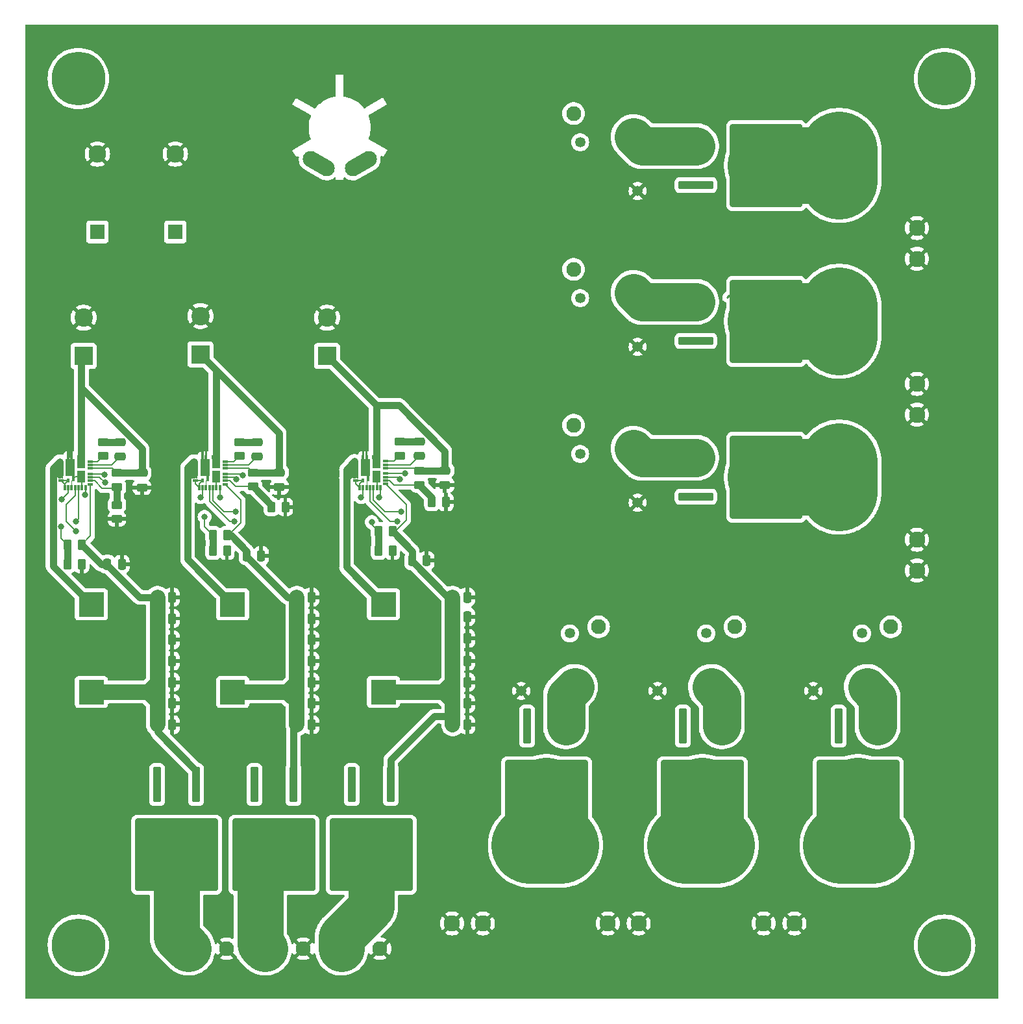
<source format=gtl>
G04 #@! TF.GenerationSoftware,KiCad,Pcbnew,(7.0.0-0)*
G04 #@! TF.CreationDate,2023-12-24T21:08:25+08:00*
G04 #@! TF.ProjectId,Power Distribution Board Ver.2,506f7765-7220-4446-9973-747269627574,rev?*
G04 #@! TF.SameCoordinates,Original*
G04 #@! TF.FileFunction,Copper,L1,Top*
G04 #@! TF.FilePolarity,Positive*
%FSLAX46Y46*%
G04 Gerber Fmt 4.6, Leading zero omitted, Abs format (unit mm)*
G04 Created by KiCad (PCBNEW (7.0.0-0)) date 2023-12-24 21:08:25*
%MOMM*%
%LPD*%
G01*
G04 APERTURE LIST*
G04 Aperture macros list*
%AMRoundRect*
0 Rectangle with rounded corners*
0 $1 Rounding radius*
0 $2 $3 $4 $5 $6 $7 $8 $9 X,Y pos of 4 corners*
0 Add a 4 corners polygon primitive as box body*
4,1,4,$2,$3,$4,$5,$6,$7,$8,$9,$2,$3,0*
0 Add four circle primitives for the rounded corners*
1,1,$1+$1,$2,$3*
1,1,$1+$1,$4,$5*
1,1,$1+$1,$6,$7*
1,1,$1+$1,$8,$9*
0 Add four rect primitives between the rounded corners*
20,1,$1+$1,$2,$3,$4,$5,0*
20,1,$1+$1,$4,$5,$6,$7,0*
20,1,$1+$1,$6,$7,$8,$9,0*
20,1,$1+$1,$8,$9,$2,$3,0*%
%AMHorizOval*
0 Thick line with rounded ends*
0 $1 width*
0 $2 $3 position (X,Y) of the first rounded end (center of the circle)*
0 $4 $5 position (X,Y) of the second rounded end (center of the circle)*
0 Add line between two ends*
20,1,$1,$2,$3,$4,$5,0*
0 Add two circle primitives to create the rounded ends*
1,1,$1,$2,$3*
1,1,$1,$4,$5*%
G04 Aperture macros list end*
G04 #@! TA.AperFunction,ComponentPad*
%ADD10C,0.800000*%
G04 #@! TD*
G04 #@! TA.AperFunction,ComponentPad*
%ADD11C,7.000000*%
G04 #@! TD*
G04 #@! TA.AperFunction,SMDPad,CuDef*
%ADD12RoundRect,0.250000X-0.250000X-0.475000X0.250000X-0.475000X0.250000X0.475000X-0.250000X0.475000X0*%
G04 #@! TD*
G04 #@! TA.AperFunction,SMDPad,CuDef*
%ADD13R,3.300000X3.175000*%
G04 #@! TD*
G04 #@! TA.AperFunction,SMDPad,CuDef*
%ADD14RoundRect,0.250000X-2.050000X-0.300000X2.050000X-0.300000X2.050000X0.300000X-2.050000X0.300000X0*%
G04 #@! TD*
G04 #@! TA.AperFunction,SMDPad,CuDef*
%ADD15RoundRect,0.250000X-2.025000X-2.375000X2.025000X-2.375000X2.025000X2.375000X-2.025000X2.375000X0*%
G04 #@! TD*
G04 #@! TA.AperFunction,SMDPad,CuDef*
%ADD16RoundRect,0.250002X-4.449998X-5.149998X4.449998X-5.149998X4.449998X5.149998X-4.449998X5.149998X0*%
G04 #@! TD*
G04 #@! TA.AperFunction,ComponentPad*
%ADD17C,1.950000*%
G04 #@! TD*
G04 #@! TA.AperFunction,ComponentPad*
%ADD18C,1.350000*%
G04 #@! TD*
G04 #@! TA.AperFunction,SMDPad,CuDef*
%ADD19R,0.300000X0.550000*%
G04 #@! TD*
G04 #@! TA.AperFunction,SMDPad,CuDef*
%ADD20R,0.450000X0.300000*%
G04 #@! TD*
G04 #@! TA.AperFunction,SMDPad,CuDef*
%ADD21R,0.280000X2.350000*%
G04 #@! TD*
G04 #@! TA.AperFunction,SMDPad,CuDef*
%ADD22R,0.730000X0.300000*%
G04 #@! TD*
G04 #@! TA.AperFunction,SMDPad,CuDef*
%ADD23R,0.300000X0.725000*%
G04 #@! TD*
G04 #@! TA.AperFunction,SMDPad,CuDef*
%ADD24R,0.725000X0.300000*%
G04 #@! TD*
G04 #@! TA.AperFunction,SMDPad,CuDef*
%ADD25R,1.050000X1.575000*%
G04 #@! TD*
G04 #@! TA.AperFunction,SMDPad,CuDef*
%ADD26R,1.050000X1.150000*%
G04 #@! TD*
G04 #@! TA.AperFunction,SMDPad,CuDef*
%ADD27R,1.200000X2.175000*%
G04 #@! TD*
G04 #@! TA.AperFunction,SMDPad,CuDef*
%ADD28R,0.455000X0.650000*%
G04 #@! TD*
G04 #@! TA.AperFunction,SMDPad,CuDef*
%ADD29R,0.380000X0.580000*%
G04 #@! TD*
G04 #@! TA.AperFunction,SMDPad,CuDef*
%ADD30RoundRect,0.250000X-0.450000X0.262500X-0.450000X-0.262500X0.450000X-0.262500X0.450000X0.262500X0*%
G04 #@! TD*
G04 #@! TA.AperFunction,SMDPad,CuDef*
%ADD31RoundRect,0.250000X-0.475000X0.250000X-0.475000X-0.250000X0.475000X-0.250000X0.475000X0.250000X0*%
G04 #@! TD*
G04 #@! TA.AperFunction,ComponentPad*
%ADD32HorizOval,2.100000X1.039230X-0.600000X-1.039230X0.600000X0*%
G04 #@! TD*
G04 #@! TA.AperFunction,ComponentPad*
%ADD33HorizOval,2.100000X1.039230X0.600000X-1.039230X-0.600000X0*%
G04 #@! TD*
G04 #@! TA.AperFunction,SMDPad,CuDef*
%ADD34RoundRect,0.250000X-0.262500X-0.450000X0.262500X-0.450000X0.262500X0.450000X-0.262500X0.450000X0*%
G04 #@! TD*
G04 #@! TA.AperFunction,SMDPad,CuDef*
%ADD35RoundRect,0.250000X0.450000X-0.262500X0.450000X0.262500X-0.450000X0.262500X-0.450000X-0.262500X0*%
G04 #@! TD*
G04 #@! TA.AperFunction,SMDPad,CuDef*
%ADD36RoundRect,0.250000X-0.300000X2.050000X-0.300000X-2.050000X0.300000X-2.050000X0.300000X2.050000X0*%
G04 #@! TD*
G04 #@! TA.AperFunction,SMDPad,CuDef*
%ADD37RoundRect,0.250000X-2.375000X2.025000X-2.375000X-2.025000X2.375000X-2.025000X2.375000X2.025000X0*%
G04 #@! TD*
G04 #@! TA.AperFunction,SMDPad,CuDef*
%ADD38RoundRect,0.250002X-5.149998X4.449998X-5.149998X-4.449998X5.149998X-4.449998X5.149998X4.449998X0*%
G04 #@! TD*
G04 #@! TA.AperFunction,SMDPad,CuDef*
%ADD39RoundRect,0.250000X0.475000X-0.250000X0.475000X0.250000X-0.475000X0.250000X-0.475000X-0.250000X0*%
G04 #@! TD*
G04 #@! TA.AperFunction,ComponentPad*
%ADD40R,2.400000X2.400000*%
G04 #@! TD*
G04 #@! TA.AperFunction,ComponentPad*
%ADD41C,2.400000*%
G04 #@! TD*
G04 #@! TA.AperFunction,ComponentPad*
%ADD42R,2.124000X2.124000*%
G04 #@! TD*
G04 #@! TA.AperFunction,ComponentPad*
%ADD43C,2.124000*%
G04 #@! TD*
G04 #@! TA.AperFunction,ComponentPad*
%ADD44R,1.950000X1.950000*%
G04 #@! TD*
G04 #@! TA.AperFunction,ComponentPad*
%ADD45C,2.300000*%
G04 #@! TD*
G04 #@! TA.AperFunction,ViaPad*
%ADD46C,0.800000*%
G04 #@! TD*
G04 #@! TA.AperFunction,Conductor*
%ADD47C,0.200000*%
G04 #@! TD*
G04 #@! TA.AperFunction,Conductor*
%ADD48C,0.900000*%
G04 #@! TD*
G04 #@! TA.AperFunction,Conductor*
%ADD49C,0.100000*%
G04 #@! TD*
G04 #@! TA.AperFunction,Conductor*
%ADD50C,2.000000*%
G04 #@! TD*
G04 #@! TA.AperFunction,Conductor*
%ADD51C,5.000000*%
G04 #@! TD*
G04 #@! TA.AperFunction,Conductor*
%ADD52C,10.000000*%
G04 #@! TD*
G04 #@! TA.AperFunction,Conductor*
%ADD53C,0.250000*%
G04 #@! TD*
G04 #@! TA.AperFunction,Conductor*
%ADD54C,6.000000*%
G04 #@! TD*
G04 APERTURE END LIST*
D10*
X137375000Y-27000000D03*
X138143845Y-25143845D03*
X138143845Y-28856155D03*
X140000000Y-24375000D03*
D11*
X140000000Y-27000000D03*
D10*
X140000000Y-29625000D03*
X141856155Y-25143845D03*
X141856155Y-28856155D03*
X142625000Y-27000000D03*
D12*
X48958845Y-89215000D03*
X50858845Y-89215000D03*
D13*
X47119999Y-95564999D03*
X47119999Y-106994999D03*
D14*
X107563845Y-56130000D03*
D15*
X114288845Y-55895000D03*
X114288845Y-61445000D03*
D16*
X116713845Y-58670000D03*
D15*
X119138845Y-55895000D03*
X119138845Y-61445000D03*
D14*
X107563845Y-61210000D03*
D17*
X94863845Y-98500000D03*
D18*
X91113845Y-99350000D03*
X84763845Y-106850000D03*
D17*
X91763845Y-106350000D03*
D12*
X55513845Y-105716920D03*
X57413845Y-105716920D03*
D19*
X45013844Y-76394999D03*
X44563844Y-76394999D03*
X43663844Y-76394999D03*
X43213844Y-76394999D03*
D20*
X42113844Y-76944999D03*
X42113844Y-77394999D03*
X42113844Y-77844999D03*
X42113844Y-78544999D03*
X42113844Y-78994999D03*
D21*
X42478844Y-77969999D03*
D22*
X42253844Y-79444999D03*
D23*
X42763844Y-80357499D03*
X43213844Y-80357499D03*
X43663844Y-80357499D03*
X44113844Y-80357499D03*
X44563844Y-80357499D03*
X45013844Y-80357499D03*
X45463844Y-80357499D03*
D24*
X46126344Y-79894999D03*
X46126344Y-79444999D03*
X46126344Y-78994999D03*
X46126344Y-78544999D03*
X46126344Y-77844999D03*
X46126344Y-77394999D03*
X46126344Y-76944999D03*
D25*
X44938844Y-78907499D03*
D26*
X44938844Y-77244999D03*
D27*
X43513844Y-77757499D03*
D28*
X43886344Y-79169999D03*
D29*
X43198844Y-79404999D03*
D30*
X49773845Y-78377500D03*
X49773845Y-80202500D03*
D31*
X74800845Y-78105000D03*
X74800845Y-80005000D03*
D30*
X32033845Y-82597500D03*
X32033845Y-84422500D03*
D12*
X75833845Y-105716920D03*
X77733845Y-105716920D03*
D32*
X58349999Y-38122999D03*
D33*
X63849999Y-38122999D03*
D34*
X25601345Y-87790000D03*
X27426345Y-87790000D03*
D35*
X48003845Y-76232500D03*
X48003845Y-74407500D03*
D13*
X28703844Y-95564999D03*
X28703844Y-106994999D03*
D12*
X55513845Y-94640000D03*
X57413845Y-94640000D03*
X37333845Y-97409230D03*
X39233845Y-97409230D03*
D30*
X71498845Y-78142500D03*
X71498845Y-79967500D03*
D35*
X30233845Y-76232500D03*
X30233845Y-74407500D03*
D12*
X75833845Y-94640000D03*
X77733845Y-94640000D03*
D36*
X110933845Y-111450000D03*
D37*
X111168845Y-118175000D03*
X105618845Y-118175000D03*
D38*
X108393845Y-120600000D03*
D37*
X111168845Y-123025000D03*
X105618845Y-123025000D03*
D36*
X105853845Y-111450000D03*
D17*
X91603845Y-31560000D03*
D18*
X92453845Y-35310000D03*
X99953845Y-41660000D03*
D17*
X99453845Y-34660000D03*
D12*
X70548845Y-89850000D03*
X72448845Y-89850000D03*
D14*
X107563845Y-35810000D03*
D15*
X114288845Y-35575000D03*
X114288845Y-41125000D03*
D16*
X116713845Y-38350000D03*
D15*
X119138845Y-35575000D03*
X119138845Y-41125000D03*
D14*
X107563845Y-40890000D03*
D36*
X55053845Y-119070000D03*
D37*
X55288845Y-125795000D03*
X49738845Y-125795000D03*
D38*
X52513845Y-128220000D03*
D37*
X55288845Y-130645000D03*
X49738845Y-130645000D03*
D36*
X49973845Y-119070000D03*
D10*
X24375000Y-27000000D03*
X25143845Y-25143845D03*
X25143845Y-28856155D03*
X27000000Y-24375000D03*
D11*
X27000000Y-27000000D03*
D10*
X27000000Y-29625000D03*
X28856155Y-25143845D03*
X28856155Y-28856155D03*
X29625000Y-27000000D03*
D31*
X53210845Y-78359000D03*
X53210845Y-80259000D03*
D17*
X91603845Y-72200000D03*
D18*
X92453845Y-75950000D03*
X99953845Y-82300000D03*
D17*
X99453845Y-75300000D03*
D12*
X55513845Y-108486150D03*
X57413845Y-108486150D03*
X30783845Y-90330000D03*
X32683845Y-90330000D03*
D34*
X73126345Y-82230000D03*
X74951345Y-82230000D03*
X66141345Y-88580000D03*
X67966345Y-88580000D03*
D12*
X75833845Y-108486150D03*
X77733845Y-108486150D03*
D36*
X90613845Y-111450000D03*
D37*
X90848845Y-118175000D03*
X85298845Y-118175000D03*
D38*
X88073845Y-120600000D03*
D37*
X90848845Y-123025000D03*
X85298845Y-123025000D03*
D36*
X85533845Y-111450000D03*
D12*
X75833845Y-100000000D03*
X77733845Y-100000000D03*
X55513845Y-111255380D03*
X57413845Y-111255380D03*
X37333845Y-111255380D03*
X39233845Y-111255380D03*
D36*
X131253845Y-111450000D03*
D37*
X131488845Y-118175000D03*
X125938845Y-118175000D03*
D38*
X128713845Y-120600000D03*
D37*
X131488845Y-123025000D03*
X125938845Y-123025000D03*
D36*
X126173845Y-111450000D03*
D12*
X55513845Y-102947690D03*
X57413845Y-102947690D03*
X75833845Y-111255380D03*
X77733845Y-111255380D03*
D13*
X66803844Y-95544999D03*
X66803844Y-106974999D03*
D17*
X91603845Y-51880000D03*
D18*
X92453845Y-55630000D03*
X99953845Y-61980000D03*
D17*
X99453845Y-54980000D03*
D36*
X42353845Y-119070000D03*
D37*
X42588845Y-125795000D03*
X37038845Y-125795000D03*
D38*
X39813845Y-128220000D03*
D37*
X42588845Y-130645000D03*
X37038845Y-130645000D03*
D36*
X37273845Y-119070000D03*
D31*
X35303845Y-78412500D03*
X35303845Y-80312500D03*
D12*
X37333845Y-100178460D03*
X39233845Y-100178460D03*
X55513845Y-97409230D03*
X57413845Y-97409230D03*
D35*
X68958845Y-76157500D03*
X68958845Y-74332500D03*
D39*
X71498845Y-76195000D03*
X71498845Y-74295000D03*
D12*
X37333845Y-108486150D03*
X39233845Y-108486150D03*
D10*
X24375000Y-140000000D03*
X25143845Y-138143845D03*
X25143845Y-141856155D03*
X27000000Y-137375000D03*
D11*
X27000000Y-140000000D03*
D10*
X27000000Y-142625000D03*
X28856155Y-138143845D03*
X28856155Y-141856155D03*
X29625000Y-140000000D03*
D17*
X132963845Y-98500000D03*
D18*
X129213845Y-99350000D03*
X122863845Y-106850000D03*
D17*
X129863845Y-106350000D03*
D34*
X25601345Y-90330000D03*
X27426345Y-90330000D03*
D12*
X37333845Y-105716920D03*
X39233845Y-105716920D03*
D34*
X52171345Y-82865000D03*
X53996345Y-82865000D03*
D14*
X107563845Y-76450000D03*
D15*
X114288845Y-76215000D03*
X114288845Y-81765000D03*
D16*
X116713845Y-78990000D03*
D15*
X119138845Y-76215000D03*
X119138845Y-81765000D03*
D14*
X107563845Y-81530000D03*
D12*
X55513845Y-100178460D03*
X57413845Y-100178460D03*
D19*
X65941344Y-76362499D03*
X65491344Y-76362499D03*
X64591344Y-76362499D03*
X64141344Y-76362499D03*
D20*
X63041344Y-76912499D03*
X63041344Y-77362499D03*
X63041344Y-77812499D03*
X63041344Y-78512499D03*
X63041344Y-78962499D03*
D21*
X63406344Y-77937499D03*
D22*
X63181344Y-79412499D03*
D23*
X63691344Y-80324999D03*
X64141344Y-80324999D03*
X64591344Y-80324999D03*
X65041344Y-80324999D03*
X65491344Y-80324999D03*
X65941344Y-80324999D03*
X66391344Y-80324999D03*
D24*
X67053844Y-79862499D03*
X67053844Y-79412499D03*
X67053844Y-78962499D03*
X67053844Y-78512499D03*
X67053844Y-77812499D03*
X67053844Y-77362499D03*
X67053844Y-76912499D03*
D25*
X65866344Y-78874999D03*
D26*
X65866344Y-77212499D03*
D27*
X64441344Y-77724999D03*
D28*
X64813844Y-79137499D03*
D29*
X64126344Y-79372499D03*
D36*
X67753845Y-119070000D03*
D37*
X67988845Y-125795000D03*
X62438845Y-125795000D03*
D38*
X65213845Y-128220000D03*
D37*
X67988845Y-130645000D03*
X62438845Y-130645000D03*
D36*
X62673845Y-119070000D03*
D34*
X66141345Y-86040000D03*
X67966345Y-86040000D03*
D30*
X32033845Y-78430000D03*
X32033845Y-80255000D03*
D12*
X37333845Y-94640000D03*
X39233845Y-94640000D03*
D39*
X50343845Y-76290000D03*
X50343845Y-74390000D03*
D17*
X112643845Y-98500000D03*
D18*
X108893845Y-99350000D03*
X102543845Y-106850000D03*
D17*
X109543845Y-106350000D03*
D19*
X27468844Y-76394999D03*
X27018844Y-76394999D03*
X26118844Y-76394999D03*
X25668844Y-76394999D03*
D20*
X24568844Y-76944999D03*
X24568844Y-77394999D03*
X24568844Y-77844999D03*
X24568844Y-78544999D03*
X24568844Y-78994999D03*
D21*
X24933844Y-77969999D03*
D22*
X24708844Y-79444999D03*
D23*
X25218844Y-80357499D03*
X25668844Y-80357499D03*
X26118844Y-80357499D03*
X26568844Y-80357499D03*
X27018844Y-80357499D03*
X27468844Y-80357499D03*
X27918844Y-80357499D03*
D24*
X28581344Y-79894999D03*
X28581344Y-79444999D03*
X28581344Y-78994999D03*
X28581344Y-78544999D03*
X28581344Y-77844999D03*
X28581344Y-77394999D03*
X28581344Y-76944999D03*
D25*
X27393844Y-78907499D03*
D26*
X27393844Y-77244999D03*
D27*
X25968844Y-77757499D03*
D28*
X26341344Y-79169999D03*
D29*
X25653844Y-79404999D03*
D34*
X44551345Y-88580000D03*
X46376345Y-88580000D03*
D12*
X75833845Y-102947690D03*
X77733845Y-102947690D03*
X75833845Y-97180000D03*
X77733845Y-97180000D03*
X37333845Y-102947690D03*
X39233845Y-102947690D03*
D34*
X44551345Y-86548000D03*
X46376345Y-86548000D03*
D39*
X32453845Y-76290000D03*
X32453845Y-74390000D03*
D10*
X137375000Y-140000000D03*
X138143845Y-138143845D03*
X138143845Y-141856155D03*
X140000000Y-137375000D03*
D11*
X140000000Y-140000000D03*
D10*
X140000000Y-142625000D03*
X141856155Y-138143845D03*
X141856155Y-141856155D03*
X142625000Y-140000000D03*
D40*
X59433844Y-63179999D03*
D41*
X59433845Y-58180000D03*
D42*
X126237999Y-36321999D03*
X126237999Y-40341999D03*
D43*
X136398000Y-46482000D03*
X136398000Y-50502000D03*
X126238000Y-56642000D03*
X126238000Y-60662000D03*
X136398000Y-66802000D03*
X136398000Y-70822000D03*
X126238000Y-76962000D03*
X126238000Y-80982000D03*
X136398000Y-87122000D03*
X136398000Y-91142000D03*
D40*
X42923844Y-62963958D03*
D41*
X42923845Y-57963959D03*
D40*
X27683844Y-63179999D03*
D41*
X27683845Y-58180000D03*
D44*
X29489999Y-46999999D03*
X39649999Y-46999999D03*
D45*
X29490000Y-36840000D03*
X39650000Y-36840000D03*
D42*
X130573844Y-126999999D03*
X126553844Y-126999999D03*
D43*
X120413845Y-137160000D03*
X116393845Y-137160000D03*
X110253845Y-127000000D03*
X106233845Y-127000000D03*
X100093845Y-137160000D03*
X96073845Y-137160000D03*
X89933845Y-127000000D03*
X85913845Y-127000000D03*
X79773845Y-137160000D03*
X75753845Y-137160000D03*
D17*
X41348000Y-140462000D03*
X46348000Y-140462000D03*
X51348000Y-140462000D03*
X56348000Y-140462000D03*
X61348000Y-140462000D03*
X66348000Y-140462000D03*
D46*
X52832000Y-104267000D03*
X90170000Y-90170000D03*
X72644000Y-104013000D03*
X59563000Y-134112000D03*
X76200000Y-89535000D03*
X118110000Y-108712000D03*
X106680000Y-27813000D03*
X117602000Y-96901000D03*
X53086000Y-68580000D03*
X90551000Y-28829000D03*
X138430000Y-110236000D03*
X36068000Y-143383000D03*
X130937000Y-49403000D03*
X135255000Y-81280000D03*
X84074000Y-93726000D03*
X53975000Y-91440000D03*
X57658000Y-81026000D03*
X73406000Y-127762000D03*
X94996000Y-59182000D03*
X31369000Y-128143000D03*
X105918000Y-48387000D03*
X60452000Y-90170000D03*
X33655000Y-137414000D03*
X70485000Y-92329000D03*
X126746000Y-29083000D03*
X81407000Y-112395000D03*
X34163000Y-68707000D03*
X74930000Y-125095000D03*
X139573000Y-121031000D03*
X78613000Y-75946000D03*
X62357000Y-69850000D03*
X38481000Y-83947000D03*
X37719000Y-89281000D03*
X95504000Y-38227000D03*
X106807000Y-68707000D03*
X66802000Y-46990000D03*
X45339000Y-91186000D03*
X34798000Y-91567000D03*
X115062000Y-91186000D03*
X70485000Y-136271000D03*
X95504000Y-77851000D03*
X33147000Y-103759000D03*
X128778000Y-69596000D03*
X136017000Y-58801000D03*
X26162000Y-110109000D03*
X67691000Y-112903000D03*
X98171000Y-129032000D03*
X135255000Y-38227000D03*
X69469000Y-67691000D03*
X37592000Y-73279000D03*
X38735000Y-78486000D03*
X84074000Y-82169000D03*
X78359000Y-83312000D03*
X101473000Y-91059000D03*
X55753000Y-87376000D03*
X66929000Y-65659000D03*
X118491000Y-128651000D03*
X138557000Y-132715000D03*
X56769000Y-73279000D03*
X83312000Y-64643000D03*
X69215000Y-31623000D03*
X64008000Y-109093000D03*
X97663000Y-107442000D03*
X61722000Y-75057000D03*
X84074000Y-72898000D03*
X30861000Y-118491000D03*
X74168000Y-70612000D03*
X124587000Y-91694000D03*
X64770000Y-42164000D03*
X42291000Y-69850000D03*
X87630000Y-47371000D03*
X69078345Y-83448221D03*
X47488345Y-83500000D03*
X26653845Y-84780000D03*
X63878845Y-81595000D03*
X42923845Y-81595000D03*
X24792816Y-81878969D03*
X69593845Y-78512000D03*
X48481059Y-78745500D03*
X30429497Y-78676409D03*
X68582179Y-84722532D03*
X47368845Y-84770000D03*
X26653845Y-86050000D03*
X68940722Y-79268000D03*
X47577120Y-79244032D03*
X30463845Y-79700000D03*
X65278000Y-84836000D03*
X66190845Y-81595000D03*
X43465376Y-84158687D03*
X45463845Y-81595000D03*
X27881845Y-81258733D03*
X24748845Y-85415000D03*
D47*
X71168845Y-77812500D02*
X71498845Y-78142500D01*
D48*
X44938845Y-64978959D02*
X53210845Y-73250959D01*
D47*
X28581345Y-77845000D02*
X31448845Y-77845000D01*
D48*
X27393845Y-67332208D02*
X27393845Y-65720000D01*
X35303845Y-78412500D02*
X34608845Y-78412500D01*
X27683845Y-63180000D02*
X27393845Y-63470000D01*
X35303845Y-78412500D02*
X32051345Y-78412500D01*
X49773845Y-78377500D02*
X53192345Y-78377500D01*
X35303845Y-78412500D02*
X35303845Y-75242208D01*
X74800845Y-78105000D02*
X74800845Y-75599208D01*
X44938845Y-77245000D02*
X44938845Y-64978959D01*
X74800845Y-75599208D02*
X68814137Y-69612500D01*
X71522345Y-78166000D02*
X71498845Y-78142500D01*
X65866345Y-77212500D02*
X65866345Y-69612500D01*
X31751345Y-78412500D02*
X31733845Y-78430000D01*
D47*
X67053845Y-77812500D02*
X71168845Y-77812500D01*
D48*
X34608845Y-78412500D02*
X34591345Y-78430000D01*
X53192345Y-78377500D02*
X53210845Y-78359000D01*
X44938845Y-64978959D02*
X42923845Y-62963959D01*
X68814137Y-69612500D02*
X65866345Y-69612500D01*
X27393845Y-63470000D02*
X27393845Y-65720000D01*
X74739845Y-78166000D02*
X71522345Y-78166000D01*
X27393845Y-68260000D02*
X27393845Y-77245000D01*
D47*
X46126345Y-77845000D02*
X49241345Y-77845000D01*
D48*
X53210845Y-73250959D02*
X53210845Y-78359000D01*
X35303845Y-75242208D02*
X27393845Y-67332208D01*
D47*
X31448845Y-77845000D02*
X32033845Y-78430000D01*
D48*
X74800845Y-78105000D02*
X74739845Y-78166000D01*
D47*
X49241345Y-77845000D02*
X49773845Y-78377500D01*
D48*
X27393845Y-65720000D02*
X27393845Y-68260000D01*
X65866345Y-69612500D02*
X59433845Y-63180000D01*
D49*
X64591345Y-80325000D02*
X64591345Y-79360000D01*
X26118845Y-80357500D02*
X26118845Y-79392500D01*
X26118845Y-79392500D02*
X26341345Y-79170000D01*
X43663845Y-79392500D02*
X43886345Y-79170000D01*
D47*
X27468845Y-80357500D02*
X27468845Y-78982500D01*
X27468845Y-78982500D02*
X27393845Y-78907500D01*
D49*
X43663845Y-80357500D02*
X43663845Y-79392500D01*
D47*
X65941345Y-80325000D02*
X65941345Y-78950000D01*
X27393845Y-78907500D02*
X26603845Y-78907500D01*
X65941345Y-78950000D02*
X65866345Y-78875000D01*
X45013845Y-78982500D02*
X44938845Y-78907500D01*
X45013845Y-80357500D02*
X45013845Y-78982500D01*
X26603845Y-78907500D02*
X26341345Y-79170000D01*
D49*
X64591345Y-79360000D02*
X64813845Y-79137500D01*
D47*
X69078345Y-83448221D02*
X67002066Y-83448221D01*
X67002066Y-83448221D02*
X65491345Y-81937500D01*
X65491345Y-81937500D02*
X65491345Y-80325000D01*
X44563845Y-82034314D02*
X44563845Y-80357500D01*
X46029531Y-83500000D02*
X44563845Y-82034314D01*
X47488345Y-83500000D02*
X46029531Y-83500000D01*
X27018845Y-80357500D02*
X27018845Y-84415000D01*
X27018845Y-84415000D02*
X26653845Y-84780000D01*
X64141345Y-81332500D02*
X63878845Y-81595000D01*
X64141345Y-80325000D02*
X64141345Y-81332500D01*
X43213845Y-81305000D02*
X42923845Y-81595000D01*
X43213845Y-80357500D02*
X43213845Y-81305000D01*
X25668845Y-81020000D02*
X24809876Y-81878969D01*
X24809876Y-81878969D02*
X24792816Y-81878969D01*
X25668845Y-80357500D02*
X25668845Y-81020000D01*
X67053845Y-77362500D02*
X70331345Y-77362500D01*
X70331345Y-77362500D02*
X71498845Y-76195000D01*
D48*
X68958845Y-74332500D02*
X71461345Y-74332500D01*
X71461345Y-74332500D02*
X71498845Y-74295000D01*
D47*
X46126345Y-77395000D02*
X49238845Y-77395000D01*
X49238845Y-77395000D02*
X50343845Y-76290000D01*
D48*
X50326345Y-74407500D02*
X50343845Y-74390000D01*
X48003845Y-74407500D02*
X50326345Y-74407500D01*
D47*
X28581345Y-77395000D02*
X31348845Y-77395000D01*
X31348845Y-77395000D02*
X32453845Y-76290000D01*
D48*
X32436345Y-74407500D02*
X32453845Y-74390000D01*
X30233845Y-74407500D02*
X32436345Y-74407500D01*
X70548845Y-89850000D02*
X70548845Y-89947792D01*
D50*
X74575765Y-106975000D02*
X75833845Y-105716920D01*
D48*
X67753845Y-119070000D02*
X67753845Y-115820000D01*
X70548845Y-89850000D02*
X70548845Y-88622500D01*
X75241053Y-94640000D02*
X75833845Y-94640000D01*
D50*
X75833845Y-108486150D02*
X75833845Y-108233080D01*
D48*
X74575765Y-106975000D02*
X75340765Y-107740000D01*
D50*
X66803845Y-106975000D02*
X74575765Y-106975000D01*
D48*
X70548845Y-89947792D02*
X75241053Y-94640000D01*
D47*
X68323845Y-86040000D02*
X67966345Y-86040000D01*
X69778345Y-84585500D02*
X68323845Y-86040000D01*
D48*
X75340765Y-107740000D02*
X75833845Y-107740000D01*
X73403845Y-110170000D02*
X75833845Y-110170000D01*
X70548845Y-88622500D02*
X67966345Y-86040000D01*
D47*
X67053845Y-79862500D02*
X69778345Y-82587000D01*
D50*
X75833845Y-110170000D02*
X75833845Y-94640000D01*
X75833845Y-111255380D02*
X75833845Y-110170000D01*
X75833845Y-108233080D02*
X74575765Y-106975000D01*
D48*
X67753845Y-115820000D02*
X73403845Y-110170000D01*
D47*
X69778345Y-82587000D02*
X69778345Y-84585500D01*
D48*
X55053845Y-119070000D02*
X55053845Y-111715380D01*
X54286053Y-94640000D02*
X55513845Y-94640000D01*
D47*
X46126345Y-79895000D02*
X48188345Y-81957000D01*
D48*
X48958845Y-88622500D02*
X48958845Y-89215000D01*
D50*
X54235765Y-106995000D02*
X55513845Y-105716920D01*
D48*
X46884345Y-86548000D02*
X48958845Y-88622500D01*
X48958845Y-89215000D02*
X48958845Y-89312792D01*
D50*
X47120000Y-106995000D02*
X54235765Y-106995000D01*
X54235765Y-106995000D02*
X55053845Y-107813080D01*
D47*
X48188345Y-84940450D02*
X46580795Y-86548000D01*
D48*
X55053845Y-111715380D02*
X55513845Y-111255380D01*
X46376345Y-86548000D02*
X46884345Y-86548000D01*
D50*
X55513845Y-111255380D02*
X55513845Y-94640000D01*
D48*
X48958845Y-89312792D02*
X54286053Y-94640000D01*
D47*
X48188345Y-81957000D02*
X48188345Y-84940450D01*
X46580795Y-86548000D02*
X46376345Y-86548000D01*
D48*
X30783845Y-90427792D02*
X34996053Y-94640000D01*
D50*
X36055765Y-106995000D02*
X36698845Y-106995000D01*
D48*
X30783845Y-90330000D02*
X29966345Y-90330000D01*
D50*
X37333845Y-105716920D02*
X37333845Y-107630000D01*
X37333845Y-108273080D02*
X36055765Y-106995000D01*
X36055765Y-106995000D02*
X37333845Y-105716920D01*
X37333845Y-105716920D02*
X37333845Y-94640000D01*
X37333845Y-108486150D02*
X37333845Y-108273080D01*
X37333845Y-107630000D02*
X37333845Y-111255380D01*
X36698845Y-106995000D02*
X37333845Y-107630000D01*
D48*
X42353845Y-119070000D02*
X42353845Y-117220000D01*
D50*
X28703845Y-106995000D02*
X36055765Y-106995000D01*
D48*
X34996053Y-94640000D02*
X37333845Y-94640000D01*
X30783845Y-90330000D02*
X30783845Y-90427792D01*
X42353845Y-117220000D02*
X37333845Y-112200000D01*
D47*
X28581345Y-79895000D02*
X28581345Y-86635000D01*
D48*
X29966345Y-90330000D02*
X27426345Y-87790000D01*
D47*
X28581345Y-86635000D02*
X27426345Y-87790000D01*
D48*
X37333845Y-112200000D02*
X37333845Y-111255380D01*
D51*
X107563845Y-35810000D02*
X100603845Y-35810000D01*
X100603845Y-35810000D02*
X99453845Y-34660000D01*
D52*
X126238000Y-40342000D02*
X126238000Y-38534155D01*
X126238000Y-38165845D02*
X126238000Y-36322000D01*
X126238000Y-38534155D02*
X126053845Y-38350000D01*
X126053845Y-38350000D02*
X126238000Y-38165845D01*
X116713845Y-38350000D02*
X126053845Y-38350000D01*
X126238000Y-36322000D02*
X126238000Y-40342000D01*
D51*
X131253845Y-107740000D02*
X129863845Y-106350000D01*
X131253845Y-111450000D02*
X131253845Y-107740000D01*
D52*
X128713845Y-125140000D02*
X130573845Y-127000000D01*
X128713845Y-120600000D02*
X128713845Y-125140000D01*
X126553845Y-127000000D02*
X130573845Y-127000000D01*
D51*
X100603845Y-56130000D02*
X99453845Y-54980000D01*
X107563845Y-56130000D02*
X100603845Y-56130000D01*
D52*
X126238000Y-60662000D02*
X126238000Y-56642000D01*
D53*
X111615000Y-55555000D02*
X111895000Y-55275000D01*
D52*
X126238000Y-58485845D02*
X126238000Y-56642000D01*
X126053845Y-60477845D02*
X126053845Y-58670000D01*
X126053845Y-58670000D02*
X126238000Y-58485845D01*
X116713845Y-58670000D02*
X126053845Y-58670000D01*
X126238000Y-60662000D02*
X126053845Y-60477845D01*
D51*
X110933845Y-111450000D02*
X110933845Y-107740000D01*
X110933845Y-107740000D02*
X109543845Y-106350000D01*
D52*
X108393845Y-125140000D02*
X110253845Y-127000000D01*
X108393845Y-120600000D02*
X108393845Y-125140000D01*
X106233845Y-127000000D02*
X110253845Y-127000000D01*
D51*
X107563845Y-76450000D02*
X100603845Y-76450000D01*
X100603845Y-76450000D02*
X99453845Y-75300000D01*
D52*
X126238000Y-80982000D02*
X126238000Y-76962000D01*
X126053845Y-78990000D02*
X126238000Y-78805845D01*
X116713845Y-78990000D02*
X126053845Y-78990000D01*
X126053845Y-80797845D02*
X126053845Y-78990000D01*
X126238000Y-78805845D02*
X126238000Y-76962000D01*
X126238000Y-80982000D02*
X126053845Y-80797845D01*
D51*
X90613845Y-111450000D02*
X90613845Y-107500000D01*
X90613845Y-107500000D02*
X91763845Y-106350000D01*
D52*
X88073845Y-125140000D02*
X89933845Y-127000000D01*
X85913845Y-127000000D02*
X89933845Y-127000000D01*
X88073845Y-120600000D02*
X88073845Y-125140000D01*
D54*
X39813845Y-128220000D02*
X39813845Y-138927845D01*
X39813845Y-138927845D02*
X41348000Y-140462000D01*
X50723845Y-130010000D02*
X50723845Y-139837845D01*
X50723845Y-139837845D02*
X51348000Y-140462000D01*
X52513845Y-128220000D02*
X50723845Y-130010000D01*
X65213845Y-135071142D02*
X61348000Y-138936987D01*
X65213845Y-128220000D02*
X65213845Y-135071142D01*
X61348000Y-138936987D02*
X61348000Y-140462000D01*
D48*
X63041345Y-76912500D02*
X62388845Y-77565000D01*
X62516345Y-78512500D02*
X61973845Y-79055000D01*
X62388845Y-77565000D02*
X62388845Y-77860000D01*
X61973845Y-79055000D02*
X61973845Y-90715000D01*
X62388845Y-77565000D02*
X61973845Y-77980000D01*
X61973845Y-77980000D02*
X61973845Y-79055000D01*
X62388845Y-77860000D02*
X63041345Y-78512500D01*
X63041345Y-76912500D02*
X63041345Y-78612500D01*
X61973845Y-90715000D02*
X66803845Y-95545000D01*
X63041345Y-78512500D02*
X62516345Y-78512500D01*
X42113845Y-78545000D02*
X42013845Y-78645000D01*
X42013845Y-78645000D02*
X41238845Y-78645000D01*
X41238845Y-77745000D02*
X41238845Y-79055000D01*
X41238845Y-79055000D02*
X41238845Y-89683845D01*
X42113845Y-76945000D02*
X42038845Y-76945000D01*
X41238845Y-78645000D02*
X41238845Y-79055000D01*
X42113845Y-76945000D02*
X42113845Y-78645000D01*
X42038845Y-76945000D02*
X41238845Y-77745000D01*
X41238845Y-89683845D02*
X47120000Y-95565000D01*
X23693845Y-79690000D02*
X23693845Y-90555000D01*
X23693845Y-79690000D02*
X23693845Y-77820000D01*
D47*
X23693845Y-79420000D02*
X23693845Y-79690000D01*
D48*
X24568845Y-76945000D02*
X24568845Y-78645000D01*
X23693845Y-90555000D02*
X28703845Y-95565000D01*
D47*
X24568845Y-78545000D02*
X23693845Y-79420000D01*
D48*
X23693845Y-77820000D02*
X24568845Y-76945000D01*
X73126345Y-82230000D02*
X73126345Y-81595000D01*
D47*
X71498845Y-79967500D02*
X68171345Y-79967500D01*
D48*
X73126345Y-81595000D02*
X71498845Y-79967500D01*
D47*
X67616345Y-79412500D02*
X67053845Y-79412500D01*
X68171345Y-79967500D02*
X67616345Y-79412500D01*
D48*
X52171345Y-82600000D02*
X49773845Y-80202500D01*
D47*
X49773845Y-80202500D02*
X47546345Y-80202500D01*
D48*
X52171345Y-82865000D02*
X52171345Y-82600000D01*
D47*
X46788845Y-79445000D02*
X46126345Y-79445000D01*
X47546345Y-80202500D02*
X46788845Y-79445000D01*
D48*
X32033845Y-80255000D02*
X32033845Y-82597500D01*
D47*
X30098845Y-80400000D02*
X31888845Y-80400000D01*
X28581345Y-79445000D02*
X29143845Y-79445000D01*
X29143845Y-79445000D02*
X30098845Y-80400000D01*
X31888845Y-80400000D02*
X32033845Y-80255000D01*
X69593345Y-78512500D02*
X69593845Y-78512000D01*
X67053845Y-78512500D02*
X69593345Y-78512500D01*
X46126345Y-78545000D02*
X48280559Y-78545000D01*
X48280559Y-78545000D02*
X48481059Y-78745500D01*
X29308845Y-78545000D02*
X30298088Y-78545000D01*
X28581345Y-78545000D02*
X29308845Y-78545000D01*
X30298088Y-78545000D02*
X30429497Y-78676409D01*
X65041345Y-82122500D02*
X65041345Y-80325000D01*
X68582179Y-84722532D02*
X67641377Y-84722532D01*
X67641377Y-84722532D02*
X65041345Y-82122500D01*
X47368845Y-84770000D02*
X46733845Y-84770000D01*
X46733845Y-84770000D02*
X44113845Y-82150000D01*
X44113845Y-82150000D02*
X44113845Y-80357500D01*
X26568845Y-81335050D02*
X25383845Y-82520050D01*
X25383845Y-82520050D02*
X25383845Y-84780000D01*
X25383845Y-84780000D02*
X26653845Y-86050000D01*
X26568845Y-80357500D02*
X26568845Y-81335050D01*
X68635222Y-78962500D02*
X68940722Y-79268000D01*
X67053845Y-78962500D02*
X68635222Y-78962500D01*
X47328088Y-78995000D02*
X46126345Y-78995000D01*
X47577120Y-79244032D02*
X47328088Y-78995000D01*
X29758845Y-78995000D02*
X30463845Y-79700000D01*
X28581345Y-78995000D02*
X29758845Y-78995000D01*
X68203845Y-76912500D02*
X68958845Y-76157500D01*
X67053845Y-76912500D02*
X68203845Y-76912500D01*
X46126345Y-76945000D02*
X47291345Y-76945000D01*
X47291345Y-76945000D02*
X48003845Y-76232500D01*
X28581345Y-76945000D02*
X29521345Y-76945000D01*
X30233845Y-76232500D02*
X29521345Y-76945000D01*
X66391345Y-81394500D02*
X66190845Y-81595000D01*
X65278000Y-84836000D02*
X65278000Y-85176655D01*
X65278000Y-85176655D02*
X66141345Y-86040000D01*
X66391345Y-80325000D02*
X66391345Y-81394500D01*
D48*
X66141345Y-86040000D02*
X66141345Y-88580000D01*
X44551345Y-88580000D02*
X44551345Y-86548000D01*
D47*
X43465376Y-84158687D02*
X43465376Y-85462031D01*
X45463845Y-80357500D02*
X45463845Y-81595000D01*
X43465376Y-85462031D02*
X44551345Y-86548000D01*
D48*
X25601345Y-90330000D02*
X25601345Y-87790000D01*
D47*
X24748845Y-86937500D02*
X25601345Y-87790000D01*
X27918845Y-81221733D02*
X27881845Y-81258733D01*
X27918845Y-80357500D02*
X27918845Y-81221733D01*
X24748845Y-85415000D02*
X24748845Y-86937500D01*
X25218845Y-79955000D02*
X24708845Y-79445000D01*
X42763845Y-79840000D02*
X43198845Y-79405000D01*
X24708845Y-79445000D02*
X25613845Y-79445000D01*
X64086345Y-79412500D02*
X64126345Y-79372500D01*
X63181345Y-79412500D02*
X63181345Y-79815000D01*
X42253845Y-79445000D02*
X43158845Y-79445000D01*
X63691345Y-79807500D02*
X64126345Y-79372500D01*
X63181345Y-79412500D02*
X64086345Y-79412500D01*
X42253845Y-79847500D02*
X42763845Y-80357500D01*
X25218845Y-80357500D02*
X25218845Y-79955000D01*
X25613845Y-79445000D02*
X25653845Y-79405000D01*
X42763845Y-80357500D02*
X42763845Y-79840000D01*
X42253845Y-79445000D02*
X42253845Y-79847500D01*
X43158845Y-79445000D02*
X43198845Y-79405000D01*
X63691345Y-80325000D02*
X63691345Y-79807500D01*
X25218845Y-79840000D02*
X25218845Y-80357500D01*
X25653845Y-79405000D02*
X25218845Y-79840000D01*
X63181345Y-79815000D02*
X63691345Y-80325000D01*
G04 #@! TA.AperFunction,Conductor*
G36*
X66054345Y-78641613D02*
G01*
X66099732Y-78687000D01*
X66116345Y-78749000D01*
X66116345Y-79388847D01*
X66106333Y-79437660D01*
X66077915Y-79478590D01*
X66035679Y-79505029D01*
X66007321Y-79515605D01*
X66007317Y-79515607D01*
X65999014Y-79518704D01*
X65997132Y-79520112D01*
X65941345Y-79534349D01*
X65885557Y-79520112D01*
X65883676Y-79518704D01*
X65875369Y-79515605D01*
X65875366Y-79515604D01*
X65756097Y-79471120D01*
X65756095Y-79471119D01*
X65748828Y-79468409D01*
X65727086Y-79466071D01*
X65670843Y-79445474D01*
X65630814Y-79400911D01*
X65616345Y-79342783D01*
X65616345Y-78749000D01*
X65632958Y-78687000D01*
X65678345Y-78641613D01*
X65740345Y-78625000D01*
X65992345Y-78625000D01*
X66054345Y-78641613D01*
G37*
G04 #@! TD.AperFunction*
G04 #@! TA.AperFunction,Conductor*
G36*
X45126845Y-78674113D02*
G01*
X45172232Y-78719500D01*
X45188845Y-78781500D01*
X45188845Y-79421347D01*
X45178833Y-79470160D01*
X45150415Y-79511090D01*
X45108179Y-79537529D01*
X45079826Y-79548104D01*
X45071514Y-79551204D01*
X45069635Y-79552610D01*
X45013845Y-79566850D01*
X44958054Y-79552610D01*
X44956176Y-79551204D01*
X44860730Y-79515605D01*
X44828597Y-79503620D01*
X44828595Y-79503619D01*
X44821328Y-79500909D01*
X44799586Y-79498571D01*
X44743343Y-79477974D01*
X44703314Y-79433411D01*
X44688845Y-79375283D01*
X44688845Y-78781500D01*
X44705458Y-78719500D01*
X44750845Y-78674113D01*
X44812845Y-78657500D01*
X45064845Y-78657500D01*
X45126845Y-78674113D01*
G37*
G04 #@! TD.AperFunction*
G04 #@! TA.AperFunction,Conductor*
G36*
X27581845Y-78674113D02*
G01*
X27627232Y-78719500D01*
X27643845Y-78781500D01*
X27643845Y-79421347D01*
X27633833Y-79470160D01*
X27605415Y-79511090D01*
X27563179Y-79537529D01*
X27534821Y-79548105D01*
X27534817Y-79548107D01*
X27526514Y-79551204D01*
X27524632Y-79552612D01*
X27468845Y-79566849D01*
X27413057Y-79552612D01*
X27411176Y-79551204D01*
X27402869Y-79548105D01*
X27402866Y-79548104D01*
X27283597Y-79503620D01*
X27283595Y-79503619D01*
X27276328Y-79500909D01*
X27254586Y-79498571D01*
X27198343Y-79477974D01*
X27158314Y-79433411D01*
X27143845Y-79375283D01*
X27143845Y-78781500D01*
X27160458Y-78719500D01*
X27205845Y-78674113D01*
X27267845Y-78657500D01*
X27519845Y-78657500D01*
X27581845Y-78674113D01*
G37*
G04 #@! TD.AperFunction*
G04 #@! TA.AperFunction,Conductor*
G36*
X146937500Y-20017113D02*
G01*
X146982887Y-20062500D01*
X146999500Y-20124500D01*
X146999500Y-146875500D01*
X146982887Y-146937500D01*
X146937500Y-146982887D01*
X146875500Y-146999500D01*
X20187845Y-146999500D01*
X20125845Y-146982887D01*
X20080458Y-146937500D01*
X20063845Y-146875500D01*
X20063845Y-140000000D01*
X22994675Y-140000000D01*
X22994824Y-140003033D01*
X23013812Y-140389548D01*
X23013813Y-140389558D01*
X23013962Y-140392591D01*
X23014408Y-140395599D01*
X23014409Y-140395607D01*
X23071188Y-140778386D01*
X23071191Y-140778404D01*
X23071636Y-140781400D01*
X23072372Y-140784339D01*
X23072375Y-140784353D01*
X23166404Y-141159736D01*
X23166407Y-141159746D01*
X23167143Y-141162684D01*
X23168159Y-141165525D01*
X23168165Y-141165543D01*
X23298538Y-141529912D01*
X23298542Y-141529924D01*
X23299562Y-141532772D01*
X23300857Y-141535511D01*
X23300860Y-141535517D01*
X23396889Y-141738553D01*
X23467619Y-141888097D01*
X23669694Y-142225239D01*
X23903842Y-142540951D01*
X24167808Y-142832192D01*
X24459049Y-143096158D01*
X24774761Y-143330306D01*
X25111903Y-143532381D01*
X25467228Y-143700438D01*
X25470086Y-143701460D01*
X25470087Y-143701461D01*
X25834456Y-143831834D01*
X25834461Y-143831835D01*
X25837316Y-143832857D01*
X26218600Y-143928364D01*
X26221611Y-143928810D01*
X26221613Y-143928811D01*
X26268788Y-143935808D01*
X26607409Y-143986038D01*
X27000000Y-144005325D01*
X27392591Y-143986038D01*
X27781400Y-143928364D01*
X28162684Y-143832857D01*
X28532772Y-143700438D01*
X28888097Y-143532381D01*
X29225239Y-143330306D01*
X29540951Y-143096158D01*
X29832192Y-142832192D01*
X30096158Y-142540951D01*
X30330306Y-142225239D01*
X30532381Y-141888097D01*
X30700438Y-141532772D01*
X30832857Y-141162684D01*
X30928364Y-140781400D01*
X30986038Y-140392591D01*
X31005325Y-140000000D01*
X30986038Y-139607409D01*
X30928364Y-139218600D01*
X30832857Y-138837316D01*
X30823554Y-138811317D01*
X30701461Y-138470087D01*
X30701460Y-138470086D01*
X30700438Y-138467228D01*
X30532381Y-138111903D01*
X30330306Y-137774761D01*
X30096158Y-137459049D01*
X29832192Y-137167808D01*
X29540951Y-136903842D01*
X29225239Y-136669694D01*
X29185604Y-136645938D01*
X28937315Y-136497119D01*
X28888097Y-136467619D01*
X28885350Y-136466319D01*
X28885343Y-136466316D01*
X28535517Y-136300860D01*
X28535511Y-136300857D01*
X28532772Y-136299562D01*
X28529924Y-136298542D01*
X28529912Y-136298538D01*
X28165543Y-136168165D01*
X28165525Y-136168159D01*
X28162684Y-136167143D01*
X28159746Y-136166407D01*
X28159736Y-136166404D01*
X27784353Y-136072375D01*
X27784339Y-136072372D01*
X27781400Y-136071636D01*
X27778404Y-136071191D01*
X27778386Y-136071188D01*
X27395607Y-136014409D01*
X27395599Y-136014408D01*
X27392591Y-136013962D01*
X27389558Y-136013813D01*
X27389548Y-136013812D01*
X27003033Y-135994824D01*
X27000000Y-135994675D01*
X26996967Y-135994824D01*
X26610451Y-136013812D01*
X26610439Y-136013813D01*
X26607409Y-136013962D01*
X26604402Y-136014407D01*
X26604392Y-136014409D01*
X26221613Y-136071188D01*
X26221591Y-136071192D01*
X26218600Y-136071636D01*
X26215664Y-136072371D01*
X26215646Y-136072375D01*
X25840263Y-136166404D01*
X25840247Y-136166408D01*
X25837316Y-136167143D01*
X25834480Y-136168157D01*
X25834456Y-136168165D01*
X25470087Y-136298538D01*
X25470068Y-136298545D01*
X25467228Y-136299562D01*
X25464495Y-136300854D01*
X25464482Y-136300860D01*
X25114656Y-136466316D01*
X25114641Y-136466323D01*
X25111903Y-136467619D01*
X25109294Y-136469182D01*
X25109286Y-136469187D01*
X24777366Y-136668132D01*
X24777356Y-136668138D01*
X24774761Y-136669694D01*
X24772333Y-136671493D01*
X24772325Y-136671500D01*
X24506385Y-136868735D01*
X24459049Y-136903842D01*
X24456797Y-136905882D01*
X24456791Y-136905888D01*
X24170061Y-137165765D01*
X24170050Y-137165775D01*
X24167808Y-137167808D01*
X24165775Y-137170050D01*
X24165765Y-137170061D01*
X23905888Y-137456791D01*
X23905882Y-137456797D01*
X23903842Y-137459049D01*
X23902031Y-137461490D01*
X23902030Y-137461492D01*
X23671500Y-137772325D01*
X23671493Y-137772333D01*
X23669694Y-137774761D01*
X23668138Y-137777356D01*
X23668132Y-137777366D01*
X23469187Y-138109286D01*
X23469182Y-138109294D01*
X23467619Y-138111903D01*
X23466323Y-138114641D01*
X23466316Y-138114656D01*
X23300860Y-138464482D01*
X23300854Y-138464495D01*
X23299562Y-138467228D01*
X23298545Y-138470068D01*
X23298538Y-138470087D01*
X23168165Y-138834456D01*
X23168157Y-138834480D01*
X23167143Y-138837316D01*
X23166408Y-138840247D01*
X23166404Y-138840263D01*
X23072375Y-139215646D01*
X23072371Y-139215664D01*
X23071636Y-139218600D01*
X23071192Y-139221591D01*
X23071188Y-139221613D01*
X23014409Y-139604392D01*
X23014407Y-139604402D01*
X23013962Y-139607409D01*
X23013813Y-139610439D01*
X23013812Y-139610451D01*
X22999208Y-139907736D01*
X22994675Y-140000000D01*
X20063845Y-140000000D01*
X20063845Y-132716878D01*
X33913345Y-132716878D01*
X33913346Y-132720008D01*
X33913665Y-132723140D01*
X33913666Y-132723141D01*
X33923157Y-132816061D01*
X33923158Y-132816069D01*
X33923846Y-132822797D01*
X33979031Y-132989334D01*
X33982822Y-132995480D01*
X34067342Y-133132511D01*
X34067345Y-133132515D01*
X34071133Y-133138656D01*
X34195189Y-133262712D01*
X34201330Y-133266500D01*
X34201333Y-133266502D01*
X34258403Y-133301702D01*
X34344511Y-133354814D01*
X34511048Y-133409999D01*
X34613836Y-133420500D01*
X34613798Y-133420869D01*
X34613838Y-133420871D01*
X34613838Y-133420500D01*
X36189345Y-133420500D01*
X36251345Y-133437113D01*
X36296732Y-133482500D01*
X36313345Y-133544500D01*
X36313345Y-138807196D01*
X36313070Y-138815442D01*
X36308688Y-138881182D01*
X36308819Y-138884485D01*
X36308820Y-138884485D01*
X36313246Y-138995258D01*
X36313345Y-139000209D01*
X36313345Y-139021058D01*
X36313432Y-139022699D01*
X36313433Y-139022719D01*
X36317022Y-139090065D01*
X36317099Y-139091712D01*
X36323452Y-139250715D01*
X36323453Y-139250731D01*
X36323585Y-139254021D01*
X36326149Y-139271408D01*
X36327299Y-139282888D01*
X36328236Y-139300453D01*
X36328759Y-139303701D01*
X36328761Y-139303717D01*
X36354070Y-139460808D01*
X36354322Y-139462437D01*
X36376682Y-139614036D01*
X36378029Y-139623166D01*
X36378852Y-139626352D01*
X36378853Y-139626355D01*
X36382428Y-139640190D01*
X36384791Y-139651482D01*
X36387061Y-139665566D01*
X36387589Y-139668840D01*
X36388457Y-139672025D01*
X36388460Y-139672036D01*
X36430317Y-139825523D01*
X36430741Y-139827117D01*
X36451578Y-139907736D01*
X36471401Y-139984432D01*
X36472562Y-139987522D01*
X36472563Y-139987525D01*
X36477583Y-140000885D01*
X36481135Y-140011867D01*
X36485762Y-140028831D01*
X36486964Y-140031905D01*
X36486966Y-140031911D01*
X36544906Y-140180091D01*
X36545497Y-140181632D01*
X36602645Y-140333726D01*
X36604125Y-140336669D01*
X36610540Y-140349426D01*
X36615242Y-140359975D01*
X36619811Y-140371659D01*
X36621644Y-140376347D01*
X36623169Y-140379283D01*
X36623171Y-140379286D01*
X36696531Y-140520465D01*
X36697282Y-140521934D01*
X36770273Y-140667091D01*
X36779801Y-140681878D01*
X36785594Y-140691861D01*
X36792167Y-140704512D01*
X36792173Y-140704523D01*
X36793695Y-140707451D01*
X36795521Y-140710204D01*
X36795526Y-140710212D01*
X36883476Y-140842792D01*
X36884379Y-140844173D01*
X36970599Y-140977978D01*
X36970606Y-140977988D01*
X36972386Y-140980750D01*
X36983431Y-140994440D01*
X36990246Y-141003742D01*
X36999965Y-141018392D01*
X37002064Y-141020924D01*
X37002065Y-141020925D01*
X37103651Y-141143456D01*
X37104695Y-141144733D01*
X37204619Y-141268577D01*
X37204624Y-141268583D01*
X37206694Y-141271148D01*
X37209030Y-141273484D01*
X37209031Y-141273485D01*
X37219120Y-141283574D01*
X37226898Y-141292112D01*
X37236017Y-141303112D01*
X37236026Y-141303122D01*
X37238118Y-141305645D01*
X37240473Y-141307938D01*
X37240484Y-141307950D01*
X37354518Y-141418988D01*
X37355692Y-141420146D01*
X38938684Y-143003139D01*
X38939898Y-143004230D01*
X38939900Y-143004232D01*
X39144322Y-143187967D01*
X39144329Y-143187972D01*
X39146776Y-143190172D01*
X39449234Y-143408692D01*
X39773205Y-143593825D01*
X40115019Y-143743473D01*
X40470803Y-143855940D01*
X40836526Y-143929954D01*
X41208045Y-143964673D01*
X41581149Y-143959707D01*
X41951611Y-143915109D01*
X42315235Y-143831387D01*
X42667899Y-143709488D01*
X43005608Y-143550792D01*
X43324536Y-143357102D01*
X43621069Y-143130608D01*
X43891847Y-142873877D01*
X44133803Y-142589819D01*
X44344193Y-142281651D01*
X44520637Y-141952867D01*
X44636648Y-141667433D01*
X45501565Y-141667433D01*
X45509671Y-141678623D01*
X45534441Y-141697903D01*
X45542993Y-141703490D01*
X45748964Y-141814957D01*
X45758317Y-141819059D01*
X45979814Y-141895099D01*
X45989726Y-141897610D01*
X46220715Y-141936155D01*
X46230911Y-141937000D01*
X46465089Y-141937000D01*
X46475284Y-141936155D01*
X46706273Y-141897610D01*
X46716185Y-141895099D01*
X46937682Y-141819059D01*
X46947035Y-141814957D01*
X47153003Y-141703492D01*
X47161562Y-141697900D01*
X47186327Y-141678623D01*
X47194433Y-141667433D01*
X47187773Y-141655326D01*
X46359542Y-140827095D01*
X46348000Y-140820431D01*
X46336457Y-140827095D01*
X45508225Y-141655326D01*
X45501565Y-141667433D01*
X44636648Y-141667433D01*
X44661133Y-141607190D01*
X44764090Y-141248538D01*
X44784056Y-141134312D01*
X44810104Y-141077302D01*
X44860708Y-141040313D01*
X44922937Y-141032799D01*
X44980890Y-141056680D01*
X45019760Y-141105854D01*
X45044272Y-141161737D01*
X45049132Y-141170716D01*
X45135061Y-141302242D01*
X45143025Y-141309962D01*
X45152407Y-141304038D01*
X45982904Y-140473542D01*
X45989568Y-140462000D01*
X45982904Y-140450457D01*
X45152406Y-139619959D01*
X45143026Y-139614036D01*
X45135059Y-139621761D01*
X45049135Y-139753278D01*
X45044271Y-139762264D01*
X45022153Y-139812690D01*
X44982755Y-139862260D01*
X44924021Y-139885916D01*
X44861264Y-139877490D01*
X44810850Y-139839178D01*
X44785924Y-139780971D01*
X44784298Y-139769947D01*
X44784297Y-139769946D01*
X44783816Y-139766679D01*
X44690444Y-139405414D01*
X44634516Y-139256566D01*
X45501565Y-139256566D01*
X45508224Y-139268671D01*
X47524327Y-141284774D01*
X47546678Y-141315280D01*
X47606531Y-141430465D01*
X47607282Y-141431934D01*
X47680273Y-141577091D01*
X47689801Y-141591878D01*
X47695594Y-141601861D01*
X47702167Y-141614512D01*
X47702173Y-141614523D01*
X47703695Y-141617451D01*
X47705521Y-141620204D01*
X47705526Y-141620212D01*
X47793476Y-141752792D01*
X47794379Y-141754173D01*
X47880599Y-141887978D01*
X47880606Y-141887988D01*
X47882386Y-141890750D01*
X47893431Y-141904440D01*
X47900246Y-141913742D01*
X47909965Y-141928392D01*
X47912064Y-141930924D01*
X47912065Y-141930925D01*
X48013651Y-142053456D01*
X48014695Y-142054733D01*
X48114619Y-142178577D01*
X48114624Y-142178583D01*
X48116694Y-142181148D01*
X48119031Y-142183485D01*
X48129120Y-142193574D01*
X48136898Y-142202112D01*
X48148118Y-142215645D01*
X48264477Y-142328947D01*
X48265651Y-142330105D01*
X48938684Y-143003139D01*
X49146776Y-143190171D01*
X49449233Y-143408691D01*
X49452110Y-143410335D01*
X49655746Y-143526703D01*
X49773204Y-143593824D01*
X50115018Y-143743472D01*
X50470803Y-143855940D01*
X50836526Y-143929953D01*
X51208044Y-143964672D01*
X51581148Y-143959706D01*
X51951611Y-143915108D01*
X52315234Y-143831386D01*
X52667899Y-143709487D01*
X53005608Y-143550792D01*
X53324536Y-143357101D01*
X53621069Y-143130607D01*
X53891847Y-142873877D01*
X54133802Y-142589818D01*
X54344193Y-142281651D01*
X54520636Y-141952866D01*
X54636647Y-141667433D01*
X55501565Y-141667433D01*
X55509671Y-141678623D01*
X55534441Y-141697903D01*
X55542993Y-141703490D01*
X55748964Y-141814957D01*
X55758317Y-141819059D01*
X55979814Y-141895099D01*
X55989726Y-141897610D01*
X56220715Y-141936155D01*
X56230911Y-141937000D01*
X56465089Y-141937000D01*
X56475284Y-141936155D01*
X56706273Y-141897610D01*
X56716185Y-141895099D01*
X56937682Y-141819059D01*
X56947035Y-141814957D01*
X57153003Y-141703492D01*
X57161562Y-141697900D01*
X57186327Y-141678623D01*
X57194433Y-141667433D01*
X57187773Y-141655326D01*
X56359542Y-140827095D01*
X56348000Y-140820431D01*
X56336457Y-140827095D01*
X55508225Y-141655326D01*
X55501565Y-141667433D01*
X54636647Y-141667433D01*
X54661132Y-141607190D01*
X54764089Y-141248537D01*
X54784055Y-141134310D01*
X54810103Y-141077301D01*
X54860706Y-141040312D01*
X54922935Y-141032798D01*
X54980889Y-141056679D01*
X55019758Y-141105853D01*
X55044267Y-141161727D01*
X55049132Y-141170716D01*
X55135061Y-141302242D01*
X55143025Y-141309962D01*
X55152407Y-141304038D01*
X55982904Y-140473542D01*
X55989568Y-140462000D01*
X56706431Y-140462000D01*
X56713095Y-140473542D01*
X57543591Y-141304038D01*
X57552972Y-141309962D01*
X57560940Y-141302237D01*
X57646862Y-141170724D01*
X57651732Y-141161725D01*
X57675306Y-141107983D01*
X57714438Y-141058610D01*
X57772782Y-141034839D01*
X57835277Y-141042806D01*
X57885790Y-141080455D01*
X57911283Y-141138068D01*
X57916544Y-141170724D01*
X57921744Y-141202995D01*
X57922613Y-141206181D01*
X57983977Y-141431200D01*
X58019917Y-141562986D01*
X58021119Y-141566060D01*
X58021121Y-141566066D01*
X58154594Y-141907422D01*
X58154598Y-141907433D01*
X58155799Y-141910502D01*
X58157318Y-141913425D01*
X58157322Y-141913434D01*
X58326331Y-142238683D01*
X58327850Y-142241606D01*
X58534120Y-142552547D01*
X58536235Y-142555098D01*
X58770155Y-142837246D01*
X58770160Y-142837251D01*
X58772273Y-142839800D01*
X58774642Y-142842106D01*
X58774645Y-142842110D01*
X59037240Y-143097807D01*
X59037247Y-143097813D01*
X59039609Y-143100113D01*
X59333101Y-143330534D01*
X59335903Y-143332287D01*
X59646623Y-143526703D01*
X59646627Y-143526705D01*
X59649422Y-143528454D01*
X59652383Y-143529894D01*
X59652387Y-143529896D01*
X59698255Y-143552200D01*
X59984989Y-143691630D01*
X60336000Y-143818212D01*
X60698476Y-143906768D01*
X61068312Y-143956293D01*
X61441317Y-143966226D01*
X61813265Y-143936455D01*
X62179941Y-143867316D01*
X62537191Y-143759595D01*
X62880967Y-143614510D01*
X63207374Y-143433706D01*
X63512713Y-143219231D01*
X63793525Y-142973516D01*
X64046628Y-142699345D01*
X64269155Y-142399823D01*
X64458584Y-142078345D01*
X64612769Y-141738553D01*
X64636297Y-141667433D01*
X65501565Y-141667433D01*
X65509671Y-141678623D01*
X65534441Y-141697903D01*
X65542993Y-141703490D01*
X65748964Y-141814957D01*
X65758317Y-141819059D01*
X65979814Y-141895099D01*
X65989726Y-141897610D01*
X66220715Y-141936155D01*
X66230911Y-141937000D01*
X66465089Y-141937000D01*
X66475284Y-141936155D01*
X66706273Y-141897610D01*
X66716185Y-141895099D01*
X66937682Y-141819059D01*
X66947035Y-141814957D01*
X67153003Y-141703492D01*
X67161562Y-141697900D01*
X67186327Y-141678623D01*
X67194433Y-141667433D01*
X67187773Y-141655326D01*
X66359542Y-140827095D01*
X66348000Y-140820431D01*
X66336457Y-140827095D01*
X65508225Y-141655326D01*
X65501565Y-141667433D01*
X64636297Y-141667433D01*
X64729963Y-141384298D01*
X64785054Y-141129562D01*
X64812705Y-141074382D01*
X64863533Y-141039366D01*
X64924945Y-141033192D01*
X64981726Y-141057390D01*
X65019808Y-141105964D01*
X65044272Y-141161737D01*
X65049132Y-141170716D01*
X65135061Y-141302242D01*
X65143025Y-141309962D01*
X65152407Y-141304038D01*
X65994446Y-140462000D01*
X66706431Y-140462000D01*
X66713095Y-140473542D01*
X67543591Y-141304038D01*
X67552972Y-141309962D01*
X67560940Y-141302237D01*
X67646862Y-141170724D01*
X67651731Y-141161729D01*
X67745801Y-140947269D01*
X67749120Y-140937602D01*
X67806609Y-140710583D01*
X67808293Y-140700489D01*
X67827631Y-140467117D01*
X67827631Y-140456883D01*
X67808293Y-140223510D01*
X67806609Y-140213416D01*
X67752565Y-140000000D01*
X135994675Y-140000000D01*
X135994824Y-140003033D01*
X136013812Y-140389548D01*
X136013813Y-140389558D01*
X136013962Y-140392591D01*
X136014408Y-140395599D01*
X136014409Y-140395607D01*
X136071188Y-140778386D01*
X136071191Y-140778404D01*
X136071636Y-140781400D01*
X136072372Y-140784339D01*
X136072375Y-140784353D01*
X136166404Y-141159736D01*
X136166407Y-141159746D01*
X136167143Y-141162684D01*
X136168159Y-141165525D01*
X136168165Y-141165543D01*
X136298538Y-141529912D01*
X136298542Y-141529924D01*
X136299562Y-141532772D01*
X136300857Y-141535511D01*
X136300860Y-141535517D01*
X136396889Y-141738553D01*
X136467619Y-141888097D01*
X136669694Y-142225239D01*
X136903842Y-142540951D01*
X137167808Y-142832192D01*
X137459049Y-143096158D01*
X137774761Y-143330306D01*
X138111903Y-143532381D01*
X138467228Y-143700438D01*
X138470086Y-143701460D01*
X138470087Y-143701461D01*
X138834456Y-143831834D01*
X138834461Y-143831835D01*
X138837316Y-143832857D01*
X139218600Y-143928364D01*
X139221611Y-143928810D01*
X139221613Y-143928811D01*
X139268788Y-143935808D01*
X139607409Y-143986038D01*
X140000000Y-144005325D01*
X140392591Y-143986038D01*
X140781400Y-143928364D01*
X141162684Y-143832857D01*
X141532772Y-143700438D01*
X141888097Y-143532381D01*
X142225239Y-143330306D01*
X142540951Y-143096158D01*
X142832192Y-142832192D01*
X143096158Y-142540951D01*
X143330306Y-142225239D01*
X143532381Y-141888097D01*
X143700438Y-141532772D01*
X143832857Y-141162684D01*
X143928364Y-140781400D01*
X143986038Y-140392591D01*
X144005325Y-140000000D01*
X143986038Y-139607409D01*
X143928364Y-139218600D01*
X143832857Y-138837316D01*
X143823554Y-138811317D01*
X143701461Y-138470087D01*
X143701460Y-138470086D01*
X143700438Y-138467228D01*
X143532381Y-138111903D01*
X143330306Y-137774761D01*
X143096158Y-137459049D01*
X142832192Y-137167808D01*
X142540951Y-136903842D01*
X142225239Y-136669694D01*
X142185604Y-136645938D01*
X141937315Y-136497119D01*
X141888097Y-136467619D01*
X141885350Y-136466319D01*
X141885343Y-136466316D01*
X141535517Y-136300860D01*
X141535511Y-136300857D01*
X141532772Y-136299562D01*
X141529924Y-136298542D01*
X141529912Y-136298538D01*
X141165543Y-136168165D01*
X141165525Y-136168159D01*
X141162684Y-136167143D01*
X141159746Y-136166407D01*
X141159736Y-136166404D01*
X140784353Y-136072375D01*
X140784339Y-136072372D01*
X140781400Y-136071636D01*
X140778404Y-136071191D01*
X140778386Y-136071188D01*
X140395607Y-136014409D01*
X140395599Y-136014408D01*
X140392591Y-136013962D01*
X140389558Y-136013813D01*
X140389548Y-136013812D01*
X140003033Y-135994824D01*
X140000000Y-135994675D01*
X139996967Y-135994824D01*
X139610451Y-136013812D01*
X139610439Y-136013813D01*
X139607409Y-136013962D01*
X139604402Y-136014407D01*
X139604392Y-136014409D01*
X139221613Y-136071188D01*
X139221591Y-136071192D01*
X139218600Y-136071636D01*
X139215664Y-136072371D01*
X139215646Y-136072375D01*
X138840263Y-136166404D01*
X138840247Y-136166408D01*
X138837316Y-136167143D01*
X138834480Y-136168157D01*
X138834456Y-136168165D01*
X138470087Y-136298538D01*
X138470068Y-136298545D01*
X138467228Y-136299562D01*
X138464495Y-136300854D01*
X138464482Y-136300860D01*
X138114656Y-136466316D01*
X138114641Y-136466323D01*
X138111903Y-136467619D01*
X138109294Y-136469182D01*
X138109286Y-136469187D01*
X137777366Y-136668132D01*
X137777356Y-136668138D01*
X137774761Y-136669694D01*
X137772333Y-136671493D01*
X137772325Y-136671500D01*
X137506385Y-136868735D01*
X137459049Y-136903842D01*
X137456797Y-136905882D01*
X137456791Y-136905888D01*
X137170061Y-137165765D01*
X137170050Y-137165775D01*
X137167808Y-137167808D01*
X137165775Y-137170050D01*
X137165765Y-137170061D01*
X136905888Y-137456791D01*
X136905882Y-137456797D01*
X136903842Y-137459049D01*
X136902031Y-137461490D01*
X136902030Y-137461492D01*
X136671500Y-137772325D01*
X136671493Y-137772333D01*
X136669694Y-137774761D01*
X136668138Y-137777356D01*
X136668132Y-137777366D01*
X136469187Y-138109286D01*
X136469182Y-138109294D01*
X136467619Y-138111903D01*
X136466323Y-138114641D01*
X136466316Y-138114656D01*
X136300860Y-138464482D01*
X136300854Y-138464495D01*
X136299562Y-138467228D01*
X136298545Y-138470068D01*
X136298538Y-138470087D01*
X136168165Y-138834456D01*
X136168157Y-138834480D01*
X136167143Y-138837316D01*
X136166408Y-138840247D01*
X136166404Y-138840263D01*
X136072375Y-139215646D01*
X136072371Y-139215664D01*
X136071636Y-139218600D01*
X136071192Y-139221591D01*
X136071188Y-139221613D01*
X136014409Y-139604392D01*
X136014407Y-139604402D01*
X136013962Y-139607409D01*
X136013813Y-139610439D01*
X136013812Y-139610451D01*
X135999208Y-139907736D01*
X135994675Y-140000000D01*
X67752565Y-140000000D01*
X67749120Y-139986397D01*
X67745801Y-139976730D01*
X67651729Y-139762266D01*
X67646867Y-139753283D01*
X67560937Y-139621756D01*
X67552973Y-139614036D01*
X67543591Y-139619960D01*
X66713095Y-140450457D01*
X66706431Y-140462000D01*
X65994446Y-140462000D01*
X66348000Y-140108447D01*
X67187773Y-139268672D01*
X67194433Y-139256565D01*
X67186327Y-139245375D01*
X67161558Y-139226096D01*
X67153006Y-139220509D01*
X66947035Y-139109042D01*
X66937682Y-139104940D01*
X66716185Y-139028900D01*
X66706273Y-139026389D01*
X66517768Y-138994933D01*
X66457063Y-138966413D01*
X66420090Y-138910454D01*
X66417664Y-138843427D01*
X66450495Y-138784945D01*
X66805693Y-138429747D01*
X74841187Y-138429747D01*
X74849164Y-138437568D01*
X75038360Y-138553507D01*
X75047023Y-138557921D01*
X75265167Y-138648279D01*
X75274404Y-138651281D01*
X75504005Y-138706403D01*
X75513590Y-138707921D01*
X75748991Y-138726448D01*
X75758699Y-138726448D01*
X75994099Y-138707921D01*
X76003684Y-138706403D01*
X76233285Y-138651281D01*
X76242522Y-138648279D01*
X76460666Y-138557921D01*
X76469329Y-138553507D01*
X76658524Y-138437568D01*
X76666501Y-138429747D01*
X78861187Y-138429747D01*
X78869164Y-138437568D01*
X79058360Y-138553507D01*
X79067023Y-138557921D01*
X79285167Y-138648279D01*
X79294404Y-138651281D01*
X79524005Y-138706403D01*
X79533590Y-138707921D01*
X79768991Y-138726448D01*
X79778699Y-138726448D01*
X80014099Y-138707921D01*
X80023684Y-138706403D01*
X80253285Y-138651281D01*
X80262522Y-138648279D01*
X80480666Y-138557921D01*
X80489329Y-138553507D01*
X80678524Y-138437568D01*
X80686501Y-138429747D01*
X95161187Y-138429747D01*
X95169164Y-138437568D01*
X95358360Y-138553507D01*
X95367023Y-138557921D01*
X95585167Y-138648279D01*
X95594404Y-138651281D01*
X95824005Y-138706403D01*
X95833590Y-138707921D01*
X96068991Y-138726448D01*
X96078699Y-138726448D01*
X96314099Y-138707921D01*
X96323684Y-138706403D01*
X96553285Y-138651281D01*
X96562522Y-138648279D01*
X96780666Y-138557921D01*
X96789329Y-138553507D01*
X96978524Y-138437568D01*
X96986501Y-138429747D01*
X99181187Y-138429747D01*
X99189164Y-138437568D01*
X99378360Y-138553507D01*
X99387023Y-138557921D01*
X99605167Y-138648279D01*
X99614404Y-138651281D01*
X99844005Y-138706403D01*
X99853590Y-138707921D01*
X100088991Y-138726448D01*
X100098699Y-138726448D01*
X100334099Y-138707921D01*
X100343684Y-138706403D01*
X100573285Y-138651281D01*
X100582522Y-138648279D01*
X100800666Y-138557921D01*
X100809329Y-138553507D01*
X100998524Y-138437568D01*
X101006501Y-138429747D01*
X115481187Y-138429747D01*
X115489164Y-138437568D01*
X115678360Y-138553507D01*
X115687023Y-138557921D01*
X115905167Y-138648279D01*
X115914404Y-138651281D01*
X116144005Y-138706403D01*
X116153590Y-138707921D01*
X116388991Y-138726448D01*
X116398699Y-138726448D01*
X116634099Y-138707921D01*
X116643684Y-138706403D01*
X116873285Y-138651281D01*
X116882522Y-138648279D01*
X117100666Y-138557921D01*
X117109329Y-138553507D01*
X117298524Y-138437568D01*
X117306501Y-138429747D01*
X119501187Y-138429747D01*
X119509164Y-138437568D01*
X119698360Y-138553507D01*
X119707023Y-138557921D01*
X119925167Y-138648279D01*
X119934404Y-138651281D01*
X120164005Y-138706403D01*
X120173590Y-138707921D01*
X120408991Y-138726448D01*
X120418699Y-138726448D01*
X120654099Y-138707921D01*
X120663684Y-138706403D01*
X120893285Y-138651281D01*
X120902522Y-138648279D01*
X121120666Y-138557921D01*
X121129329Y-138553507D01*
X121318524Y-138437568D01*
X121326501Y-138429747D01*
X121320570Y-138420279D01*
X120425387Y-137525095D01*
X120413845Y-137518431D01*
X120402302Y-137525095D01*
X119507118Y-138420279D01*
X119501187Y-138429747D01*
X117306501Y-138429747D01*
X117300570Y-138420279D01*
X116405387Y-137525095D01*
X116393845Y-137518431D01*
X116382302Y-137525095D01*
X115487118Y-138420279D01*
X115481187Y-138429747D01*
X101006501Y-138429747D01*
X101000570Y-138420279D01*
X100105387Y-137525095D01*
X100093845Y-137518431D01*
X100082302Y-137525095D01*
X99187118Y-138420279D01*
X99181187Y-138429747D01*
X96986501Y-138429747D01*
X96980570Y-138420279D01*
X96085387Y-137525095D01*
X96073845Y-137518431D01*
X96062302Y-137525095D01*
X95167118Y-138420279D01*
X95161187Y-138429747D01*
X80686501Y-138429747D01*
X80680570Y-138420279D01*
X79785387Y-137525095D01*
X79773845Y-137518431D01*
X79762302Y-137525095D01*
X78867118Y-138420279D01*
X78861187Y-138429747D01*
X76666501Y-138429747D01*
X76660570Y-138420279D01*
X75765387Y-137525095D01*
X75753845Y-137518431D01*
X75742302Y-137525095D01*
X74847118Y-138420279D01*
X74841187Y-138429747D01*
X66805693Y-138429747D01*
X67603759Y-137631681D01*
X67609771Y-137626057D01*
X67656882Y-137584835D01*
X67656881Y-137584835D01*
X67659370Y-137582658D01*
X67736822Y-137498756D01*
X67740230Y-137495212D01*
X67753791Y-137481651D01*
X67753792Y-137481649D01*
X67754984Y-137480458D01*
X67757292Y-137477890D01*
X67801217Y-137429018D01*
X67802292Y-137427837D01*
X67912473Y-137308487D01*
X67922958Y-137294372D01*
X67930257Y-137285447D01*
X67942016Y-137272366D01*
X68019690Y-137164854D01*
X74187397Y-137164854D01*
X74205923Y-137400254D01*
X74207441Y-137409839D01*
X74262563Y-137639440D01*
X74265565Y-137648677D01*
X74355926Y-137866829D01*
X74360329Y-137875472D01*
X74476277Y-138064682D01*
X74484096Y-138072656D01*
X74493564Y-138066725D01*
X75388748Y-137171541D01*
X75395412Y-137159999D01*
X76112276Y-137159999D01*
X76118940Y-137171541D01*
X77014124Y-138066725D01*
X77023592Y-138072656D01*
X77031413Y-138064679D01*
X77147352Y-137875484D01*
X77151766Y-137866821D01*
X77242124Y-137648677D01*
X77245126Y-137639440D01*
X77300248Y-137409839D01*
X77301766Y-137400254D01*
X77320293Y-137164854D01*
X78207397Y-137164854D01*
X78225923Y-137400254D01*
X78227441Y-137409839D01*
X78282563Y-137639440D01*
X78285565Y-137648677D01*
X78375926Y-137866829D01*
X78380329Y-137875472D01*
X78496277Y-138064682D01*
X78504096Y-138072656D01*
X78513564Y-138066725D01*
X79408748Y-137171541D01*
X79415412Y-137159999D01*
X80132276Y-137159999D01*
X80138940Y-137171541D01*
X81034124Y-138066725D01*
X81043592Y-138072656D01*
X81051413Y-138064679D01*
X81167352Y-137875484D01*
X81171766Y-137866821D01*
X81262124Y-137648677D01*
X81265126Y-137639440D01*
X81320248Y-137409839D01*
X81321766Y-137400254D01*
X81340293Y-137164854D01*
X94507397Y-137164854D01*
X94525923Y-137400254D01*
X94527441Y-137409839D01*
X94582563Y-137639440D01*
X94585565Y-137648677D01*
X94675926Y-137866829D01*
X94680329Y-137875472D01*
X94796277Y-138064682D01*
X94804096Y-138072656D01*
X94813564Y-138066725D01*
X95708748Y-137171541D01*
X95715412Y-137159999D01*
X96432276Y-137159999D01*
X96438940Y-137171541D01*
X97334124Y-138066725D01*
X97343592Y-138072656D01*
X97351413Y-138064679D01*
X97467352Y-137875484D01*
X97471766Y-137866821D01*
X97562124Y-137648677D01*
X97565126Y-137639440D01*
X97620248Y-137409839D01*
X97621766Y-137400254D01*
X97640293Y-137164854D01*
X98527397Y-137164854D01*
X98545923Y-137400254D01*
X98547441Y-137409839D01*
X98602563Y-137639440D01*
X98605565Y-137648677D01*
X98695926Y-137866829D01*
X98700329Y-137875472D01*
X98816277Y-138064682D01*
X98824096Y-138072656D01*
X98833564Y-138066725D01*
X99728748Y-137171541D01*
X99735412Y-137159999D01*
X100452276Y-137159999D01*
X100458940Y-137171541D01*
X101354124Y-138066725D01*
X101363592Y-138072656D01*
X101371413Y-138064679D01*
X101487352Y-137875484D01*
X101491766Y-137866821D01*
X101582124Y-137648677D01*
X101585126Y-137639440D01*
X101640248Y-137409839D01*
X101641766Y-137400254D01*
X101660293Y-137164854D01*
X114827397Y-137164854D01*
X114845923Y-137400254D01*
X114847441Y-137409839D01*
X114902563Y-137639440D01*
X114905565Y-137648677D01*
X114995926Y-137866829D01*
X115000329Y-137875472D01*
X115116277Y-138064682D01*
X115124096Y-138072656D01*
X115133564Y-138066725D01*
X116028748Y-137171541D01*
X116035412Y-137159999D01*
X116752276Y-137159999D01*
X116758940Y-137171541D01*
X117654124Y-138066725D01*
X117663592Y-138072656D01*
X117671413Y-138064679D01*
X117787352Y-137875484D01*
X117791766Y-137866821D01*
X117882124Y-137648677D01*
X117885126Y-137639440D01*
X117940248Y-137409839D01*
X117941766Y-137400254D01*
X117960293Y-137164854D01*
X118847397Y-137164854D01*
X118865923Y-137400254D01*
X118867441Y-137409839D01*
X118922563Y-137639440D01*
X118925565Y-137648677D01*
X119015926Y-137866829D01*
X119020329Y-137875472D01*
X119136277Y-138064682D01*
X119144096Y-138072656D01*
X119153564Y-138066725D01*
X120048748Y-137171541D01*
X120055412Y-137159999D01*
X120772276Y-137159999D01*
X120778940Y-137171541D01*
X121674124Y-138066725D01*
X121683592Y-138072656D01*
X121691413Y-138064679D01*
X121807352Y-137875484D01*
X121811766Y-137866821D01*
X121902124Y-137648677D01*
X121905126Y-137639440D01*
X121960248Y-137409839D01*
X121961766Y-137400254D01*
X121980293Y-137164854D01*
X121980293Y-137155146D01*
X121961766Y-136919745D01*
X121960248Y-136910160D01*
X121905126Y-136680559D01*
X121902124Y-136671322D01*
X121811766Y-136453178D01*
X121807352Y-136444515D01*
X121691413Y-136255319D01*
X121683592Y-136247342D01*
X121674124Y-136253273D01*
X120778940Y-137148456D01*
X120772276Y-137159999D01*
X120055412Y-137159999D01*
X120048748Y-137148456D01*
X119153564Y-136253273D01*
X119144096Y-136247342D01*
X119136276Y-136255318D01*
X119020332Y-136444523D01*
X119015926Y-136453171D01*
X118925565Y-136671322D01*
X118922563Y-136680559D01*
X118867441Y-136910160D01*
X118865923Y-136919745D01*
X118847397Y-137155146D01*
X118847397Y-137164854D01*
X117960293Y-137164854D01*
X117960293Y-137155146D01*
X117941766Y-136919745D01*
X117940248Y-136910160D01*
X117885126Y-136680559D01*
X117882124Y-136671322D01*
X117791766Y-136453178D01*
X117787352Y-136444515D01*
X117671413Y-136255319D01*
X117663592Y-136247342D01*
X117654124Y-136253273D01*
X116758940Y-137148456D01*
X116752276Y-137159999D01*
X116035412Y-137159999D01*
X116028748Y-137148456D01*
X115133564Y-136253273D01*
X115124096Y-136247342D01*
X115116276Y-136255318D01*
X115000332Y-136444523D01*
X114995926Y-136453171D01*
X114905565Y-136671322D01*
X114902563Y-136680559D01*
X114847441Y-136910160D01*
X114845923Y-136919745D01*
X114827397Y-137155146D01*
X114827397Y-137164854D01*
X101660293Y-137164854D01*
X101660293Y-137155146D01*
X101641766Y-136919745D01*
X101640248Y-136910160D01*
X101585126Y-136680559D01*
X101582124Y-136671322D01*
X101491766Y-136453178D01*
X101487352Y-136444515D01*
X101371413Y-136255319D01*
X101363592Y-136247342D01*
X101354124Y-136253273D01*
X100458940Y-137148456D01*
X100452276Y-137159999D01*
X99735412Y-137159999D01*
X99728748Y-137148456D01*
X98833564Y-136253273D01*
X98824096Y-136247342D01*
X98816276Y-136255318D01*
X98700332Y-136444523D01*
X98695926Y-136453171D01*
X98605565Y-136671322D01*
X98602563Y-136680559D01*
X98547441Y-136910160D01*
X98545923Y-136919745D01*
X98527397Y-137155146D01*
X98527397Y-137164854D01*
X97640293Y-137164854D01*
X97640293Y-137155146D01*
X97621766Y-136919745D01*
X97620248Y-136910160D01*
X97565126Y-136680559D01*
X97562124Y-136671322D01*
X97471766Y-136453178D01*
X97467352Y-136444515D01*
X97351413Y-136255319D01*
X97343592Y-136247342D01*
X97334124Y-136253273D01*
X96438940Y-137148456D01*
X96432276Y-137159999D01*
X95715412Y-137159999D01*
X95708748Y-137148456D01*
X94813564Y-136253273D01*
X94804096Y-136247342D01*
X94796276Y-136255318D01*
X94680332Y-136444523D01*
X94675926Y-136453171D01*
X94585565Y-136671322D01*
X94582563Y-136680559D01*
X94527441Y-136910160D01*
X94525923Y-136919745D01*
X94507397Y-137155146D01*
X94507397Y-137164854D01*
X81340293Y-137164854D01*
X81340293Y-137155146D01*
X81321766Y-136919745D01*
X81320248Y-136910160D01*
X81265126Y-136680559D01*
X81262124Y-136671322D01*
X81171766Y-136453178D01*
X81167352Y-136444515D01*
X81051413Y-136255319D01*
X81043592Y-136247342D01*
X81034124Y-136253273D01*
X80138940Y-137148456D01*
X80132276Y-137159999D01*
X79415412Y-137159999D01*
X79408748Y-137148456D01*
X78513564Y-136253273D01*
X78504096Y-136247342D01*
X78496276Y-136255318D01*
X78380332Y-136444523D01*
X78375926Y-136453171D01*
X78285565Y-136671322D01*
X78282563Y-136680559D01*
X78227441Y-136910160D01*
X78225923Y-136919745D01*
X78207397Y-137155146D01*
X78207397Y-137164854D01*
X77320293Y-137164854D01*
X77320293Y-137155146D01*
X77301766Y-136919745D01*
X77300248Y-136910160D01*
X77245126Y-136680559D01*
X77242124Y-136671322D01*
X77151766Y-136453178D01*
X77147352Y-136444515D01*
X77031413Y-136255319D01*
X77023592Y-136247342D01*
X77014124Y-136253273D01*
X76118940Y-137148456D01*
X76112276Y-137159999D01*
X75395412Y-137159999D01*
X75388748Y-137148456D01*
X74493564Y-136253273D01*
X74484096Y-136247342D01*
X74476276Y-136255318D01*
X74360332Y-136444523D01*
X74355926Y-136453171D01*
X74265565Y-136671322D01*
X74262563Y-136680559D01*
X74207441Y-136910160D01*
X74205923Y-136919745D01*
X74187397Y-137155146D01*
X74187397Y-137164854D01*
X68019690Y-137164854D01*
X68037257Y-137140539D01*
X68037979Y-137139554D01*
X68135000Y-137008965D01*
X68143930Y-136993808D01*
X68150236Y-136984163D01*
X68160536Y-136969909D01*
X68241226Y-136828704D01*
X68241902Y-136827540D01*
X68324429Y-136687487D01*
X68331698Y-136671464D01*
X68336939Y-136661212D01*
X68345669Y-136645938D01*
X68410853Y-136497047D01*
X68411495Y-136495610D01*
X68424197Y-136467619D01*
X68478614Y-136347695D01*
X68484135Y-136331003D01*
X68488269Y-136320221D01*
X68495317Y-136304124D01*
X68544304Y-136149151D01*
X68544767Y-136147724D01*
X68594768Y-135996583D01*
X68595808Y-135993440D01*
X68599524Y-135976251D01*
X68602484Y-135965103D01*
X68607785Y-135948339D01*
X68619540Y-135890251D01*
X74841187Y-135890251D01*
X74847118Y-135899719D01*
X75742302Y-136794903D01*
X75753845Y-136801567D01*
X75765387Y-136794903D01*
X76660570Y-135899719D01*
X76666501Y-135890251D01*
X78861187Y-135890251D01*
X78867118Y-135899719D01*
X79762302Y-136794903D01*
X79773845Y-136801567D01*
X79785387Y-136794903D01*
X80680570Y-135899719D01*
X80686501Y-135890251D01*
X95161187Y-135890251D01*
X95167118Y-135899719D01*
X96062302Y-136794903D01*
X96073845Y-136801567D01*
X96085387Y-136794903D01*
X96980570Y-135899719D01*
X96986501Y-135890251D01*
X99181187Y-135890251D01*
X99187118Y-135899719D01*
X100082302Y-136794903D01*
X100093845Y-136801567D01*
X100105387Y-136794903D01*
X101000570Y-135899719D01*
X101006501Y-135890251D01*
X115481187Y-135890251D01*
X115487118Y-135899719D01*
X116382302Y-136794903D01*
X116393845Y-136801567D01*
X116405387Y-136794903D01*
X117300570Y-135899719D01*
X117306501Y-135890251D01*
X119501187Y-135890251D01*
X119507118Y-135899719D01*
X120402302Y-136794903D01*
X120413845Y-136801567D01*
X120425387Y-136794903D01*
X121320570Y-135899719D01*
X121326501Y-135890251D01*
X121318527Y-135882432D01*
X121129317Y-135766484D01*
X121120674Y-135762081D01*
X120902522Y-135671720D01*
X120893285Y-135668718D01*
X120663684Y-135613596D01*
X120654099Y-135612078D01*
X120418699Y-135593552D01*
X120408991Y-135593552D01*
X120173590Y-135612078D01*
X120164005Y-135613596D01*
X119934404Y-135668718D01*
X119925167Y-135671720D01*
X119707016Y-135762081D01*
X119698368Y-135766487D01*
X119509163Y-135882431D01*
X119501187Y-135890251D01*
X117306501Y-135890251D01*
X117298527Y-135882432D01*
X117109317Y-135766484D01*
X117100674Y-135762081D01*
X116882522Y-135671720D01*
X116873285Y-135668718D01*
X116643684Y-135613596D01*
X116634099Y-135612078D01*
X116398699Y-135593552D01*
X116388991Y-135593552D01*
X116153590Y-135612078D01*
X116144005Y-135613596D01*
X115914404Y-135668718D01*
X115905167Y-135671720D01*
X115687016Y-135762081D01*
X115678368Y-135766487D01*
X115489163Y-135882431D01*
X115481187Y-135890251D01*
X101006501Y-135890251D01*
X100998527Y-135882432D01*
X100809317Y-135766484D01*
X100800674Y-135762081D01*
X100582522Y-135671720D01*
X100573285Y-135668718D01*
X100343684Y-135613596D01*
X100334099Y-135612078D01*
X100098699Y-135593552D01*
X100088991Y-135593552D01*
X99853590Y-135612078D01*
X99844005Y-135613596D01*
X99614404Y-135668718D01*
X99605167Y-135671720D01*
X99387016Y-135762081D01*
X99378368Y-135766487D01*
X99189163Y-135882431D01*
X99181187Y-135890251D01*
X96986501Y-135890251D01*
X96978527Y-135882432D01*
X96789317Y-135766484D01*
X96780674Y-135762081D01*
X96562522Y-135671720D01*
X96553285Y-135668718D01*
X96323684Y-135613596D01*
X96314099Y-135612078D01*
X96078699Y-135593552D01*
X96068991Y-135593552D01*
X95833590Y-135612078D01*
X95824005Y-135613596D01*
X95594404Y-135668718D01*
X95585167Y-135671720D01*
X95367016Y-135762081D01*
X95358368Y-135766487D01*
X95169163Y-135882431D01*
X95161187Y-135890251D01*
X80686501Y-135890251D01*
X80678527Y-135882432D01*
X80489317Y-135766484D01*
X80480674Y-135762081D01*
X80262522Y-135671720D01*
X80253285Y-135668718D01*
X80023684Y-135613596D01*
X80014099Y-135612078D01*
X79778699Y-135593552D01*
X79768991Y-135593552D01*
X79533590Y-135612078D01*
X79524005Y-135613596D01*
X79294404Y-135668718D01*
X79285167Y-135671720D01*
X79067016Y-135762081D01*
X79058368Y-135766487D01*
X78869163Y-135882431D01*
X78861187Y-135890251D01*
X76666501Y-135890251D01*
X76658527Y-135882432D01*
X76469317Y-135766484D01*
X76460674Y-135762081D01*
X76242522Y-135671720D01*
X76233285Y-135668718D01*
X76003684Y-135613596D01*
X75994099Y-135612078D01*
X75758699Y-135593552D01*
X75748991Y-135593552D01*
X75513590Y-135612078D01*
X75504005Y-135613596D01*
X75274404Y-135668718D01*
X75265167Y-135671720D01*
X75047016Y-135762081D01*
X75038368Y-135766487D01*
X74849163Y-135882431D01*
X74841187Y-135890251D01*
X68619540Y-135890251D01*
X68640007Y-135789111D01*
X68640309Y-135787669D01*
X68674683Y-135628734D01*
X68676553Y-135611234D01*
X68678314Y-135599827D01*
X68679585Y-135593552D01*
X68681798Y-135582616D01*
X68696913Y-135420862D01*
X68697072Y-135419281D01*
X68713993Y-135261000D01*
X68714345Y-135257711D01*
X68714345Y-135240121D01*
X68714883Y-135228583D01*
X68716517Y-135211098D01*
X68714356Y-135048738D01*
X68714345Y-135047088D01*
X68714345Y-133544499D01*
X68730958Y-133482499D01*
X68776345Y-133437112D01*
X68838345Y-133420499D01*
X70410704Y-133420499D01*
X70413853Y-133420499D01*
X70516642Y-133409999D01*
X70683179Y-133354814D01*
X70832501Y-133262712D01*
X70956557Y-133138656D01*
X71048659Y-132989334D01*
X71103844Y-132822797D01*
X71114345Y-132720009D01*
X71114345Y-130724220D01*
X71114344Y-127870014D01*
X71114345Y-127870009D01*
X71114345Y-127233658D01*
X80413345Y-127233658D01*
X80413567Y-127236273D01*
X80413568Y-127236283D01*
X80452753Y-127696674D01*
X80452976Y-127699292D01*
X80453419Y-127701879D01*
X80453420Y-127701882D01*
X80531506Y-128157285D01*
X80531510Y-128157304D01*
X80531953Y-128159887D01*
X80532612Y-128162420D01*
X80532616Y-128162436D01*
X80649042Y-128609577D01*
X80649047Y-128609594D01*
X80649706Y-128612124D01*
X80650580Y-128614598D01*
X80650582Y-128614604D01*
X80747429Y-128888709D01*
X80805388Y-129052747D01*
X80806468Y-129055137D01*
X80806472Y-129055146D01*
X80996786Y-129476167D01*
X80996792Y-129476180D01*
X80997877Y-129478579D01*
X80999157Y-129480871D01*
X80999165Y-129480886D01*
X81057132Y-129584651D01*
X81225785Y-129886553D01*
X81227250Y-129888720D01*
X81227254Y-129888727D01*
X81258522Y-129934989D01*
X81487470Y-130273730D01*
X81489132Y-130275789D01*
X81489137Y-130275795D01*
X81670097Y-130499909D01*
X81781048Y-130637319D01*
X81782869Y-130639219D01*
X81782877Y-130639228D01*
X81982242Y-130847241D01*
X82104403Y-130974701D01*
X82455204Y-131283446D01*
X82830926Y-131561328D01*
X82833164Y-131562706D01*
X82833167Y-131562708D01*
X82937698Y-131627070D01*
X83228860Y-131806345D01*
X83646139Y-132016733D01*
X84079757Y-132190975D01*
X84526590Y-132327816D01*
X84983418Y-132426270D01*
X85446949Y-132485628D01*
X85797056Y-132500500D01*
X89754695Y-132500500D01*
X89762586Y-132500751D01*
X89816989Y-132504220D01*
X89990909Y-132500528D01*
X89993542Y-132500500D01*
X90049312Y-132500500D01*
X90050634Y-132500500D01*
X90107674Y-132498076D01*
X90110268Y-132497993D01*
X90284201Y-132494302D01*
X90338411Y-132488526D01*
X90346271Y-132487941D01*
X90400741Y-132485628D01*
X90573352Y-132463523D01*
X90575940Y-132463220D01*
X90748888Y-132444796D01*
X90802432Y-132434440D01*
X90810179Y-132433196D01*
X90864272Y-132426270D01*
X91034467Y-132389589D01*
X91036847Y-132389103D01*
X91207703Y-132356060D01*
X91260181Y-132341198D01*
X91267759Y-132339311D01*
X91321100Y-132327816D01*
X91323623Y-132327043D01*
X91323628Y-132327042D01*
X91487483Y-132276861D01*
X91489950Y-132276133D01*
X91657339Y-132228734D01*
X91708351Y-132209481D01*
X91715772Y-132206948D01*
X91767933Y-132190975D01*
X91929421Y-132126082D01*
X91931770Y-132125167D01*
X92094558Y-132063736D01*
X92143759Y-132040224D01*
X92150971Y-132037057D01*
X92199091Y-132017722D01*
X92199101Y-132017717D01*
X92201551Y-132016733D01*
X92217917Y-132008481D01*
X92356903Y-131938406D01*
X92359241Y-131937257D01*
X92516209Y-131862252D01*
X92563235Y-131834654D01*
X92570135Y-131830895D01*
X92618830Y-131806345D01*
X92766988Y-131715119D01*
X92769225Y-131713775D01*
X92827848Y-131679373D01*
X92919253Y-131625736D01*
X92921399Y-131624217D01*
X92921407Y-131624213D01*
X92963757Y-131594260D01*
X92970326Y-131589920D01*
X93016764Y-131561328D01*
X93156777Y-131457773D01*
X93158703Y-131456380D01*
X93300788Y-131355891D01*
X93342466Y-131320749D01*
X93348620Y-131315887D01*
X93392486Y-131283446D01*
X93523189Y-131168410D01*
X93525019Y-131166835D01*
X93658065Y-131054662D01*
X93696636Y-131016089D01*
X93702366Y-131010715D01*
X93743287Y-130974701D01*
X93863690Y-130849073D01*
X93865437Y-130847288D01*
X93988507Y-130724220D01*
X94023661Y-130682523D01*
X94028908Y-130676688D01*
X94066642Y-130637319D01*
X94175970Y-130501917D01*
X94177570Y-130499977D01*
X94289736Y-130366943D01*
X94321203Y-130322449D01*
X94325965Y-130316153D01*
X94360220Y-130273730D01*
X94457709Y-130129487D01*
X94459097Y-130127480D01*
X94559581Y-129985408D01*
X94587170Y-129938394D01*
X94591364Y-129931739D01*
X94621905Y-129886553D01*
X94706733Y-129734702D01*
X94708039Y-129732422D01*
X94794755Y-129584651D01*
X94794755Y-129584649D01*
X94796097Y-129582364D01*
X94819600Y-129533176D01*
X94823220Y-129526180D01*
X94849813Y-129478579D01*
X94921490Y-129320008D01*
X94922588Y-129317650D01*
X94996442Y-129163096D01*
X94997581Y-129160713D01*
X95016835Y-129109688D01*
X95019839Y-129102436D01*
X95042302Y-129052747D01*
X95100274Y-128888665D01*
X95101163Y-128886235D01*
X95161645Y-128725969D01*
X95161645Y-128725968D01*
X95162579Y-128723494D01*
X95177428Y-128671052D01*
X95179810Y-128663557D01*
X95197984Y-128612124D01*
X95241841Y-128443688D01*
X95242516Y-128441205D01*
X95289186Y-128276396D01*
X95289905Y-128273858D01*
X95300255Y-128220341D01*
X95301998Y-128212650D01*
X95315074Y-128162432D01*
X95315737Y-128159887D01*
X95345163Y-127988271D01*
X95345589Y-127985939D01*
X95378641Y-127815043D01*
X95384416Y-127760826D01*
X95385497Y-127753038D01*
X95394714Y-127699292D01*
X95409467Y-127525942D01*
X95409716Y-127523354D01*
X95427867Y-127352986D01*
X95427867Y-127352981D01*
X95428147Y-127350356D01*
X95429303Y-127295845D01*
X95429722Y-127287962D01*
X95434345Y-127233658D01*
X100733345Y-127233658D01*
X100733567Y-127236273D01*
X100733568Y-127236283D01*
X100772753Y-127696674D01*
X100772976Y-127699292D01*
X100773419Y-127701879D01*
X100773420Y-127701882D01*
X100851506Y-128157285D01*
X100851510Y-128157304D01*
X100851953Y-128159887D01*
X100852612Y-128162420D01*
X100852616Y-128162436D01*
X100969042Y-128609577D01*
X100969047Y-128609594D01*
X100969706Y-128612124D01*
X100970580Y-128614598D01*
X100970582Y-128614604D01*
X101067429Y-128888709D01*
X101125388Y-129052747D01*
X101126468Y-129055137D01*
X101126472Y-129055146D01*
X101316786Y-129476167D01*
X101316792Y-129476180D01*
X101317877Y-129478579D01*
X101319157Y-129480871D01*
X101319165Y-129480886D01*
X101377132Y-129584651D01*
X101545785Y-129886553D01*
X101547250Y-129888720D01*
X101547254Y-129888727D01*
X101578522Y-129934989D01*
X101807470Y-130273730D01*
X101809132Y-130275789D01*
X101809137Y-130275795D01*
X101990097Y-130499909D01*
X102101048Y-130637319D01*
X102102869Y-130639219D01*
X102102877Y-130639228D01*
X102302242Y-130847241D01*
X102424403Y-130974701D01*
X102775204Y-131283446D01*
X103150926Y-131561328D01*
X103153164Y-131562706D01*
X103153167Y-131562708D01*
X103257698Y-131627070D01*
X103548860Y-131806345D01*
X103966139Y-132016733D01*
X104399757Y-132190975D01*
X104846590Y-132327816D01*
X105303418Y-132426270D01*
X105766949Y-132485628D01*
X106117056Y-132500500D01*
X110074695Y-132500500D01*
X110082586Y-132500751D01*
X110136989Y-132504220D01*
X110310909Y-132500528D01*
X110313542Y-132500500D01*
X110369312Y-132500500D01*
X110370634Y-132500500D01*
X110427674Y-132498076D01*
X110430268Y-132497993D01*
X110604201Y-132494302D01*
X110658411Y-132488526D01*
X110666271Y-132487941D01*
X110720741Y-132485628D01*
X110893352Y-132463523D01*
X110895940Y-132463220D01*
X111068888Y-132444796D01*
X111122432Y-132434440D01*
X111130179Y-132433196D01*
X111184272Y-132426270D01*
X111354467Y-132389589D01*
X111356847Y-132389103D01*
X111527703Y-132356060D01*
X111580181Y-132341198D01*
X111587759Y-132339311D01*
X111641100Y-132327816D01*
X111643623Y-132327043D01*
X111643628Y-132327042D01*
X111807483Y-132276861D01*
X111809950Y-132276133D01*
X111977339Y-132228734D01*
X112028351Y-132209481D01*
X112035772Y-132206948D01*
X112087933Y-132190975D01*
X112249421Y-132126082D01*
X112251770Y-132125167D01*
X112414558Y-132063736D01*
X112463759Y-132040224D01*
X112470971Y-132037057D01*
X112519091Y-132017722D01*
X112519101Y-132017717D01*
X112521551Y-132016733D01*
X112537917Y-132008481D01*
X112676903Y-131938406D01*
X112679241Y-131937257D01*
X112836209Y-131862252D01*
X112883235Y-131834654D01*
X112890135Y-131830895D01*
X112938830Y-131806345D01*
X113086988Y-131715119D01*
X113089225Y-131713775D01*
X113147848Y-131679373D01*
X113239253Y-131625736D01*
X113241399Y-131624217D01*
X113241407Y-131624213D01*
X113283757Y-131594260D01*
X113290326Y-131589920D01*
X113336764Y-131561328D01*
X113476777Y-131457773D01*
X113478703Y-131456380D01*
X113620788Y-131355891D01*
X113662466Y-131320749D01*
X113668620Y-131315887D01*
X113712486Y-131283446D01*
X113843189Y-131168410D01*
X113845019Y-131166835D01*
X113978065Y-131054662D01*
X114016636Y-131016089D01*
X114022366Y-131010715D01*
X114063287Y-130974701D01*
X114183690Y-130849073D01*
X114185437Y-130847288D01*
X114308507Y-130724220D01*
X114343661Y-130682523D01*
X114348908Y-130676688D01*
X114386642Y-130637319D01*
X114495970Y-130501917D01*
X114497570Y-130499977D01*
X114609736Y-130366943D01*
X114641203Y-130322449D01*
X114645965Y-130316153D01*
X114680220Y-130273730D01*
X114777709Y-130129487D01*
X114779097Y-130127480D01*
X114879581Y-129985408D01*
X114907170Y-129938394D01*
X114911364Y-129931739D01*
X114941905Y-129886553D01*
X115026733Y-129734702D01*
X115028039Y-129732422D01*
X115114755Y-129584651D01*
X115114755Y-129584649D01*
X115116097Y-129582364D01*
X115139600Y-129533176D01*
X115143220Y-129526180D01*
X115169813Y-129478579D01*
X115241490Y-129320008D01*
X115242588Y-129317650D01*
X115316442Y-129163096D01*
X115317581Y-129160713D01*
X115336835Y-129109688D01*
X115339839Y-129102436D01*
X115362302Y-129052747D01*
X115420274Y-128888665D01*
X115421163Y-128886235D01*
X115481645Y-128725969D01*
X115481645Y-128725968D01*
X115482579Y-128723494D01*
X115497428Y-128671052D01*
X115499810Y-128663557D01*
X115517984Y-128612124D01*
X115561841Y-128443688D01*
X115562516Y-128441205D01*
X115609186Y-128276396D01*
X115609905Y-128273858D01*
X115620255Y-128220341D01*
X115621998Y-128212650D01*
X115635074Y-128162432D01*
X115635737Y-128159887D01*
X115665163Y-127988271D01*
X115665589Y-127985939D01*
X115698641Y-127815043D01*
X115704416Y-127760826D01*
X115705497Y-127753038D01*
X115714714Y-127699292D01*
X115729467Y-127525942D01*
X115729716Y-127523354D01*
X115747867Y-127352986D01*
X115747867Y-127352981D01*
X115748147Y-127350356D01*
X115749303Y-127295845D01*
X115749722Y-127287962D01*
X115754345Y-127233658D01*
X121053345Y-127233658D01*
X121053567Y-127236273D01*
X121053568Y-127236283D01*
X121092753Y-127696674D01*
X121092976Y-127699292D01*
X121093419Y-127701879D01*
X121093420Y-127701882D01*
X121171506Y-128157285D01*
X121171510Y-128157304D01*
X121171953Y-128159887D01*
X121172612Y-128162420D01*
X121172616Y-128162436D01*
X121289042Y-128609577D01*
X121289047Y-128609594D01*
X121289706Y-128612124D01*
X121290580Y-128614598D01*
X121290582Y-128614604D01*
X121387429Y-128888709D01*
X121445388Y-129052747D01*
X121446468Y-129055137D01*
X121446472Y-129055146D01*
X121636786Y-129476167D01*
X121636792Y-129476180D01*
X121637877Y-129478579D01*
X121639157Y-129480871D01*
X121639165Y-129480886D01*
X121697132Y-129584651D01*
X121865785Y-129886553D01*
X121867250Y-129888720D01*
X121867254Y-129888727D01*
X121898522Y-129934989D01*
X122127470Y-130273730D01*
X122129132Y-130275789D01*
X122129137Y-130275795D01*
X122310097Y-130499909D01*
X122421048Y-130637319D01*
X122422869Y-130639219D01*
X122422877Y-130639228D01*
X122622242Y-130847241D01*
X122744403Y-130974701D01*
X123095204Y-131283446D01*
X123470926Y-131561328D01*
X123473164Y-131562706D01*
X123473167Y-131562708D01*
X123577698Y-131627070D01*
X123868860Y-131806345D01*
X124286139Y-132016733D01*
X124719757Y-132190975D01*
X125166590Y-132327816D01*
X125623418Y-132426270D01*
X126086949Y-132485628D01*
X126437056Y-132500500D01*
X130394695Y-132500500D01*
X130402586Y-132500751D01*
X130456989Y-132504220D01*
X130630909Y-132500528D01*
X130633542Y-132500500D01*
X130689312Y-132500500D01*
X130690634Y-132500500D01*
X130747674Y-132498076D01*
X130750268Y-132497993D01*
X130924201Y-132494302D01*
X130978411Y-132488526D01*
X130986271Y-132487941D01*
X131040741Y-132485628D01*
X131213352Y-132463523D01*
X131215940Y-132463220D01*
X131388888Y-132444796D01*
X131442432Y-132434440D01*
X131450179Y-132433196D01*
X131504272Y-132426270D01*
X131674467Y-132389589D01*
X131676847Y-132389103D01*
X131847703Y-132356060D01*
X131900181Y-132341198D01*
X131907759Y-132339311D01*
X131961100Y-132327816D01*
X131963623Y-132327043D01*
X131963628Y-132327042D01*
X132127483Y-132276861D01*
X132129950Y-132276133D01*
X132297339Y-132228734D01*
X132348351Y-132209481D01*
X132355772Y-132206948D01*
X132407933Y-132190975D01*
X132569421Y-132126082D01*
X132571770Y-132125167D01*
X132734558Y-132063736D01*
X132783759Y-132040224D01*
X132790971Y-132037057D01*
X132839091Y-132017722D01*
X132839101Y-132017717D01*
X132841551Y-132016733D01*
X132857917Y-132008481D01*
X132996903Y-131938406D01*
X132999241Y-131937257D01*
X133156209Y-131862252D01*
X133203235Y-131834654D01*
X133210135Y-131830895D01*
X133258830Y-131806345D01*
X133406988Y-131715119D01*
X133409225Y-131713775D01*
X133467848Y-131679373D01*
X133559253Y-131625736D01*
X133561399Y-131624217D01*
X133561407Y-131624213D01*
X133603757Y-131594260D01*
X133610326Y-131589920D01*
X133656764Y-131561328D01*
X133796777Y-131457773D01*
X133798703Y-131456380D01*
X133940788Y-131355891D01*
X133982466Y-131320749D01*
X133988620Y-131315887D01*
X134032486Y-131283446D01*
X134163189Y-131168410D01*
X134165019Y-131166835D01*
X134298065Y-131054662D01*
X134336636Y-131016089D01*
X134342366Y-131010715D01*
X134383287Y-130974701D01*
X134503690Y-130849073D01*
X134505437Y-130847288D01*
X134628507Y-130724220D01*
X134663661Y-130682523D01*
X134668908Y-130676688D01*
X134706642Y-130637319D01*
X134815970Y-130501917D01*
X134817570Y-130499977D01*
X134929736Y-130366943D01*
X134961203Y-130322449D01*
X134965965Y-130316153D01*
X135000220Y-130273730D01*
X135097709Y-130129487D01*
X135099097Y-130127480D01*
X135199581Y-129985408D01*
X135227170Y-129938394D01*
X135231364Y-129931739D01*
X135261905Y-129886553D01*
X135346733Y-129734702D01*
X135348039Y-129732422D01*
X135434755Y-129584651D01*
X135434755Y-129584649D01*
X135436097Y-129582364D01*
X135459600Y-129533176D01*
X135463220Y-129526180D01*
X135489813Y-129478579D01*
X135561490Y-129320008D01*
X135562588Y-129317650D01*
X135636442Y-129163096D01*
X135637581Y-129160713D01*
X135656835Y-129109688D01*
X135659839Y-129102436D01*
X135682302Y-129052747D01*
X135740274Y-128888665D01*
X135741163Y-128886235D01*
X135801645Y-128725969D01*
X135801645Y-128725968D01*
X135802579Y-128723494D01*
X135817428Y-128671052D01*
X135819810Y-128663557D01*
X135837984Y-128612124D01*
X135881841Y-128443688D01*
X135882516Y-128441205D01*
X135929186Y-128276396D01*
X135929905Y-128273858D01*
X135940255Y-128220341D01*
X135941998Y-128212650D01*
X135955074Y-128162432D01*
X135955737Y-128159887D01*
X135985163Y-127988271D01*
X135985589Y-127985939D01*
X136018641Y-127815043D01*
X136024416Y-127760826D01*
X136025497Y-127753038D01*
X136034714Y-127699292D01*
X136049467Y-127525942D01*
X136049716Y-127523354D01*
X136067867Y-127352986D01*
X136067867Y-127352981D01*
X136068147Y-127350356D01*
X136069303Y-127295845D01*
X136069722Y-127287962D01*
X136074345Y-127233658D01*
X136074345Y-127059697D01*
X136074373Y-127057065D01*
X136078009Y-126885771D01*
X136078065Y-126883144D01*
X136074596Y-126828741D01*
X136074345Y-126820850D01*
X136074345Y-126768973D01*
X136074345Y-126766342D01*
X136059587Y-126592962D01*
X136059403Y-126590494D01*
X136048327Y-126416775D01*
X136040252Y-126362836D01*
X136039335Y-126355004D01*
X136034714Y-126300708D01*
X136005306Y-126129202D01*
X136004916Y-126126781D01*
X135979144Y-125954607D01*
X135966527Y-125901559D01*
X135964947Y-125893827D01*
X135956181Y-125842703D01*
X135955737Y-125840113D01*
X135911893Y-125671730D01*
X135911258Y-125669179D01*
X135871626Y-125502541D01*
X135871625Y-125502540D01*
X135871015Y-125499972D01*
X135853953Y-125448210D01*
X135851721Y-125440635D01*
X135849194Y-125430933D01*
X135837984Y-125387876D01*
X135780013Y-125223803D01*
X135779165Y-125221317D01*
X135725547Y-125058650D01*
X135724721Y-125056144D01*
X135703324Y-125006000D01*
X135700458Y-124998641D01*
X135683183Y-124949746D01*
X135683178Y-124949733D01*
X135682302Y-124947253D01*
X135610608Y-124788650D01*
X135609615Y-124786390D01*
X135541315Y-124626322D01*
X135515733Y-124578156D01*
X135512263Y-124571087D01*
X135490895Y-124523814D01*
X135490891Y-124523807D01*
X135489813Y-124521421D01*
X135404988Y-124369578D01*
X135403728Y-124367265D01*
X135323359Y-124215941D01*
X135322117Y-124213602D01*
X135292550Y-124167790D01*
X135288484Y-124161026D01*
X135263183Y-124115735D01*
X135261905Y-124113447D01*
X135164499Y-123969330D01*
X135163048Y-123967134D01*
X135070130Y-123823162D01*
X135070127Y-123823158D01*
X135068708Y-123820959D01*
X135035378Y-123777839D01*
X135030751Y-123771441D01*
X135001707Y-123728469D01*
X135001698Y-123728457D01*
X135000220Y-123726270D01*
X134890951Y-123590943D01*
X134889319Y-123588878D01*
X134784527Y-123453305D01*
X134784522Y-123453299D01*
X134782915Y-123451220D01*
X134781136Y-123449283D01*
X134781130Y-123449276D01*
X134746036Y-123411068D01*
X134740884Y-123405088D01*
X134708293Y-123364726D01*
X134706642Y-123362681D01*
X134653744Y-123307488D01*
X134648821Y-123302351D01*
X134623286Y-123262785D01*
X134614344Y-123216550D01*
X134614345Y-123025300D01*
X134614345Y-123025299D01*
X134614344Y-120250019D01*
X134614344Y-120250014D01*
X134614345Y-120250009D01*
X134614344Y-116099992D01*
X134604673Y-116005319D01*
X134604532Y-116003938D01*
X134604531Y-116003937D01*
X134603844Y-115997203D01*
X134548659Y-115830666D01*
X134478661Y-115717181D01*
X134460347Y-115687488D01*
X134460345Y-115687485D01*
X134456557Y-115681344D01*
X134332501Y-115557288D01*
X134326360Y-115553500D01*
X134326356Y-115553497D01*
X134210649Y-115482130D01*
X134183179Y-115465186D01*
X134167592Y-115460021D01*
X134023070Y-115412131D01*
X134023069Y-115412130D01*
X134016642Y-115410001D01*
X134009909Y-115409313D01*
X134009904Y-115409312D01*
X133916985Y-115399819D01*
X133916968Y-115399818D01*
X133913854Y-115399500D01*
X133913852Y-115399500D01*
X133910705Y-115399500D01*
X130527347Y-115399500D01*
X130486038Y-115392417D01*
X130328449Y-115336737D01*
X130328443Y-115336735D01*
X130325969Y-115335861D01*
X130323439Y-115335202D01*
X130323422Y-115335197D01*
X129876281Y-115218771D01*
X129876265Y-115218767D01*
X129873732Y-115218108D01*
X129871149Y-115217665D01*
X129871130Y-115217661D01*
X129415727Y-115139575D01*
X129415724Y-115139574D01*
X129413137Y-115139131D01*
X129410523Y-115138908D01*
X129410519Y-115138908D01*
X128950128Y-115099723D01*
X128950118Y-115099722D01*
X128947503Y-115099500D01*
X128480187Y-115099500D01*
X128477572Y-115099722D01*
X128477561Y-115099723D01*
X128017170Y-115138908D01*
X128017163Y-115138908D01*
X128014553Y-115139131D01*
X128011968Y-115139574D01*
X128011962Y-115139575D01*
X127556559Y-115217661D01*
X127556535Y-115217665D01*
X127553958Y-115218108D01*
X127551429Y-115218766D01*
X127551408Y-115218771D01*
X127104267Y-115335197D01*
X127104243Y-115335204D01*
X127101721Y-115335861D01*
X127099252Y-115336733D01*
X127099240Y-115336737D01*
X126941650Y-115392417D01*
X126900341Y-115399500D01*
X123516985Y-115399500D01*
X123516965Y-115399500D01*
X123513837Y-115399501D01*
X123510705Y-115399820D01*
X123510703Y-115399821D01*
X123417783Y-115409312D01*
X123417773Y-115409313D01*
X123411048Y-115410001D01*
X123404626Y-115412128D01*
X123404621Y-115412130D01*
X123251366Y-115462914D01*
X123251362Y-115462915D01*
X123244511Y-115465186D01*
X123238367Y-115468975D01*
X123238364Y-115468977D01*
X123101333Y-115553497D01*
X123101325Y-115553503D01*
X123095189Y-115557288D01*
X123090087Y-115562389D01*
X123090083Y-115562393D01*
X122976238Y-115676238D01*
X122976234Y-115676242D01*
X122971133Y-115681344D01*
X122967348Y-115687480D01*
X122967342Y-115687488D01*
X122882821Y-115824520D01*
X122882818Y-115824525D01*
X122879031Y-115830666D01*
X122876761Y-115837514D01*
X122876760Y-115837518D01*
X122859985Y-115888143D01*
X122852099Y-115911940D01*
X122823846Y-115997204D01*
X122823158Y-116003938D01*
X122823157Y-116003943D01*
X122813664Y-116096861D01*
X122813663Y-116096879D01*
X122813345Y-116099993D01*
X122813345Y-116103140D01*
X122813345Y-116103142D01*
X122813345Y-122908571D01*
X122802337Y-122959647D01*
X122771270Y-123001652D01*
X122760103Y-123011480D01*
X122746378Y-123023560D01*
X122746368Y-123023569D01*
X122744403Y-123025299D01*
X122742578Y-123027202D01*
X122742575Y-123027206D01*
X122422877Y-123360771D01*
X122422859Y-123360791D01*
X122421048Y-123362681D01*
X122419396Y-123364726D01*
X122419388Y-123364736D01*
X122129137Y-123724204D01*
X122129124Y-123724221D01*
X122127470Y-123726270D01*
X122125991Y-123728458D01*
X122125986Y-123728465D01*
X121867254Y-124111272D01*
X121867243Y-124111289D01*
X121865785Y-124113447D01*
X121864509Y-124115730D01*
X121864506Y-124115736D01*
X121639165Y-124519113D01*
X121639152Y-124519137D01*
X121637877Y-124521421D01*
X121636797Y-124523809D01*
X121636786Y-124523832D01*
X121446472Y-124944853D01*
X121446465Y-124944870D01*
X121445388Y-124947253D01*
X121444517Y-124949717D01*
X121444511Y-124949733D01*
X121290582Y-125385395D01*
X121290578Y-125385407D01*
X121289706Y-125387876D01*
X121289049Y-125390398D01*
X121289042Y-125390422D01*
X121172616Y-125837563D01*
X121172611Y-125837584D01*
X121171953Y-125840113D01*
X121171510Y-125842690D01*
X121171506Y-125842714D01*
X121093420Y-126298117D01*
X121092976Y-126300708D01*
X121092753Y-126303318D01*
X121092753Y-126303325D01*
X121053568Y-126763716D01*
X121053568Y-126763719D01*
X121053345Y-126766342D01*
X121053345Y-127233658D01*
X115754345Y-127233658D01*
X115754345Y-127059697D01*
X115754373Y-127057065D01*
X115758009Y-126885771D01*
X115758065Y-126883144D01*
X115754596Y-126828741D01*
X115754345Y-126820850D01*
X115754345Y-126768973D01*
X115754345Y-126766342D01*
X115739587Y-126592962D01*
X115739403Y-126590494D01*
X115728327Y-126416775D01*
X115720252Y-126362836D01*
X115719335Y-126355004D01*
X115714714Y-126300708D01*
X115685306Y-126129202D01*
X115684916Y-126126781D01*
X115659144Y-125954607D01*
X115646527Y-125901559D01*
X115644947Y-125893827D01*
X115636181Y-125842703D01*
X115635737Y-125840113D01*
X115591893Y-125671730D01*
X115591258Y-125669179D01*
X115551626Y-125502541D01*
X115551625Y-125502540D01*
X115551015Y-125499972D01*
X115533953Y-125448210D01*
X115531721Y-125440635D01*
X115529194Y-125430933D01*
X115517984Y-125387876D01*
X115460013Y-125223803D01*
X115459165Y-125221317D01*
X115405547Y-125058650D01*
X115404721Y-125056144D01*
X115383324Y-125006000D01*
X115380458Y-124998641D01*
X115363183Y-124949746D01*
X115363178Y-124949733D01*
X115362302Y-124947253D01*
X115290608Y-124788650D01*
X115289615Y-124786390D01*
X115221315Y-124626322D01*
X115195733Y-124578156D01*
X115192263Y-124571087D01*
X115170895Y-124523814D01*
X115170891Y-124523807D01*
X115169813Y-124521421D01*
X115084988Y-124369578D01*
X115083728Y-124367265D01*
X115003359Y-124215941D01*
X115002117Y-124213602D01*
X114972550Y-124167790D01*
X114968484Y-124161026D01*
X114943183Y-124115735D01*
X114941905Y-124113447D01*
X114844499Y-123969330D01*
X114843048Y-123967134D01*
X114750130Y-123823162D01*
X114750127Y-123823158D01*
X114748708Y-123820959D01*
X114715378Y-123777839D01*
X114710751Y-123771441D01*
X114681707Y-123728469D01*
X114681698Y-123728457D01*
X114680220Y-123726270D01*
X114570951Y-123590943D01*
X114569319Y-123588878D01*
X114464527Y-123453305D01*
X114464522Y-123453299D01*
X114462915Y-123451220D01*
X114461136Y-123449283D01*
X114461130Y-123449276D01*
X114426036Y-123411068D01*
X114420884Y-123405088D01*
X114388293Y-123364726D01*
X114386642Y-123362681D01*
X114333744Y-123307488D01*
X114328821Y-123302351D01*
X114303286Y-123262785D01*
X114294344Y-123216550D01*
X114294345Y-123025300D01*
X114294345Y-123025299D01*
X114294344Y-120250019D01*
X114294344Y-120250014D01*
X114294345Y-120250009D01*
X114294344Y-116099992D01*
X114284673Y-116005319D01*
X114284532Y-116003938D01*
X114284531Y-116003937D01*
X114283844Y-115997203D01*
X114228659Y-115830666D01*
X114158661Y-115717181D01*
X114140347Y-115687488D01*
X114140345Y-115687485D01*
X114136557Y-115681344D01*
X114012501Y-115557288D01*
X114006360Y-115553500D01*
X114006356Y-115553497D01*
X113890649Y-115482130D01*
X113863179Y-115465186D01*
X113847592Y-115460021D01*
X113703070Y-115412131D01*
X113703069Y-115412130D01*
X113696642Y-115410001D01*
X113689909Y-115409313D01*
X113689904Y-115409312D01*
X113596985Y-115399819D01*
X113596968Y-115399818D01*
X113593854Y-115399500D01*
X113593852Y-115399500D01*
X113590705Y-115399500D01*
X110207347Y-115399500D01*
X110166038Y-115392417D01*
X110008449Y-115336737D01*
X110008443Y-115336735D01*
X110005969Y-115335861D01*
X110003439Y-115335202D01*
X110003422Y-115335197D01*
X109556281Y-115218771D01*
X109556265Y-115218767D01*
X109553732Y-115218108D01*
X109551149Y-115217665D01*
X109551130Y-115217661D01*
X109095727Y-115139575D01*
X109095724Y-115139574D01*
X109093137Y-115139131D01*
X109090523Y-115138908D01*
X109090519Y-115138908D01*
X108630128Y-115099723D01*
X108630118Y-115099722D01*
X108627503Y-115099500D01*
X108160187Y-115099500D01*
X108157572Y-115099722D01*
X108157561Y-115099723D01*
X107697170Y-115138908D01*
X107697163Y-115138908D01*
X107694553Y-115139131D01*
X107691968Y-115139574D01*
X107691962Y-115139575D01*
X107236559Y-115217661D01*
X107236535Y-115217665D01*
X107233958Y-115218108D01*
X107231429Y-115218766D01*
X107231408Y-115218771D01*
X106784267Y-115335197D01*
X106784243Y-115335204D01*
X106781721Y-115335861D01*
X106779252Y-115336733D01*
X106779240Y-115336737D01*
X106621650Y-115392417D01*
X106580341Y-115399500D01*
X103196985Y-115399500D01*
X103196965Y-115399500D01*
X103193837Y-115399501D01*
X103190705Y-115399820D01*
X103190703Y-115399821D01*
X103097783Y-115409312D01*
X103097773Y-115409313D01*
X103091048Y-115410001D01*
X103084626Y-115412128D01*
X103084621Y-115412130D01*
X102931366Y-115462914D01*
X102931362Y-115462915D01*
X102924511Y-115465186D01*
X102918367Y-115468975D01*
X102918364Y-115468977D01*
X102781333Y-115553497D01*
X102781325Y-115553503D01*
X102775189Y-115557288D01*
X102770087Y-115562389D01*
X102770083Y-115562393D01*
X102656238Y-115676238D01*
X102656234Y-115676242D01*
X102651133Y-115681344D01*
X102647348Y-115687480D01*
X102647342Y-115687488D01*
X102562821Y-115824520D01*
X102562818Y-115824525D01*
X102559031Y-115830666D01*
X102556761Y-115837514D01*
X102556760Y-115837518D01*
X102539985Y-115888143D01*
X102532099Y-115911940D01*
X102503846Y-115997204D01*
X102503158Y-116003938D01*
X102503157Y-116003943D01*
X102493664Y-116096861D01*
X102493663Y-116096879D01*
X102493345Y-116099993D01*
X102493345Y-116103140D01*
X102493345Y-116103142D01*
X102493345Y-122908571D01*
X102482337Y-122959647D01*
X102451270Y-123001652D01*
X102440103Y-123011480D01*
X102426378Y-123023560D01*
X102426368Y-123023569D01*
X102424403Y-123025299D01*
X102422578Y-123027202D01*
X102422575Y-123027206D01*
X102102877Y-123360771D01*
X102102859Y-123360791D01*
X102101048Y-123362681D01*
X102099396Y-123364726D01*
X102099388Y-123364736D01*
X101809137Y-123724204D01*
X101809124Y-123724221D01*
X101807470Y-123726270D01*
X101805991Y-123728458D01*
X101805986Y-123728465D01*
X101547254Y-124111272D01*
X101547243Y-124111289D01*
X101545785Y-124113447D01*
X101544509Y-124115730D01*
X101544506Y-124115736D01*
X101319165Y-124519113D01*
X101319152Y-124519137D01*
X101317877Y-124521421D01*
X101316797Y-124523809D01*
X101316786Y-124523832D01*
X101126472Y-124944853D01*
X101126465Y-124944870D01*
X101125388Y-124947253D01*
X101124517Y-124949717D01*
X101124511Y-124949733D01*
X100970582Y-125385395D01*
X100970578Y-125385407D01*
X100969706Y-125387876D01*
X100969049Y-125390398D01*
X100969042Y-125390422D01*
X100852616Y-125837563D01*
X100852611Y-125837584D01*
X100851953Y-125840113D01*
X100851510Y-125842690D01*
X100851506Y-125842714D01*
X100773420Y-126298117D01*
X100772976Y-126300708D01*
X100772753Y-126303318D01*
X100772753Y-126303325D01*
X100733568Y-126763716D01*
X100733568Y-126763719D01*
X100733345Y-126766342D01*
X100733345Y-127233658D01*
X95434345Y-127233658D01*
X95434345Y-127059697D01*
X95434373Y-127057065D01*
X95438009Y-126885771D01*
X95438065Y-126883144D01*
X95434596Y-126828741D01*
X95434345Y-126820850D01*
X95434345Y-126768973D01*
X95434345Y-126766342D01*
X95419587Y-126592962D01*
X95419403Y-126590494D01*
X95408327Y-126416775D01*
X95400252Y-126362836D01*
X95399335Y-126355004D01*
X95394714Y-126300708D01*
X95365306Y-126129202D01*
X95364916Y-126126781D01*
X95339144Y-125954607D01*
X95326527Y-125901559D01*
X95324947Y-125893827D01*
X95316181Y-125842703D01*
X95315737Y-125840113D01*
X95271893Y-125671730D01*
X95271258Y-125669179D01*
X95231626Y-125502541D01*
X95231625Y-125502540D01*
X95231015Y-125499972D01*
X95213953Y-125448210D01*
X95211721Y-125440635D01*
X95209194Y-125430933D01*
X95197984Y-125387876D01*
X95140013Y-125223803D01*
X95139165Y-125221317D01*
X95085547Y-125058650D01*
X95084721Y-125056144D01*
X95063324Y-125006000D01*
X95060458Y-124998641D01*
X95043183Y-124949746D01*
X95043178Y-124949733D01*
X95042302Y-124947253D01*
X94970608Y-124788650D01*
X94969615Y-124786390D01*
X94901315Y-124626322D01*
X94875733Y-124578156D01*
X94872263Y-124571087D01*
X94850895Y-124523814D01*
X94850891Y-124523807D01*
X94849813Y-124521421D01*
X94764988Y-124369578D01*
X94763728Y-124367265D01*
X94683359Y-124215941D01*
X94682117Y-124213602D01*
X94652550Y-124167790D01*
X94648484Y-124161026D01*
X94623183Y-124115735D01*
X94621905Y-124113447D01*
X94524499Y-123969330D01*
X94523048Y-123967134D01*
X94430130Y-123823162D01*
X94430127Y-123823158D01*
X94428708Y-123820959D01*
X94395378Y-123777839D01*
X94390751Y-123771441D01*
X94361707Y-123728469D01*
X94361698Y-123728457D01*
X94360220Y-123726270D01*
X94250951Y-123590943D01*
X94249319Y-123588878D01*
X94144527Y-123453305D01*
X94144522Y-123453299D01*
X94142915Y-123451220D01*
X94141136Y-123449283D01*
X94141130Y-123449276D01*
X94106036Y-123411068D01*
X94100884Y-123405088D01*
X94068293Y-123364726D01*
X94066642Y-123362681D01*
X94013744Y-123307488D01*
X94008821Y-123302351D01*
X93983286Y-123262785D01*
X93974344Y-123216550D01*
X93974345Y-123025300D01*
X93974345Y-123025299D01*
X93974344Y-120250019D01*
X93974344Y-120250014D01*
X93974345Y-120250009D01*
X93974344Y-116099992D01*
X93964673Y-116005319D01*
X93964532Y-116003938D01*
X93964531Y-116003937D01*
X93963844Y-115997203D01*
X93908659Y-115830666D01*
X93838661Y-115717181D01*
X93820347Y-115687488D01*
X93820345Y-115687485D01*
X93816557Y-115681344D01*
X93692501Y-115557288D01*
X93686360Y-115553500D01*
X93686356Y-115553497D01*
X93570649Y-115482130D01*
X93543179Y-115465186D01*
X93527592Y-115460021D01*
X93383070Y-115412131D01*
X93383069Y-115412130D01*
X93376642Y-115410001D01*
X93369909Y-115409313D01*
X93369904Y-115409312D01*
X93276985Y-115399819D01*
X93276968Y-115399818D01*
X93273854Y-115399500D01*
X93273852Y-115399500D01*
X93270705Y-115399500D01*
X89887347Y-115399500D01*
X89846038Y-115392417D01*
X89688449Y-115336737D01*
X89688443Y-115336735D01*
X89685969Y-115335861D01*
X89683439Y-115335202D01*
X89683422Y-115335197D01*
X89236281Y-115218771D01*
X89236265Y-115218767D01*
X89233732Y-115218108D01*
X89231149Y-115217665D01*
X89231130Y-115217661D01*
X88775727Y-115139575D01*
X88775724Y-115139574D01*
X88773137Y-115139131D01*
X88770523Y-115138908D01*
X88770519Y-115138908D01*
X88310128Y-115099723D01*
X88310118Y-115099722D01*
X88307503Y-115099500D01*
X87840187Y-115099500D01*
X87837572Y-115099722D01*
X87837561Y-115099723D01*
X87377170Y-115138908D01*
X87377163Y-115138908D01*
X87374553Y-115139131D01*
X87371968Y-115139574D01*
X87371962Y-115139575D01*
X86916559Y-115217661D01*
X86916535Y-115217665D01*
X86913958Y-115218108D01*
X86911429Y-115218766D01*
X86911408Y-115218771D01*
X86464267Y-115335197D01*
X86464243Y-115335204D01*
X86461721Y-115335861D01*
X86459252Y-115336733D01*
X86459240Y-115336737D01*
X86301650Y-115392417D01*
X86260341Y-115399500D01*
X82876985Y-115399500D01*
X82876965Y-115399500D01*
X82873837Y-115399501D01*
X82870705Y-115399820D01*
X82870703Y-115399821D01*
X82777783Y-115409312D01*
X82777773Y-115409313D01*
X82771048Y-115410001D01*
X82764626Y-115412128D01*
X82764621Y-115412130D01*
X82611366Y-115462914D01*
X82611362Y-115462915D01*
X82604511Y-115465186D01*
X82598367Y-115468975D01*
X82598364Y-115468977D01*
X82461333Y-115553497D01*
X82461325Y-115553503D01*
X82455189Y-115557288D01*
X82450087Y-115562389D01*
X82450083Y-115562393D01*
X82336238Y-115676238D01*
X82336234Y-115676242D01*
X82331133Y-115681344D01*
X82327348Y-115687480D01*
X82327342Y-115687488D01*
X82242821Y-115824520D01*
X82242818Y-115824525D01*
X82239031Y-115830666D01*
X82236761Y-115837514D01*
X82236760Y-115837518D01*
X82219985Y-115888143D01*
X82212099Y-115911940D01*
X82183846Y-115997204D01*
X82183158Y-116003938D01*
X82183157Y-116003943D01*
X82173664Y-116096861D01*
X82173663Y-116096879D01*
X82173345Y-116099993D01*
X82173345Y-116103140D01*
X82173345Y-116103142D01*
X82173345Y-122908571D01*
X82162337Y-122959647D01*
X82131270Y-123001652D01*
X82120103Y-123011480D01*
X82106378Y-123023560D01*
X82106368Y-123023569D01*
X82104403Y-123025299D01*
X82102578Y-123027202D01*
X82102575Y-123027206D01*
X81782877Y-123360771D01*
X81782859Y-123360791D01*
X81781048Y-123362681D01*
X81779396Y-123364726D01*
X81779388Y-123364736D01*
X81489137Y-123724204D01*
X81489124Y-123724221D01*
X81487470Y-123726270D01*
X81485991Y-123728458D01*
X81485986Y-123728465D01*
X81227254Y-124111272D01*
X81227243Y-124111289D01*
X81225785Y-124113447D01*
X81224509Y-124115730D01*
X81224506Y-124115736D01*
X80999165Y-124519113D01*
X80999152Y-124519137D01*
X80997877Y-124521421D01*
X80996797Y-124523809D01*
X80996786Y-124523832D01*
X80806472Y-124944853D01*
X80806465Y-124944870D01*
X80805388Y-124947253D01*
X80804517Y-124949717D01*
X80804511Y-124949733D01*
X80650582Y-125385395D01*
X80650578Y-125385407D01*
X80649706Y-125387876D01*
X80649049Y-125390398D01*
X80649042Y-125390422D01*
X80532616Y-125837563D01*
X80532611Y-125837584D01*
X80531953Y-125840113D01*
X80531510Y-125842690D01*
X80531506Y-125842714D01*
X80453420Y-126298117D01*
X80452976Y-126300708D01*
X80452753Y-126303318D01*
X80452753Y-126303325D01*
X80413568Y-126763716D01*
X80413568Y-126763719D01*
X80413345Y-126766342D01*
X80413345Y-127233658D01*
X71114345Y-127233658D01*
X71114344Y-123719992D01*
X71104673Y-123625319D01*
X71104532Y-123623938D01*
X71104531Y-123623937D01*
X71103844Y-123617203D01*
X71048659Y-123450666D01*
X70956557Y-123301344D01*
X70832501Y-123177288D01*
X70826360Y-123173500D01*
X70826356Y-123173497D01*
X70689325Y-123088977D01*
X70683179Y-123085186D01*
X70516642Y-123030001D01*
X70509909Y-123029313D01*
X70509904Y-123029312D01*
X70416985Y-123019819D01*
X70416968Y-123019818D01*
X70413854Y-123019500D01*
X70413852Y-123019500D01*
X64863859Y-123019500D01*
X64863854Y-123019500D01*
X60016985Y-123019500D01*
X60016965Y-123019500D01*
X60013837Y-123019501D01*
X60010705Y-123019820D01*
X60010703Y-123019821D01*
X59917783Y-123029312D01*
X59917773Y-123029313D01*
X59911048Y-123030001D01*
X59904626Y-123032128D01*
X59904621Y-123032130D01*
X59751366Y-123082914D01*
X59751362Y-123082915D01*
X59744511Y-123085186D01*
X59738367Y-123088975D01*
X59738364Y-123088977D01*
X59601333Y-123173497D01*
X59601325Y-123173503D01*
X59595189Y-123177288D01*
X59590087Y-123182389D01*
X59590083Y-123182393D01*
X59476238Y-123296238D01*
X59476234Y-123296242D01*
X59471133Y-123301344D01*
X59467348Y-123307480D01*
X59467342Y-123307488D01*
X59382810Y-123444538D01*
X59382807Y-123444543D01*
X59379031Y-123450666D01*
X59378847Y-123451220D01*
X59376780Y-123457457D01*
X59376778Y-123457462D01*
X59333232Y-123588878D01*
X59323846Y-123617204D01*
X59323158Y-123623938D01*
X59323157Y-123623943D01*
X59313664Y-123716861D01*
X59313663Y-123716879D01*
X59313345Y-123719993D01*
X59313345Y-123723140D01*
X59313345Y-123723142D01*
X59313345Y-132716859D01*
X59313345Y-132716878D01*
X59313346Y-132720008D01*
X59313665Y-132723140D01*
X59313666Y-132723141D01*
X59323157Y-132816061D01*
X59323158Y-132816069D01*
X59323846Y-132822797D01*
X59379031Y-132989334D01*
X59382822Y-132995480D01*
X59467342Y-133132511D01*
X59467345Y-133132515D01*
X59471133Y-133138656D01*
X59595189Y-133262712D01*
X59601330Y-133266500D01*
X59601333Y-133266502D01*
X59658403Y-133301702D01*
X59744511Y-133354814D01*
X59911048Y-133409999D01*
X60013836Y-133420500D01*
X60013798Y-133420869D01*
X60013838Y-133420871D01*
X60013838Y-133420500D01*
X61589345Y-133420500D01*
X61651345Y-133437113D01*
X61696732Y-133482500D01*
X61713345Y-133544500D01*
X61713345Y-133569826D01*
X61703906Y-133617279D01*
X61677026Y-133657507D01*
X58958090Y-136376440D01*
X58952067Y-136382076D01*
X58902475Y-136425471D01*
X58900239Y-136427892D01*
X58900238Y-136427894D01*
X58825045Y-136509345D01*
X58821621Y-136512908D01*
X58808039Y-136526491D01*
X58808003Y-136526528D01*
X58806861Y-136527671D01*
X58805778Y-136528875D01*
X58805758Y-136528897D01*
X58760634Y-136579101D01*
X58759525Y-136580319D01*
X58649372Y-136699642D01*
X58647404Y-136702291D01*
X58638883Y-136713759D01*
X58631582Y-136722685D01*
X58622032Y-136733311D01*
X58622025Y-136733318D01*
X58619829Y-136735763D01*
X58617913Y-136738414D01*
X58617896Y-136738436D01*
X58524718Y-136867405D01*
X58523744Y-136868735D01*
X58428809Y-136996519D01*
X58428800Y-136996532D01*
X58426845Y-136999164D01*
X58425175Y-137001996D01*
X58425167Y-137002010D01*
X58417918Y-137014312D01*
X58411605Y-137023968D01*
X58403252Y-137035529D01*
X58403236Y-137035553D01*
X58401309Y-137038221D01*
X58399669Y-137041091D01*
X58320720Y-137179244D01*
X58319892Y-137180670D01*
X58239093Y-137317795D01*
X58239088Y-137317803D01*
X58237416Y-137320642D01*
X58236055Y-137323640D01*
X58236053Y-137323645D01*
X58230154Y-137336645D01*
X58224901Y-137346920D01*
X58217814Y-137359321D01*
X58217802Y-137359344D01*
X58216175Y-137362192D01*
X58214858Y-137365199D01*
X58214847Y-137365222D01*
X58151004Y-137511046D01*
X58150333Y-137512551D01*
X58084595Y-137657425D01*
X58084586Y-137657446D01*
X58083231Y-137660434D01*
X58082199Y-137663552D01*
X58082194Y-137663566D01*
X58077710Y-137677120D01*
X58073579Y-137687896D01*
X58067848Y-137700986D01*
X58067841Y-137701003D01*
X58066527Y-137704006D01*
X58065537Y-137707137D01*
X58065535Y-137707143D01*
X58017561Y-137858903D01*
X58017054Y-137860471D01*
X58014951Y-137866829D01*
X57966037Y-138014689D01*
X57965339Y-138017912D01*
X57965338Y-138017919D01*
X57962320Y-138031875D01*
X57959358Y-138043029D01*
X57955051Y-138056653D01*
X57955048Y-138056662D01*
X57954060Y-138059790D01*
X57953410Y-138063000D01*
X57953406Y-138063017D01*
X57921838Y-138219003D01*
X57921500Y-138220617D01*
X57887162Y-138379395D01*
X57886811Y-138382675D01*
X57886810Y-138382683D01*
X57885292Y-138396873D01*
X57883534Y-138408267D01*
X57880704Y-138422256D01*
X57880701Y-138422275D01*
X57880046Y-138425513D01*
X57879739Y-138428788D01*
X57879737Y-138428808D01*
X57864934Y-138587217D01*
X57864770Y-138588859D01*
X57847500Y-138750418D01*
X57847500Y-138753709D01*
X57847500Y-138767997D01*
X57846961Y-138779535D01*
X57845327Y-138797031D01*
X57845370Y-138800312D01*
X57845370Y-138800330D01*
X57847489Y-138959467D01*
X57847500Y-138961117D01*
X57847500Y-139643864D01*
X57831564Y-139704676D01*
X57787852Y-139749858D01*
X57727600Y-139767796D01*
X57666294Y-139753880D01*
X57619691Y-139711686D01*
X57560937Y-139621756D01*
X57552973Y-139614036D01*
X57543591Y-139619960D01*
X56713095Y-140450457D01*
X56706431Y-140462000D01*
X55989568Y-140462000D01*
X55982904Y-140450457D01*
X55152406Y-139619959D01*
X55143026Y-139614036D01*
X55135059Y-139621761D01*
X55049135Y-139753278D01*
X55044271Y-139762264D01*
X55022153Y-139812690D01*
X54982755Y-139862260D01*
X54924021Y-139885916D01*
X54861264Y-139877490D01*
X54810850Y-139839178D01*
X54785924Y-139780971D01*
X54784298Y-139769947D01*
X54784297Y-139769946D01*
X54783816Y-139766679D01*
X54690443Y-139405413D01*
X54634515Y-139256566D01*
X55501565Y-139256566D01*
X55508224Y-139268671D01*
X56336457Y-140096904D01*
X56348000Y-140103568D01*
X56359542Y-140096904D01*
X57187773Y-139268672D01*
X57194433Y-139256565D01*
X57186327Y-139245375D01*
X57161558Y-139226096D01*
X57153006Y-139220509D01*
X56947035Y-139109042D01*
X56937682Y-139104940D01*
X56716185Y-139028900D01*
X56706273Y-139026389D01*
X56475284Y-138987844D01*
X56465089Y-138987000D01*
X56230911Y-138987000D01*
X56220715Y-138987844D01*
X55989726Y-139026389D01*
X55979814Y-139028900D01*
X55758317Y-139104940D01*
X55748964Y-139109042D01*
X55542995Y-139220508D01*
X55534440Y-139226097D01*
X55509671Y-139245375D01*
X55501565Y-139256566D01*
X54634515Y-139256566D01*
X54559199Y-139056119D01*
X54391572Y-138722754D01*
X54244110Y-138493909D01*
X54229389Y-138461751D01*
X54224345Y-138426744D01*
X54224345Y-133544500D01*
X54240958Y-133482500D01*
X54286345Y-133437113D01*
X54348345Y-133420500D01*
X57627431Y-133420499D01*
X57713853Y-133420499D01*
X57816642Y-133409999D01*
X57983179Y-133354814D01*
X58132501Y-133262712D01*
X58256557Y-133138656D01*
X58348659Y-132989334D01*
X58403844Y-132822797D01*
X58414345Y-132720009D01*
X58414345Y-130724220D01*
X58414344Y-127870014D01*
X58414345Y-127870009D01*
X58414344Y-123719992D01*
X58404673Y-123625319D01*
X58404532Y-123623938D01*
X58404531Y-123623937D01*
X58403844Y-123617203D01*
X58348659Y-123450666D01*
X58256557Y-123301344D01*
X58132501Y-123177288D01*
X58126360Y-123173500D01*
X58126356Y-123173497D01*
X57989325Y-123088977D01*
X57983179Y-123085186D01*
X57816642Y-123030001D01*
X57809909Y-123029313D01*
X57809904Y-123029312D01*
X57716985Y-123019819D01*
X57716968Y-123019818D01*
X57713854Y-123019500D01*
X57713852Y-123019500D01*
X52163859Y-123019500D01*
X52163854Y-123019500D01*
X47316985Y-123019500D01*
X47316965Y-123019500D01*
X47313837Y-123019501D01*
X47310705Y-123019820D01*
X47310703Y-123019821D01*
X47217783Y-123029312D01*
X47217773Y-123029313D01*
X47211048Y-123030001D01*
X47204626Y-123032128D01*
X47204621Y-123032130D01*
X47051366Y-123082914D01*
X47051362Y-123082915D01*
X47044511Y-123085186D01*
X47038367Y-123088975D01*
X47038364Y-123088977D01*
X46901333Y-123173497D01*
X46901325Y-123173503D01*
X46895189Y-123177288D01*
X46890087Y-123182389D01*
X46890083Y-123182393D01*
X46776238Y-123296238D01*
X46776234Y-123296242D01*
X46771133Y-123301344D01*
X46767348Y-123307480D01*
X46767342Y-123307488D01*
X46682810Y-123444538D01*
X46682807Y-123444543D01*
X46679031Y-123450666D01*
X46678847Y-123451220D01*
X46676780Y-123457457D01*
X46676778Y-123457462D01*
X46633232Y-123588878D01*
X46623846Y-123617204D01*
X46623158Y-123623938D01*
X46623157Y-123623943D01*
X46613664Y-123716861D01*
X46613663Y-123716879D01*
X46613345Y-123719993D01*
X46613345Y-123723140D01*
X46613345Y-123723142D01*
X46613345Y-132716859D01*
X46613345Y-132716878D01*
X46613346Y-132720008D01*
X46613665Y-132723140D01*
X46613666Y-132723141D01*
X46623157Y-132816061D01*
X46623158Y-132816069D01*
X46623846Y-132822797D01*
X46679031Y-132989334D01*
X46682822Y-132995480D01*
X46767342Y-133132511D01*
X46767345Y-133132515D01*
X46771133Y-133138656D01*
X46895189Y-133262712D01*
X46901330Y-133266500D01*
X46901333Y-133266502D01*
X46958403Y-133301702D01*
X47044511Y-133354814D01*
X47123539Y-133381001D01*
X47138349Y-133385909D01*
X47182674Y-133411788D01*
X47212722Y-133453400D01*
X47223345Y-133503615D01*
X47223345Y-139050475D01*
X47207157Y-139111734D01*
X47162819Y-139156998D01*
X47101907Y-139174449D01*
X47040327Y-139159530D01*
X46947035Y-139109042D01*
X46937682Y-139104940D01*
X46716185Y-139028900D01*
X46706273Y-139026389D01*
X46475284Y-138987844D01*
X46465089Y-138987000D01*
X46230911Y-138987000D01*
X46220715Y-138987844D01*
X45989726Y-139026389D01*
X45979814Y-139028900D01*
X45758317Y-139104940D01*
X45748964Y-139109042D01*
X45542995Y-139220508D01*
X45534440Y-139226097D01*
X45509671Y-139245375D01*
X45501565Y-139256566D01*
X44634516Y-139256566D01*
X44559200Y-139056119D01*
X44391572Y-138722754D01*
X44189459Y-138409095D01*
X43955152Y-138118697D01*
X43350664Y-137514209D01*
X43323784Y-137473981D01*
X43314345Y-137426528D01*
X43314345Y-133544499D01*
X43330958Y-133482499D01*
X43376345Y-133437112D01*
X43438345Y-133420499D01*
X45010704Y-133420499D01*
X45013853Y-133420499D01*
X45116642Y-133409999D01*
X45283179Y-133354814D01*
X45432501Y-133262712D01*
X45556557Y-133138656D01*
X45648659Y-132989334D01*
X45703844Y-132822797D01*
X45714345Y-132720009D01*
X45714345Y-130724220D01*
X45714344Y-127870014D01*
X45714345Y-127870009D01*
X45714344Y-123719992D01*
X45704673Y-123625319D01*
X45704532Y-123623938D01*
X45704531Y-123623937D01*
X45703844Y-123617203D01*
X45648659Y-123450666D01*
X45556557Y-123301344D01*
X45432501Y-123177288D01*
X45426360Y-123173500D01*
X45426356Y-123173497D01*
X45289325Y-123088977D01*
X45283179Y-123085186D01*
X45116642Y-123030001D01*
X45109909Y-123029313D01*
X45109904Y-123029312D01*
X45016985Y-123019819D01*
X45016968Y-123019818D01*
X45013854Y-123019500D01*
X45013852Y-123019500D01*
X39463859Y-123019500D01*
X39463854Y-123019500D01*
X34616985Y-123019500D01*
X34616965Y-123019500D01*
X34613837Y-123019501D01*
X34610705Y-123019820D01*
X34610703Y-123019821D01*
X34517783Y-123029312D01*
X34517773Y-123029313D01*
X34511048Y-123030001D01*
X34504626Y-123032128D01*
X34504621Y-123032130D01*
X34351366Y-123082914D01*
X34351362Y-123082915D01*
X34344511Y-123085186D01*
X34338367Y-123088975D01*
X34338364Y-123088977D01*
X34201333Y-123173497D01*
X34201325Y-123173503D01*
X34195189Y-123177288D01*
X34190087Y-123182389D01*
X34190083Y-123182393D01*
X34076238Y-123296238D01*
X34076234Y-123296242D01*
X34071133Y-123301344D01*
X34067348Y-123307480D01*
X34067342Y-123307488D01*
X33982810Y-123444538D01*
X33982807Y-123444543D01*
X33979031Y-123450666D01*
X33978847Y-123451220D01*
X33976780Y-123457457D01*
X33976778Y-123457462D01*
X33933232Y-123588878D01*
X33923846Y-123617204D01*
X33923158Y-123623938D01*
X33923157Y-123623943D01*
X33913664Y-123716861D01*
X33913663Y-123716879D01*
X33913345Y-123719993D01*
X33913345Y-123723140D01*
X33913345Y-123723142D01*
X33913345Y-132716859D01*
X33913345Y-132716878D01*
X20063845Y-132716878D01*
X20063845Y-121166878D01*
X36223345Y-121166878D01*
X36223346Y-121170008D01*
X36223665Y-121173140D01*
X36223666Y-121173141D01*
X36233157Y-121266061D01*
X36233158Y-121266069D01*
X36233846Y-121272797D01*
X36289031Y-121439334D01*
X36292822Y-121445480D01*
X36377342Y-121582511D01*
X36377345Y-121582515D01*
X36381133Y-121588656D01*
X36505189Y-121712712D01*
X36511330Y-121716500D01*
X36511333Y-121716502D01*
X36568403Y-121751702D01*
X36654511Y-121804814D01*
X36821048Y-121859999D01*
X36923836Y-121870500D01*
X37623853Y-121870499D01*
X37726642Y-121859999D01*
X37893179Y-121804814D01*
X38042501Y-121712712D01*
X38166557Y-121588656D01*
X38258659Y-121439334D01*
X38313844Y-121272797D01*
X38324345Y-121170009D01*
X38324344Y-116969992D01*
X38313844Y-116867203D01*
X38258659Y-116700666D01*
X38166557Y-116551344D01*
X38042501Y-116427288D01*
X38036360Y-116423500D01*
X38036356Y-116423497D01*
X37899325Y-116338977D01*
X37893179Y-116335186D01*
X37726642Y-116280001D01*
X37719909Y-116279313D01*
X37719904Y-116279312D01*
X37626985Y-116269819D01*
X37626968Y-116269818D01*
X37623854Y-116269500D01*
X37620705Y-116269500D01*
X36926986Y-116269500D01*
X36926966Y-116269500D01*
X36923837Y-116269501D01*
X36920705Y-116269820D01*
X36920703Y-116269821D01*
X36827783Y-116279312D01*
X36827773Y-116279313D01*
X36821048Y-116280001D01*
X36814626Y-116282128D01*
X36814621Y-116282130D01*
X36661366Y-116332914D01*
X36661362Y-116332915D01*
X36654511Y-116335186D01*
X36648367Y-116338975D01*
X36648364Y-116338977D01*
X36511333Y-116423497D01*
X36511325Y-116423503D01*
X36505189Y-116427288D01*
X36500087Y-116432389D01*
X36500083Y-116432393D01*
X36386238Y-116546238D01*
X36386234Y-116546242D01*
X36381133Y-116551344D01*
X36377348Y-116557480D01*
X36377342Y-116557488D01*
X36292824Y-116694516D01*
X36289031Y-116700666D01*
X36286760Y-116707517D01*
X36286760Y-116707520D01*
X36233846Y-116867203D01*
X36233158Y-116873933D01*
X36233157Y-116873940D01*
X36223664Y-116966859D01*
X36223663Y-116966877D01*
X36223345Y-116969991D01*
X36223345Y-116973138D01*
X36223345Y-116973139D01*
X36223345Y-121166859D01*
X36223345Y-121166878D01*
X20063845Y-121166878D01*
X20063845Y-77844203D01*
X22738750Y-77844203D01*
X22739543Y-77850436D01*
X22739544Y-77850442D01*
X22742351Y-77872477D01*
X22743345Y-77888143D01*
X22743345Y-90541375D01*
X22743305Y-90544515D01*
X22741201Y-90627546D01*
X22742309Y-90633730D01*
X22742310Y-90633738D01*
X22751044Y-90682468D01*
X22752353Y-90691796D01*
X22758000Y-90747321D01*
X22759880Y-90753314D01*
X22759882Y-90753322D01*
X22766534Y-90774523D01*
X22770274Y-90789760D01*
X22774195Y-90811634D01*
X22774197Y-90811641D01*
X22775306Y-90817828D01*
X22796010Y-90869660D01*
X22799164Y-90878520D01*
X22813988Y-90925769D01*
X22813990Y-90925775D01*
X22815871Y-90931768D01*
X22829708Y-90956697D01*
X22836438Y-90970869D01*
X22844122Y-90990107D01*
X22847015Y-90997348D01*
X22877722Y-91043940D01*
X22882605Y-91052000D01*
X22904954Y-91092267D01*
X22909686Y-91100791D01*
X22913777Y-91105556D01*
X22913779Y-91105559D01*
X22928258Y-91122424D01*
X22937706Y-91134955D01*
X22953394Y-91158759D01*
X22957838Y-91163203D01*
X22957839Y-91163204D01*
X22992845Y-91198210D01*
X22999250Y-91205120D01*
X23035605Y-91247468D01*
X23058147Y-91264917D01*
X23069925Y-91275290D01*
X26517026Y-94722391D01*
X26543906Y-94762619D01*
X26553345Y-94810072D01*
X26553345Y-97197060D01*
X26553345Y-97197078D01*
X26553346Y-97200372D01*
X26553698Y-97203650D01*
X26553699Y-97203661D01*
X26558924Y-97252268D01*
X26558925Y-97252273D01*
X26559754Y-97259983D01*
X26562464Y-97267249D01*
X26562465Y-97267253D01*
X26596062Y-97357331D01*
X26610049Y-97394831D01*
X26615363Y-97401930D01*
X26615364Y-97401931D01*
X26685303Y-97495358D01*
X26696299Y-97510046D01*
X26811514Y-97596296D01*
X26946362Y-97646591D01*
X27005972Y-97653000D01*
X30401717Y-97652999D01*
X30461328Y-97646591D01*
X30596176Y-97596296D01*
X30711391Y-97510046D01*
X30797641Y-97394831D01*
X30847936Y-97259983D01*
X30854345Y-97200373D01*
X30854344Y-93929628D01*
X30847936Y-93870017D01*
X30797641Y-93735169D01*
X30711391Y-93619954D01*
X30684674Y-93599954D01*
X30603276Y-93539019D01*
X30603275Y-93539018D01*
X30596176Y-93533704D01*
X30461328Y-93483409D01*
X30453615Y-93482579D01*
X30453612Y-93482579D01*
X30405025Y-93477355D01*
X30405014Y-93477354D01*
X30401718Y-93477000D01*
X30398396Y-93477000D01*
X28011417Y-93477000D01*
X27963964Y-93467561D01*
X27923736Y-93440681D01*
X26147291Y-91664236D01*
X26116710Y-91613840D01*
X26112857Y-91555018D01*
X26136601Y-91501063D01*
X26180782Y-91465608D01*
X26183179Y-91464814D01*
X26332501Y-91372712D01*
X26426520Y-91278692D01*
X26482104Y-91246601D01*
X26546291Y-91246601D01*
X26601879Y-91278695D01*
X26690389Y-91367205D01*
X26701650Y-91376109D01*
X26838578Y-91460567D01*
X26851577Y-91466629D01*
X27004719Y-91517375D01*
X27017886Y-91520194D01*
X27110735Y-91529680D01*
X27117013Y-91530000D01*
X27160019Y-91530000D01*
X27172894Y-91526549D01*
X27176345Y-91513674D01*
X27176345Y-90204000D01*
X27192958Y-90142000D01*
X27238345Y-90096613D01*
X27300345Y-90080000D01*
X27552345Y-90080000D01*
X27614345Y-90096613D01*
X27659732Y-90142000D01*
X27676345Y-90204000D01*
X27676345Y-91513673D01*
X27679795Y-91526548D01*
X27692671Y-91529999D01*
X27735674Y-91529999D01*
X27741956Y-91529678D01*
X27834804Y-91520194D01*
X27847967Y-91517376D01*
X28001112Y-91466629D01*
X28014111Y-91460567D01*
X28151039Y-91376109D01*
X28162300Y-91367205D01*
X28276050Y-91253455D01*
X28284954Y-91242194D01*
X28369412Y-91105266D01*
X28375474Y-91092267D01*
X28426220Y-90939125D01*
X28429039Y-90925958D01*
X28438525Y-90833109D01*
X28438844Y-90826831D01*
X28438844Y-90446071D01*
X28452359Y-90389776D01*
X28489958Y-90345753D01*
X28543446Y-90323598D01*
X28601162Y-90328140D01*
X28650525Y-90358390D01*
X29284600Y-90992465D01*
X29286793Y-90994714D01*
X29333585Y-91043940D01*
X29344022Y-91054919D01*
X29349182Y-91058510D01*
X29349185Y-91058513D01*
X29389828Y-91086801D01*
X29397337Y-91092462D01*
X29440594Y-91127734D01*
X29446171Y-91130647D01*
X29446174Y-91130649D01*
X29465860Y-91140932D01*
X29479288Y-91149067D01*
X29491186Y-91157348D01*
X29502687Y-91165353D01*
X29508464Y-91167832D01*
X29553976Y-91187362D01*
X29562488Y-91191404D01*
X29611939Y-91217236D01*
X29635176Y-91223884D01*
X29639339Y-91225076D01*
X29654123Y-91230339D01*
X29680333Y-91241587D01*
X29735004Y-91252821D01*
X29744144Y-91255064D01*
X29797793Y-91270416D01*
X29826210Y-91272579D01*
X29841758Y-91274760D01*
X29863527Y-91279234D01*
X29863530Y-91279234D01*
X29869689Y-91280500D01*
X29896615Y-91280500D01*
X29944068Y-91289939D01*
X29984295Y-91316818D01*
X30065189Y-91397712D01*
X30071330Y-91401500D01*
X30071333Y-91401502D01*
X30073274Y-91402699D01*
X30214511Y-91489814D01*
X30381048Y-91544999D01*
X30483836Y-91555500D01*
X30515979Y-91555499D01*
X30563431Y-91564937D01*
X30603661Y-91591818D01*
X34314308Y-95302465D01*
X34316501Y-95304714D01*
X34373730Y-95364919D01*
X34419533Y-95396799D01*
X34427054Y-95402470D01*
X34470302Y-95437734D01*
X34475877Y-95440646D01*
X34495567Y-95450931D01*
X34508994Y-95459066D01*
X34527232Y-95471760D01*
X34527236Y-95471762D01*
X34532395Y-95475353D01*
X34538172Y-95477832D01*
X34583676Y-95497359D01*
X34592189Y-95501402D01*
X34641647Y-95527237D01*
X34664904Y-95533891D01*
X34669054Y-95535079D01*
X34683838Y-95540342D01*
X34710041Y-95551587D01*
X34764701Y-95562819D01*
X34773855Y-95565066D01*
X34827502Y-95580417D01*
X34855947Y-95582582D01*
X34871458Y-95584758D01*
X34899397Y-95590500D01*
X34955200Y-95590500D01*
X34964615Y-95590858D01*
X35020256Y-95595095D01*
X35048530Y-95591493D01*
X35064196Y-95590500D01*
X35709345Y-95590500D01*
X35771345Y-95607113D01*
X35816732Y-95652500D01*
X35833345Y-95714500D01*
X35833345Y-105044030D01*
X35823906Y-105091483D01*
X35797026Y-105131711D01*
X35470556Y-105458181D01*
X35430328Y-105485061D01*
X35382875Y-105494500D01*
X30978344Y-105494500D01*
X30916344Y-105477887D01*
X30870957Y-105432500D01*
X30854344Y-105370500D01*
X30854344Y-105362939D01*
X30854344Y-105359628D01*
X30847936Y-105300017D01*
X30797641Y-105165169D01*
X30711391Y-105049954D01*
X30684674Y-105029954D01*
X30603276Y-104969019D01*
X30603275Y-104969018D01*
X30596176Y-104963704D01*
X30504878Y-104929652D01*
X30468597Y-104916120D01*
X30468595Y-104916119D01*
X30461328Y-104913409D01*
X30453615Y-104912579D01*
X30453612Y-104912579D01*
X30405025Y-104907355D01*
X30405014Y-104907354D01*
X30401718Y-104907000D01*
X30398395Y-104907000D01*
X27009284Y-104907000D01*
X27009265Y-104907000D01*
X27005973Y-104907001D01*
X27002695Y-104907353D01*
X27002683Y-104907354D01*
X26954076Y-104912579D01*
X26954070Y-104912580D01*
X26946362Y-104913409D01*
X26939097Y-104916118D01*
X26939091Y-104916120D01*
X26819825Y-104960604D01*
X26819823Y-104960604D01*
X26811514Y-104963704D01*
X26804417Y-104969016D01*
X26804413Y-104969019D01*
X26703395Y-105044641D01*
X26703391Y-105044644D01*
X26696299Y-105049954D01*
X26690989Y-105057046D01*
X26690986Y-105057050D01*
X26615364Y-105158068D01*
X26615361Y-105158072D01*
X26610049Y-105165169D01*
X26606949Y-105173478D01*
X26606949Y-105173480D01*
X26562465Y-105292747D01*
X26562464Y-105292750D01*
X26559754Y-105300017D01*
X26558924Y-105307727D01*
X26558924Y-105307732D01*
X26553700Y-105356319D01*
X26553699Y-105356331D01*
X26553345Y-105359627D01*
X26553345Y-105362948D01*
X26553345Y-105362949D01*
X26553345Y-108627060D01*
X26553345Y-108627078D01*
X26553346Y-108630372D01*
X26553698Y-108633650D01*
X26553699Y-108633661D01*
X26558924Y-108682268D01*
X26558925Y-108682273D01*
X26559754Y-108689983D01*
X26562464Y-108697249D01*
X26562465Y-108697253D01*
X26569154Y-108715186D01*
X26610049Y-108824831D01*
X26615363Y-108831930D01*
X26615364Y-108831931D01*
X26689784Y-108931344D01*
X26696299Y-108940046D01*
X26811514Y-109026296D01*
X26946362Y-109076591D01*
X27005972Y-109083000D01*
X30401717Y-109082999D01*
X30461328Y-109076591D01*
X30596176Y-109026296D01*
X30711391Y-108940046D01*
X30797641Y-108824831D01*
X30847936Y-108689983D01*
X30854345Y-108630373D01*
X30854345Y-108619500D01*
X30870958Y-108557500D01*
X30916345Y-108512113D01*
X30978345Y-108495500D01*
X35382875Y-108495500D01*
X35430328Y-108504939D01*
X35470556Y-108531819D01*
X35797026Y-108858289D01*
X35823906Y-108898517D01*
X35833345Y-108945970D01*
X35833345Y-111317447D01*
X35833556Y-111319997D01*
X35833557Y-111320013D01*
X35848312Y-111498081D01*
X35848313Y-111498089D01*
X35848737Y-111503201D01*
X35849994Y-111508168D01*
X35849996Y-111508175D01*
X35908523Y-111739290D01*
X35909782Y-111744261D01*
X35911840Y-111748952D01*
X35911842Y-111748957D01*
X36007611Y-111967290D01*
X36007614Y-111967296D01*
X36009672Y-111971987D01*
X36012472Y-111976273D01*
X36012476Y-111976280D01*
X36119164Y-112139578D01*
X36145681Y-112180165D01*
X36149155Y-112183939D01*
X36149156Y-112183940D01*
X36310629Y-112359347D01*
X36310631Y-112359349D01*
X36314101Y-112363118D01*
X36376646Y-112411798D01*
X36415634Y-112463651D01*
X36436003Y-112514642D01*
X36439164Y-112523520D01*
X36453988Y-112570769D01*
X36453990Y-112570775D01*
X36455871Y-112576768D01*
X36469708Y-112601697D01*
X36476437Y-112615868D01*
X36487015Y-112642348D01*
X36490476Y-112647599D01*
X36517722Y-112688940D01*
X36522605Y-112697000D01*
X36532568Y-112714951D01*
X36549686Y-112745791D01*
X36553777Y-112750556D01*
X36553779Y-112750559D01*
X36568258Y-112767424D01*
X36577706Y-112779955D01*
X36593394Y-112803759D01*
X36597838Y-112808203D01*
X36597839Y-112808204D01*
X36632845Y-112843210D01*
X36639250Y-112850120D01*
X36675605Y-112892468D01*
X36698147Y-112909917D01*
X36709925Y-112920290D01*
X41267026Y-117477391D01*
X41293906Y-117517619D01*
X41303345Y-117565072D01*
X41303345Y-121166859D01*
X41303345Y-121166878D01*
X41303346Y-121170008D01*
X41303665Y-121173140D01*
X41303666Y-121173141D01*
X41313157Y-121266061D01*
X41313158Y-121266069D01*
X41313846Y-121272797D01*
X41369031Y-121439334D01*
X41372822Y-121445480D01*
X41457342Y-121582511D01*
X41457345Y-121582515D01*
X41461133Y-121588656D01*
X41585189Y-121712712D01*
X41591330Y-121716500D01*
X41591333Y-121716502D01*
X41648403Y-121751702D01*
X41734511Y-121804814D01*
X41901048Y-121859999D01*
X42003836Y-121870500D01*
X42703853Y-121870499D01*
X42806642Y-121859999D01*
X42973179Y-121804814D01*
X43122501Y-121712712D01*
X43246557Y-121588656D01*
X43338659Y-121439334D01*
X43393844Y-121272797D01*
X43404345Y-121170009D01*
X43404345Y-121166878D01*
X48923345Y-121166878D01*
X48923346Y-121170008D01*
X48923665Y-121173140D01*
X48923666Y-121173141D01*
X48933157Y-121266061D01*
X48933158Y-121266069D01*
X48933846Y-121272797D01*
X48989031Y-121439334D01*
X48992822Y-121445480D01*
X49077342Y-121582511D01*
X49077345Y-121582515D01*
X49081133Y-121588656D01*
X49205189Y-121712712D01*
X49211330Y-121716500D01*
X49211333Y-121716502D01*
X49268403Y-121751702D01*
X49354511Y-121804814D01*
X49521048Y-121859999D01*
X49623836Y-121870500D01*
X50323853Y-121870499D01*
X50426642Y-121859999D01*
X50593179Y-121804814D01*
X50742501Y-121712712D01*
X50866557Y-121588656D01*
X50958659Y-121439334D01*
X51013844Y-121272797D01*
X51024345Y-121170009D01*
X51024344Y-116969992D01*
X51013844Y-116867203D01*
X50958659Y-116700666D01*
X50866557Y-116551344D01*
X50742501Y-116427288D01*
X50736360Y-116423500D01*
X50736356Y-116423497D01*
X50599325Y-116338977D01*
X50593179Y-116335186D01*
X50426642Y-116280001D01*
X50419909Y-116279313D01*
X50419904Y-116279312D01*
X50326985Y-116269819D01*
X50326968Y-116269818D01*
X50323854Y-116269500D01*
X50320705Y-116269500D01*
X49626986Y-116269500D01*
X49626966Y-116269500D01*
X49623837Y-116269501D01*
X49620705Y-116269820D01*
X49620703Y-116269821D01*
X49527783Y-116279312D01*
X49527773Y-116279313D01*
X49521048Y-116280001D01*
X49514626Y-116282128D01*
X49514621Y-116282130D01*
X49361366Y-116332914D01*
X49361362Y-116332915D01*
X49354511Y-116335186D01*
X49348367Y-116338975D01*
X49348364Y-116338977D01*
X49211333Y-116423497D01*
X49211325Y-116423503D01*
X49205189Y-116427288D01*
X49200087Y-116432389D01*
X49200083Y-116432393D01*
X49086238Y-116546238D01*
X49086234Y-116546242D01*
X49081133Y-116551344D01*
X49077348Y-116557480D01*
X49077342Y-116557488D01*
X48992824Y-116694516D01*
X48989031Y-116700666D01*
X48986760Y-116707517D01*
X48986760Y-116707520D01*
X48933846Y-116867203D01*
X48933158Y-116873933D01*
X48933157Y-116873940D01*
X48923664Y-116966859D01*
X48923663Y-116966877D01*
X48923345Y-116969991D01*
X48923345Y-116973138D01*
X48923345Y-116973139D01*
X48923345Y-121166859D01*
X48923345Y-121166878D01*
X43404345Y-121166878D01*
X43404344Y-116969992D01*
X43393844Y-116867203D01*
X43338659Y-116700666D01*
X43246557Y-116551344D01*
X43122501Y-116427288D01*
X43116360Y-116423500D01*
X43116356Y-116423497D01*
X42979325Y-116338977D01*
X42973179Y-116335186D01*
X42806642Y-116280001D01*
X42799912Y-116279313D01*
X42799906Y-116279312D01*
X42796403Y-116278954D01*
X42755790Y-116267593D01*
X42721333Y-116243278D01*
X39020164Y-112542109D01*
X38993284Y-112501881D01*
X38985760Y-112464053D01*
X39483845Y-112464053D01*
X39487295Y-112476928D01*
X39500171Y-112480379D01*
X39530674Y-112480379D01*
X39536956Y-112480058D01*
X39629804Y-112470574D01*
X39642967Y-112467756D01*
X39796112Y-112417009D01*
X39809111Y-112410947D01*
X39946039Y-112326489D01*
X39957300Y-112317585D01*
X40071050Y-112203835D01*
X40079954Y-112192574D01*
X40164412Y-112055646D01*
X40170474Y-112042647D01*
X40221220Y-111889505D01*
X40224039Y-111876338D01*
X40233525Y-111783489D01*
X40233845Y-111777212D01*
X40233845Y-111521706D01*
X40230394Y-111508830D01*
X40217519Y-111505380D01*
X39500171Y-111505380D01*
X39487295Y-111508830D01*
X39483845Y-111521706D01*
X39483845Y-112464053D01*
X38985760Y-112464053D01*
X38983845Y-112454428D01*
X38983845Y-110989054D01*
X39483845Y-110989054D01*
X39487295Y-111001929D01*
X39500171Y-111005380D01*
X40217518Y-111005380D01*
X40230393Y-111001929D01*
X40233844Y-110989054D01*
X40233844Y-110733551D01*
X40233523Y-110727268D01*
X40224039Y-110634420D01*
X40221221Y-110621257D01*
X40170474Y-110468112D01*
X40164412Y-110455113D01*
X40079954Y-110318185D01*
X40071050Y-110306924D01*
X39957300Y-110193174D01*
X39946039Y-110184270D01*
X39809111Y-110099812D01*
X39796112Y-110093750D01*
X39642970Y-110043004D01*
X39629803Y-110040185D01*
X39536954Y-110030699D01*
X39530677Y-110030380D01*
X39500171Y-110030380D01*
X39487295Y-110033830D01*
X39483845Y-110046706D01*
X39483845Y-110989054D01*
X38983845Y-110989054D01*
X38983845Y-110046707D01*
X38980394Y-110033831D01*
X38967519Y-110030381D01*
X38958345Y-110030381D01*
X38896345Y-110013768D01*
X38850958Y-109968381D01*
X38834345Y-109906381D01*
X38834345Y-109835150D01*
X38850958Y-109773150D01*
X38896345Y-109727763D01*
X38958345Y-109711150D01*
X38967519Y-109711150D01*
X38980394Y-109707699D01*
X38983845Y-109694824D01*
X38983845Y-109694823D01*
X39483845Y-109694823D01*
X39487295Y-109707698D01*
X39500171Y-109711149D01*
X39530674Y-109711149D01*
X39536956Y-109710828D01*
X39629804Y-109701344D01*
X39642967Y-109698526D01*
X39796112Y-109647779D01*
X39809111Y-109641717D01*
X39946039Y-109557259D01*
X39957300Y-109548355D01*
X40071050Y-109434605D01*
X40079954Y-109423344D01*
X40164412Y-109286416D01*
X40170474Y-109273417D01*
X40221220Y-109120275D01*
X40224039Y-109107108D01*
X40233525Y-109014259D01*
X40233845Y-109007982D01*
X40233845Y-108752476D01*
X40230394Y-108739600D01*
X40217519Y-108736150D01*
X39500171Y-108736150D01*
X39487295Y-108739600D01*
X39483845Y-108752476D01*
X39483845Y-109694823D01*
X38983845Y-109694823D01*
X38983845Y-108219824D01*
X39483845Y-108219824D01*
X39487295Y-108232699D01*
X39500171Y-108236150D01*
X40217518Y-108236150D01*
X40230393Y-108232699D01*
X40233844Y-108219824D01*
X40233844Y-107964321D01*
X40233523Y-107958038D01*
X40224039Y-107865190D01*
X40221221Y-107852027D01*
X40170474Y-107698882D01*
X40164412Y-107685883D01*
X40079954Y-107548955D01*
X40071050Y-107537694D01*
X39957300Y-107423944D01*
X39946039Y-107415040D01*
X39809111Y-107330582D01*
X39796112Y-107324520D01*
X39642970Y-107273774D01*
X39629803Y-107270955D01*
X39536954Y-107261469D01*
X39530677Y-107261150D01*
X39500171Y-107261150D01*
X39487295Y-107264600D01*
X39483845Y-107277476D01*
X39483845Y-108219824D01*
X38983845Y-108219824D01*
X38983845Y-107277477D01*
X38980394Y-107264601D01*
X38967519Y-107261151D01*
X38958345Y-107261151D01*
X38896345Y-107244538D01*
X38850958Y-107199151D01*
X38834345Y-107137151D01*
X38834345Y-107065920D01*
X38850958Y-107003920D01*
X38896345Y-106958533D01*
X38958345Y-106941920D01*
X38967519Y-106941920D01*
X38980394Y-106938469D01*
X38983845Y-106925594D01*
X38983845Y-106925593D01*
X39483845Y-106925593D01*
X39487295Y-106938468D01*
X39500171Y-106941919D01*
X39530674Y-106941919D01*
X39536956Y-106941598D01*
X39629804Y-106932114D01*
X39642967Y-106929296D01*
X39796112Y-106878549D01*
X39809111Y-106872487D01*
X39946039Y-106788029D01*
X39957300Y-106779125D01*
X40071050Y-106665375D01*
X40079954Y-106654114D01*
X40164412Y-106517186D01*
X40170474Y-106504187D01*
X40221220Y-106351045D01*
X40224039Y-106337878D01*
X40233525Y-106245029D01*
X40233845Y-106238752D01*
X40233845Y-105983246D01*
X40230394Y-105970370D01*
X40217519Y-105966920D01*
X39500171Y-105966920D01*
X39487295Y-105970370D01*
X39483845Y-105983246D01*
X39483845Y-106925593D01*
X38983845Y-106925593D01*
X38983845Y-105450594D01*
X39483845Y-105450594D01*
X39487295Y-105463469D01*
X39500171Y-105466920D01*
X40217518Y-105466920D01*
X40230393Y-105463469D01*
X40233844Y-105450594D01*
X40233844Y-105195091D01*
X40233523Y-105188808D01*
X40224039Y-105095960D01*
X40221221Y-105082797D01*
X40170474Y-104929652D01*
X40164412Y-104916653D01*
X40079954Y-104779725D01*
X40071050Y-104768464D01*
X39957300Y-104654714D01*
X39946039Y-104645810D01*
X39809111Y-104561352D01*
X39796112Y-104555290D01*
X39642970Y-104504544D01*
X39629803Y-104501725D01*
X39536954Y-104492239D01*
X39530677Y-104491920D01*
X39500171Y-104491920D01*
X39487295Y-104495370D01*
X39483845Y-104508246D01*
X39483845Y-105450594D01*
X38983845Y-105450594D01*
X38983845Y-104508247D01*
X38980394Y-104495371D01*
X38967519Y-104491921D01*
X38958345Y-104491921D01*
X38896345Y-104475308D01*
X38850958Y-104429921D01*
X38834345Y-104367921D01*
X38834345Y-104296690D01*
X38850958Y-104234690D01*
X38896345Y-104189303D01*
X38958345Y-104172690D01*
X38967519Y-104172690D01*
X38980394Y-104169239D01*
X38983845Y-104156364D01*
X38983845Y-104156363D01*
X39483845Y-104156363D01*
X39487295Y-104169238D01*
X39500171Y-104172689D01*
X39530674Y-104172689D01*
X39536956Y-104172368D01*
X39629804Y-104162884D01*
X39642967Y-104160066D01*
X39796112Y-104109319D01*
X39809111Y-104103257D01*
X39946039Y-104018799D01*
X39957300Y-104009895D01*
X40071050Y-103896145D01*
X40079954Y-103884884D01*
X40164412Y-103747956D01*
X40170474Y-103734957D01*
X40221220Y-103581815D01*
X40224039Y-103568648D01*
X40233525Y-103475799D01*
X40233845Y-103469522D01*
X40233845Y-103214016D01*
X40230394Y-103201140D01*
X40217519Y-103197690D01*
X39500171Y-103197690D01*
X39487295Y-103201140D01*
X39483845Y-103214016D01*
X39483845Y-104156363D01*
X38983845Y-104156363D01*
X38983845Y-102681364D01*
X39483845Y-102681364D01*
X39487295Y-102694239D01*
X39500171Y-102697690D01*
X40217518Y-102697690D01*
X40230393Y-102694239D01*
X40233844Y-102681364D01*
X40233844Y-102425861D01*
X40233523Y-102419578D01*
X40224039Y-102326730D01*
X40221221Y-102313567D01*
X40170474Y-102160422D01*
X40164412Y-102147423D01*
X40079954Y-102010495D01*
X40071050Y-101999234D01*
X39957300Y-101885484D01*
X39946039Y-101876580D01*
X39809111Y-101792122D01*
X39796112Y-101786060D01*
X39642970Y-101735314D01*
X39629803Y-101732495D01*
X39536954Y-101723009D01*
X39530677Y-101722690D01*
X39500171Y-101722690D01*
X39487295Y-101726140D01*
X39483845Y-101739016D01*
X39483845Y-102681364D01*
X38983845Y-102681364D01*
X38983845Y-101739017D01*
X38980394Y-101726141D01*
X38967519Y-101722691D01*
X38958345Y-101722691D01*
X38896345Y-101706078D01*
X38850958Y-101660691D01*
X38834345Y-101598691D01*
X38834345Y-101527460D01*
X38850958Y-101465460D01*
X38896345Y-101420073D01*
X38958345Y-101403460D01*
X38967519Y-101403460D01*
X38980394Y-101400009D01*
X38983845Y-101387134D01*
X38983845Y-101387133D01*
X39483845Y-101387133D01*
X39487295Y-101400008D01*
X39500171Y-101403459D01*
X39530674Y-101403459D01*
X39536956Y-101403138D01*
X39629804Y-101393654D01*
X39642967Y-101390836D01*
X39796112Y-101340089D01*
X39809111Y-101334027D01*
X39946039Y-101249569D01*
X39957300Y-101240665D01*
X40071050Y-101126915D01*
X40079954Y-101115654D01*
X40164412Y-100978726D01*
X40170474Y-100965727D01*
X40221220Y-100812585D01*
X40224039Y-100799418D01*
X40233525Y-100706569D01*
X40233845Y-100700292D01*
X40233845Y-100444786D01*
X40230394Y-100431910D01*
X40217519Y-100428460D01*
X39500171Y-100428460D01*
X39487295Y-100431910D01*
X39483845Y-100444786D01*
X39483845Y-101387133D01*
X38983845Y-101387133D01*
X38983845Y-99912134D01*
X39483845Y-99912134D01*
X39487295Y-99925009D01*
X39500171Y-99928460D01*
X40217518Y-99928460D01*
X40230393Y-99925009D01*
X40233844Y-99912134D01*
X40233844Y-99656631D01*
X40233523Y-99650348D01*
X40224039Y-99557500D01*
X40221221Y-99544337D01*
X40170474Y-99391192D01*
X40164412Y-99378193D01*
X40079954Y-99241265D01*
X40071050Y-99230004D01*
X39957300Y-99116254D01*
X39946039Y-99107350D01*
X39809111Y-99022892D01*
X39796112Y-99016830D01*
X39642970Y-98966084D01*
X39629803Y-98963265D01*
X39536954Y-98953779D01*
X39530677Y-98953460D01*
X39500171Y-98953460D01*
X39487295Y-98956910D01*
X39483845Y-98969786D01*
X39483845Y-99912134D01*
X38983845Y-99912134D01*
X38983845Y-98969787D01*
X38980394Y-98956911D01*
X38967519Y-98953461D01*
X38958345Y-98953461D01*
X38896345Y-98936848D01*
X38850958Y-98891461D01*
X38834345Y-98829461D01*
X38834345Y-98758230D01*
X38850958Y-98696230D01*
X38896345Y-98650843D01*
X38958345Y-98634230D01*
X38967519Y-98634230D01*
X38980394Y-98630779D01*
X38983845Y-98617904D01*
X38983845Y-98617903D01*
X39483845Y-98617903D01*
X39487295Y-98630778D01*
X39500171Y-98634229D01*
X39530674Y-98634229D01*
X39536956Y-98633908D01*
X39629804Y-98624424D01*
X39642967Y-98621606D01*
X39796112Y-98570859D01*
X39809111Y-98564797D01*
X39946039Y-98480339D01*
X39957300Y-98471435D01*
X40071050Y-98357685D01*
X40079954Y-98346424D01*
X40164412Y-98209496D01*
X40170474Y-98196497D01*
X40221220Y-98043355D01*
X40224039Y-98030188D01*
X40233525Y-97937339D01*
X40233845Y-97931062D01*
X40233845Y-97675556D01*
X40230394Y-97662680D01*
X40217519Y-97659230D01*
X39500171Y-97659230D01*
X39487295Y-97662680D01*
X39483845Y-97675556D01*
X39483845Y-98617903D01*
X38983845Y-98617903D01*
X38983845Y-97142904D01*
X39483845Y-97142904D01*
X39487295Y-97155779D01*
X39500171Y-97159230D01*
X40217518Y-97159230D01*
X40230393Y-97155779D01*
X40233844Y-97142904D01*
X40233844Y-96887401D01*
X40233523Y-96881118D01*
X40224039Y-96788270D01*
X40221221Y-96775107D01*
X40170474Y-96621962D01*
X40164412Y-96608963D01*
X40079954Y-96472035D01*
X40071050Y-96460774D01*
X39957300Y-96347024D01*
X39946039Y-96338120D01*
X39809111Y-96253662D01*
X39796112Y-96247600D01*
X39642970Y-96196854D01*
X39629803Y-96194035D01*
X39536954Y-96184549D01*
X39530677Y-96184230D01*
X39500171Y-96184230D01*
X39487295Y-96187680D01*
X39483845Y-96200556D01*
X39483845Y-97142904D01*
X38983845Y-97142904D01*
X38983845Y-96200557D01*
X38980394Y-96187681D01*
X38967519Y-96184231D01*
X38958345Y-96184231D01*
X38896345Y-96167618D01*
X38850958Y-96122231D01*
X38834345Y-96060231D01*
X38834345Y-95989000D01*
X38850958Y-95927000D01*
X38896345Y-95881613D01*
X38958345Y-95865000D01*
X38967519Y-95865000D01*
X38980394Y-95861549D01*
X38983845Y-95848674D01*
X38983845Y-95848673D01*
X39483845Y-95848673D01*
X39487295Y-95861548D01*
X39500171Y-95864999D01*
X39530674Y-95864999D01*
X39536956Y-95864678D01*
X39629804Y-95855194D01*
X39642967Y-95852376D01*
X39796112Y-95801629D01*
X39809111Y-95795567D01*
X39946039Y-95711109D01*
X39957300Y-95702205D01*
X40071050Y-95588455D01*
X40079954Y-95577194D01*
X40164412Y-95440266D01*
X40170474Y-95427267D01*
X40221220Y-95274125D01*
X40224039Y-95260958D01*
X40233525Y-95168109D01*
X40233845Y-95161832D01*
X40233845Y-94906326D01*
X40230394Y-94893450D01*
X40217519Y-94890000D01*
X39500171Y-94890000D01*
X39487295Y-94893450D01*
X39483845Y-94906326D01*
X39483845Y-95848673D01*
X38983845Y-95848673D01*
X38983845Y-94373674D01*
X39483845Y-94373674D01*
X39487295Y-94386549D01*
X39500171Y-94390000D01*
X40217518Y-94390000D01*
X40230393Y-94386549D01*
X40233844Y-94373674D01*
X40233844Y-94118171D01*
X40233523Y-94111888D01*
X40224039Y-94019040D01*
X40221221Y-94005877D01*
X40170474Y-93852732D01*
X40164412Y-93839733D01*
X40079954Y-93702805D01*
X40071050Y-93691544D01*
X39957300Y-93577794D01*
X39946039Y-93568890D01*
X39809111Y-93484432D01*
X39796112Y-93478370D01*
X39642970Y-93427624D01*
X39629803Y-93424805D01*
X39536954Y-93415319D01*
X39530677Y-93415000D01*
X39500171Y-93415000D01*
X39487295Y-93418450D01*
X39483845Y-93431326D01*
X39483845Y-94373674D01*
X38983845Y-94373674D01*
X38983845Y-93431327D01*
X38980394Y-93418451D01*
X38967519Y-93415001D01*
X38937016Y-93415001D01*
X38930733Y-93415321D01*
X38837885Y-93424805D01*
X38824722Y-93427623D01*
X38671577Y-93478370D01*
X38658573Y-93484434D01*
X38523014Y-93568047D01*
X38469418Y-93585974D01*
X38413434Y-93578254D01*
X38366689Y-93546492D01*
X38357061Y-93536033D01*
X38357057Y-93536029D01*
X38353589Y-93532262D01*
X38157354Y-93379526D01*
X38152840Y-93377083D01*
X37943161Y-93263610D01*
X37943155Y-93263607D01*
X37938655Y-93261172D01*
X37933814Y-93259510D01*
X37933807Y-93259507D01*
X37708310Y-93182094D01*
X37708306Y-93182093D01*
X37703459Y-93180429D01*
X37694613Y-93178952D01*
X37463243Y-93140344D01*
X37463232Y-93140343D01*
X37458180Y-93139500D01*
X37209510Y-93139500D01*
X37204458Y-93140343D01*
X37204446Y-93140344D01*
X36969288Y-93179585D01*
X36969286Y-93179585D01*
X36964231Y-93180429D01*
X36959386Y-93182092D01*
X36959379Y-93182094D01*
X36733882Y-93259507D01*
X36733871Y-93259511D01*
X36729035Y-93261172D01*
X36724538Y-93263605D01*
X36724528Y-93263610D01*
X36514847Y-93377084D01*
X36514840Y-93377088D01*
X36510336Y-93379526D01*
X36506293Y-93382672D01*
X36506285Y-93382678D01*
X36330085Y-93519821D01*
X36314101Y-93532262D01*
X36310638Y-93536023D01*
X36310629Y-93536032D01*
X36206191Y-93649483D01*
X36164771Y-93679056D01*
X36114961Y-93689500D01*
X35441125Y-93689500D01*
X35393672Y-93680061D01*
X35353444Y-93653181D01*
X33324678Y-91624415D01*
X33295232Y-91577445D01*
X33289198Y-91522337D01*
X33307779Y-91470107D01*
X33347264Y-91431194D01*
X33396039Y-91401110D01*
X33407300Y-91392205D01*
X33521050Y-91278455D01*
X33529954Y-91267194D01*
X33614412Y-91130266D01*
X33620474Y-91117267D01*
X33671220Y-90964125D01*
X33674039Y-90950958D01*
X33683525Y-90858109D01*
X33683845Y-90851832D01*
X33683845Y-90596326D01*
X33680394Y-90583450D01*
X33667519Y-90580000D01*
X32557845Y-90580000D01*
X32495845Y-90563387D01*
X32450458Y-90518000D01*
X32433845Y-90456000D01*
X32433845Y-90063674D01*
X32933845Y-90063674D01*
X32937295Y-90076549D01*
X32950171Y-90080000D01*
X33667518Y-90080000D01*
X33680393Y-90076549D01*
X33683844Y-90063674D01*
X33683844Y-89808171D01*
X33683523Y-89801888D01*
X33674039Y-89709040D01*
X33671221Y-89695877D01*
X33620474Y-89542732D01*
X33614412Y-89529733D01*
X33529954Y-89392805D01*
X33521050Y-89381544D01*
X33407300Y-89267794D01*
X33396039Y-89258890D01*
X33259111Y-89174432D01*
X33246112Y-89168370D01*
X33092970Y-89117624D01*
X33079803Y-89114805D01*
X32986954Y-89105319D01*
X32980677Y-89105000D01*
X32950171Y-89105000D01*
X32937295Y-89108450D01*
X32933845Y-89121326D01*
X32933845Y-90063674D01*
X32433845Y-90063674D01*
X32433845Y-89121327D01*
X32430394Y-89108451D01*
X32417519Y-89105001D01*
X32387016Y-89105001D01*
X32380733Y-89105321D01*
X32287885Y-89114805D01*
X32274722Y-89117623D01*
X32121577Y-89168370D01*
X32108578Y-89174432D01*
X31971650Y-89258890D01*
X31960389Y-89267794D01*
X31846639Y-89381544D01*
X31833255Y-89398471D01*
X31831731Y-89397266D01*
X31794557Y-89432844D01*
X31734126Y-89448559D01*
X31673698Y-89432832D01*
X31636281Y-89397008D01*
X31634829Y-89398157D01*
X31630347Y-89392488D01*
X31626557Y-89386344D01*
X31502501Y-89262288D01*
X31496360Y-89258500D01*
X31496356Y-89258497D01*
X31359325Y-89173977D01*
X31353179Y-89170186D01*
X31328472Y-89161999D01*
X31193070Y-89117131D01*
X31193069Y-89117130D01*
X31186642Y-89115001D01*
X31179909Y-89114313D01*
X31179904Y-89114312D01*
X31086985Y-89104819D01*
X31086968Y-89104818D01*
X31083854Y-89104500D01*
X31080705Y-89104500D01*
X30486986Y-89104500D01*
X30486966Y-89104500D01*
X30483837Y-89104501D01*
X30480705Y-89104820D01*
X30480703Y-89104821D01*
X30387783Y-89114312D01*
X30387773Y-89114313D01*
X30381048Y-89115001D01*
X30374623Y-89117129D01*
X30374618Y-89117131D01*
X30239213Y-89161999D01*
X30171613Y-89164951D01*
X30112529Y-89131974D01*
X28610748Y-87630193D01*
X28578654Y-87574606D01*
X28578654Y-87510419D01*
X28610748Y-87454831D01*
X28786014Y-87279565D01*
X28972389Y-87093189D01*
X28984567Y-87082510D01*
X29009627Y-87063282D01*
X29105881Y-86937841D01*
X29166389Y-86791762D01*
X29181845Y-86674361D01*
X29187027Y-86635000D01*
X29182906Y-86603698D01*
X29181845Y-86587513D01*
X29181845Y-84731829D01*
X30833846Y-84731829D01*
X30834166Y-84738111D01*
X30843650Y-84830959D01*
X30846468Y-84844122D01*
X30897215Y-84997267D01*
X30903277Y-85010266D01*
X30987735Y-85147194D01*
X30996639Y-85158455D01*
X31110389Y-85272205D01*
X31121650Y-85281109D01*
X31258578Y-85365567D01*
X31271577Y-85371629D01*
X31424719Y-85422375D01*
X31437886Y-85425194D01*
X31530735Y-85434680D01*
X31537013Y-85435000D01*
X31767519Y-85435000D01*
X31780394Y-85431549D01*
X31783845Y-85418674D01*
X31783845Y-85418673D01*
X32283845Y-85418673D01*
X32287295Y-85431548D01*
X32300171Y-85434999D01*
X32530674Y-85434999D01*
X32536956Y-85434678D01*
X32629804Y-85425194D01*
X32642967Y-85422376D01*
X32796112Y-85371629D01*
X32809111Y-85365567D01*
X32946039Y-85281109D01*
X32957300Y-85272205D01*
X33071050Y-85158455D01*
X33079954Y-85147194D01*
X33164412Y-85010266D01*
X33170474Y-84997267D01*
X33221220Y-84844125D01*
X33224039Y-84830958D01*
X33233525Y-84738109D01*
X33233845Y-84731832D01*
X33233845Y-84688826D01*
X33230394Y-84675950D01*
X33217519Y-84672500D01*
X32300171Y-84672500D01*
X32287295Y-84675950D01*
X32283845Y-84688826D01*
X32283845Y-85418673D01*
X31783845Y-85418673D01*
X31783845Y-84688826D01*
X31780394Y-84675950D01*
X31767519Y-84672500D01*
X30850172Y-84672500D01*
X30837296Y-84675950D01*
X30833846Y-84688826D01*
X30833846Y-84731829D01*
X29181845Y-84731829D01*
X29181845Y-80631597D01*
X29195360Y-80575302D01*
X29232960Y-80531279D01*
X29286447Y-80509124D01*
X29344163Y-80513666D01*
X29393526Y-80543916D01*
X29640644Y-80791034D01*
X29651334Y-80803222D01*
X29670563Y-80828282D01*
X29783187Y-80914701D01*
X29796004Y-80924536D01*
X29942083Y-80985044D01*
X29950141Y-80986104D01*
X29950142Y-80986105D01*
X29953515Y-80986549D01*
X30098845Y-81005682D01*
X30106904Y-81004621D01*
X30130147Y-81001561D01*
X30146332Y-81000500D01*
X30954115Y-81000500D01*
X31001568Y-81009939D01*
X31041796Y-81036819D01*
X31047026Y-81042049D01*
X31073906Y-81082277D01*
X31083345Y-81129730D01*
X31083345Y-81722770D01*
X31073906Y-81770223D01*
X31047026Y-81810451D01*
X30996238Y-81861238D01*
X30996234Y-81861242D01*
X30991133Y-81866344D01*
X30987348Y-81872480D01*
X30987342Y-81872488D01*
X30910938Y-81996361D01*
X30899031Y-82015666D01*
X30896760Y-82022517D01*
X30896759Y-82022521D01*
X30849492Y-82165164D01*
X30843846Y-82182203D01*
X30843158Y-82188933D01*
X30843157Y-82188940D01*
X30833664Y-82281859D01*
X30833663Y-82281877D01*
X30833345Y-82284991D01*
X30833345Y-82288138D01*
X30833345Y-82288139D01*
X30833345Y-82906858D01*
X30833345Y-82906877D01*
X30833346Y-82910008D01*
X30833665Y-82913140D01*
X30833666Y-82913141D01*
X30843157Y-83006061D01*
X30843158Y-83006069D01*
X30843846Y-83012797D01*
X30845974Y-83019219D01*
X30845975Y-83019223D01*
X30890557Y-83153761D01*
X30899031Y-83179334D01*
X30902822Y-83185480D01*
X30987342Y-83322511D01*
X30987345Y-83322515D01*
X30991133Y-83328656D01*
X30996238Y-83333761D01*
X31085149Y-83422672D01*
X31117243Y-83478259D01*
X31117243Y-83542446D01*
X31085150Y-83598034D01*
X30996635Y-83686549D01*
X30987735Y-83697805D01*
X30903277Y-83834733D01*
X30897215Y-83847732D01*
X30846469Y-84000874D01*
X30843650Y-84014041D01*
X30834164Y-84106890D01*
X30833845Y-84113168D01*
X30833845Y-84156174D01*
X30837295Y-84169049D01*
X30850171Y-84172500D01*
X33217518Y-84172500D01*
X33230393Y-84169049D01*
X33233844Y-84156174D01*
X33233844Y-84113171D01*
X33233523Y-84106888D01*
X33224039Y-84014040D01*
X33221221Y-84000877D01*
X33170474Y-83847732D01*
X33164412Y-83834733D01*
X33079954Y-83697805D01*
X33071050Y-83686544D01*
X32982540Y-83598034D01*
X32950446Y-83542446D01*
X32950446Y-83478259D01*
X32982537Y-83422675D01*
X33076557Y-83328656D01*
X33168659Y-83179334D01*
X33223844Y-83012797D01*
X33234345Y-82910009D01*
X33234344Y-82284992D01*
X33223844Y-82182203D01*
X33168659Y-82015666D01*
X33091081Y-81889891D01*
X33080347Y-81872488D01*
X33080345Y-81872485D01*
X33076557Y-81866344D01*
X33020663Y-81810450D01*
X32993784Y-81770223D01*
X32984345Y-81722770D01*
X32984345Y-81129730D01*
X32993784Y-81082277D01*
X33020664Y-81042049D01*
X33045895Y-81016818D01*
X33076557Y-80986156D01*
X33168659Y-80836834D01*
X33223844Y-80670297D01*
X33230073Y-80609329D01*
X34078846Y-80609329D01*
X34079166Y-80615611D01*
X34088650Y-80708459D01*
X34091468Y-80721622D01*
X34142215Y-80874767D01*
X34148277Y-80887766D01*
X34232735Y-81024694D01*
X34241639Y-81035955D01*
X34355389Y-81149705D01*
X34366650Y-81158609D01*
X34503578Y-81243067D01*
X34516577Y-81249129D01*
X34669719Y-81299875D01*
X34682886Y-81302694D01*
X34775735Y-81312180D01*
X34782013Y-81312500D01*
X35037519Y-81312500D01*
X35050394Y-81309049D01*
X35053845Y-81296174D01*
X35053845Y-81296173D01*
X35553845Y-81296173D01*
X35557295Y-81309048D01*
X35570171Y-81312499D01*
X35825674Y-81312499D01*
X35831956Y-81312178D01*
X35924804Y-81302694D01*
X35937967Y-81299876D01*
X36091112Y-81249129D01*
X36104111Y-81243067D01*
X36241039Y-81158609D01*
X36252300Y-81149705D01*
X36366050Y-81035955D01*
X36374954Y-81024694D01*
X36459412Y-80887766D01*
X36465474Y-80874767D01*
X36516220Y-80721625D01*
X36519039Y-80708458D01*
X36528525Y-80615609D01*
X36528845Y-80609332D01*
X36528845Y-80578826D01*
X36525394Y-80565950D01*
X36512519Y-80562500D01*
X35570171Y-80562500D01*
X35557295Y-80565950D01*
X35553845Y-80578826D01*
X35553845Y-81296173D01*
X35053845Y-81296173D01*
X35053845Y-80578826D01*
X35050394Y-80565950D01*
X35037519Y-80562500D01*
X34095172Y-80562500D01*
X34082296Y-80565950D01*
X34078846Y-80578826D01*
X34078846Y-80609329D01*
X33230073Y-80609329D01*
X33234345Y-80567509D01*
X33234344Y-79942492D01*
X33223844Y-79839703D01*
X33168659Y-79673166D01*
X33093983Y-79552096D01*
X33075551Y-79489704D01*
X33091245Y-79426568D01*
X33136743Y-79380066D01*
X33199522Y-79363000D01*
X34168322Y-79363000D01*
X34224617Y-79376515D01*
X34268640Y-79414115D01*
X34290795Y-79467602D01*
X34286253Y-79525318D01*
X34256003Y-79574681D01*
X34241639Y-79589044D01*
X34232735Y-79600305D01*
X34148277Y-79737233D01*
X34142215Y-79750232D01*
X34091469Y-79903374D01*
X34088650Y-79916541D01*
X34079164Y-80009390D01*
X34078845Y-80015668D01*
X34078845Y-80046174D01*
X34082295Y-80059049D01*
X34095171Y-80062500D01*
X36512518Y-80062500D01*
X36525393Y-80059049D01*
X36528844Y-80046174D01*
X36528844Y-80015671D01*
X36528523Y-80009388D01*
X36519039Y-79916540D01*
X36516221Y-79903377D01*
X36465474Y-79750232D01*
X36459412Y-79737233D01*
X36374954Y-79600305D01*
X36366050Y-79589044D01*
X36252300Y-79475294D01*
X36235374Y-79461910D01*
X36236580Y-79460383D01*
X36201005Y-79423220D01*
X36185285Y-79362782D01*
X36201016Y-79302346D01*
X36236837Y-79264938D01*
X36235688Y-79263484D01*
X36241354Y-79259003D01*
X36247501Y-79255212D01*
X36371557Y-79131156D01*
X36463659Y-78981834D01*
X36518844Y-78815297D01*
X36529345Y-78712509D01*
X36529344Y-78112492D01*
X36518844Y-78009703D01*
X36463659Y-77843166D01*
X36418039Y-77769203D01*
X40283750Y-77769203D01*
X40284543Y-77775436D01*
X40284544Y-77775442D01*
X40287351Y-77797477D01*
X40288345Y-77813143D01*
X40288345Y-78617760D01*
X40288186Y-78624040D01*
X40284987Y-78687108D01*
X40284987Y-78687113D01*
X40284669Y-78693390D01*
X40285620Y-78699602D01*
X40285621Y-78699608D01*
X40286915Y-78708051D01*
X40288345Y-78726828D01*
X40288345Y-89670220D01*
X40288305Y-89673361D01*
X40286537Y-89743141D01*
X40286201Y-89756391D01*
X40287309Y-89762575D01*
X40287310Y-89762583D01*
X40296044Y-89811313D01*
X40297353Y-89820641D01*
X40301807Y-89864432D01*
X40303000Y-89876166D01*
X40304880Y-89882159D01*
X40304882Y-89882167D01*
X40311534Y-89903368D01*
X40315274Y-89918605D01*
X40319195Y-89940479D01*
X40319197Y-89940486D01*
X40320306Y-89946673D01*
X40341010Y-89998505D01*
X40344164Y-90007365D01*
X40358988Y-90054614D01*
X40358990Y-90054620D01*
X40360871Y-90060613D01*
X40374708Y-90085542D01*
X40381438Y-90099714D01*
X40388073Y-90116326D01*
X40392015Y-90126193D01*
X40395476Y-90131444D01*
X40422722Y-90172785D01*
X40427604Y-90180844D01*
X40454686Y-90229636D01*
X40458777Y-90234401D01*
X40458779Y-90234404D01*
X40473258Y-90251269D01*
X40482706Y-90263800D01*
X40498394Y-90287604D01*
X40502838Y-90292048D01*
X40502839Y-90292049D01*
X40537845Y-90327055D01*
X40544250Y-90333965D01*
X40580605Y-90376313D01*
X40603147Y-90393762D01*
X40614925Y-90404135D01*
X44933181Y-94722391D01*
X44960061Y-94762619D01*
X44969500Y-94810072D01*
X44969500Y-97197060D01*
X44969500Y-97197078D01*
X44969501Y-97200372D01*
X44969853Y-97203650D01*
X44969854Y-97203661D01*
X44975079Y-97252268D01*
X44975080Y-97252273D01*
X44975909Y-97259983D01*
X44978619Y-97267249D01*
X44978620Y-97267253D01*
X45012217Y-97357331D01*
X45026204Y-97394831D01*
X45031518Y-97401930D01*
X45031519Y-97401931D01*
X45101458Y-97495358D01*
X45112454Y-97510046D01*
X45227669Y-97596296D01*
X45362517Y-97646591D01*
X45422127Y-97653000D01*
X48817872Y-97652999D01*
X48877483Y-97646591D01*
X49012331Y-97596296D01*
X49127546Y-97510046D01*
X49213796Y-97394831D01*
X49264091Y-97259983D01*
X49270500Y-97200373D01*
X49270499Y-93929628D01*
X49264091Y-93870017D01*
X49213796Y-93735169D01*
X49127546Y-93619954D01*
X49100829Y-93599954D01*
X49019431Y-93539019D01*
X49019430Y-93539018D01*
X49012331Y-93533704D01*
X48877483Y-93483409D01*
X48869770Y-93482579D01*
X48869767Y-93482579D01*
X48821180Y-93477355D01*
X48821169Y-93477354D01*
X48817873Y-93477000D01*
X48814551Y-93477000D01*
X46427572Y-93477000D01*
X46380119Y-93467561D01*
X46339891Y-93440681D01*
X42225664Y-89326454D01*
X42198784Y-89286226D01*
X42189345Y-89238773D01*
X42189345Y-82417797D01*
X42207618Y-82353007D01*
X42257050Y-82307312D01*
X42323074Y-82294179D01*
X42386230Y-82317479D01*
X42410050Y-82334785D01*
X42471115Y-82379151D01*
X42644042Y-82456144D01*
X42829199Y-82495500D01*
X43011988Y-82495500D01*
X43018491Y-82495500D01*
X43203648Y-82456144D01*
X43376575Y-82379151D01*
X43389379Y-82369847D01*
X43440463Y-82348096D01*
X43495922Y-82350818D01*
X43544632Y-82377471D01*
X43576827Y-82422709D01*
X43586198Y-82445331D01*
X43589309Y-82452841D01*
X43685563Y-82578282D01*
X43710614Y-82597504D01*
X43722809Y-82608199D01*
X46250429Y-85135819D01*
X46280679Y-85185182D01*
X46285221Y-85242897D01*
X46263067Y-85296385D01*
X46219044Y-85333984D01*
X46162749Y-85347500D01*
X46066986Y-85347500D01*
X46066966Y-85347500D01*
X46063837Y-85347501D01*
X46060705Y-85347820D01*
X46060703Y-85347821D01*
X45967783Y-85357312D01*
X45967773Y-85357313D01*
X45961048Y-85358001D01*
X45954626Y-85360128D01*
X45954621Y-85360130D01*
X45801366Y-85410914D01*
X45801362Y-85410915D01*
X45794511Y-85413186D01*
X45788367Y-85416975D01*
X45788364Y-85416977D01*
X45651333Y-85501497D01*
X45651325Y-85501503D01*
X45645189Y-85505288D01*
X45640087Y-85510389D01*
X45640083Y-85510393D01*
X45551526Y-85598951D01*
X45495939Y-85631045D01*
X45431751Y-85631045D01*
X45376164Y-85598951D01*
X45287606Y-85510393D01*
X45287605Y-85510392D01*
X45282501Y-85505288D01*
X45276360Y-85501500D01*
X45276356Y-85501497D01*
X45148077Y-85422375D01*
X45133179Y-85413186D01*
X45123084Y-85409841D01*
X44973070Y-85360131D01*
X44973069Y-85360130D01*
X44966642Y-85358001D01*
X44959909Y-85357313D01*
X44959904Y-85357312D01*
X44866985Y-85347819D01*
X44866968Y-85347818D01*
X44863854Y-85347500D01*
X44860705Y-85347500D01*
X44251442Y-85347500D01*
X44203989Y-85338061D01*
X44163761Y-85311181D01*
X44102195Y-85249615D01*
X44075315Y-85209387D01*
X44065876Y-85161934D01*
X44065876Y-84885139D01*
X44074112Y-84840701D01*
X44097726Y-84802167D01*
X44144230Y-84750519D01*
X44197909Y-84690903D01*
X44292555Y-84526971D01*
X44351050Y-84346943D01*
X44370836Y-84158687D01*
X44355748Y-84015128D01*
X44351729Y-83976891D01*
X44351728Y-83976890D01*
X44351050Y-83970431D01*
X44292555Y-83790403D01*
X44197909Y-83626471D01*
X44184325Y-83611385D01*
X44075596Y-83490629D01*
X44075595Y-83490628D01*
X44071247Y-83485799D01*
X44065989Y-83481979D01*
X44065987Y-83481977D01*
X43923364Y-83378356D01*
X43923363Y-83378355D01*
X43918106Y-83374536D01*
X43900347Y-83366629D01*
X43751121Y-83300188D01*
X43751116Y-83300186D01*
X43745179Y-83297543D01*
X43738820Y-83296191D01*
X43738816Y-83296190D01*
X43566384Y-83259539D01*
X43566381Y-83259538D01*
X43560022Y-83258187D01*
X43370730Y-83258187D01*
X43364371Y-83259538D01*
X43364367Y-83259539D01*
X43191935Y-83296190D01*
X43191928Y-83296192D01*
X43185573Y-83297543D01*
X43179638Y-83300185D01*
X43179630Y-83300188D01*
X43018583Y-83371892D01*
X43018578Y-83371894D01*
X43012646Y-83374536D01*
X43007392Y-83378352D01*
X43007387Y-83378356D01*
X42864764Y-83481977D01*
X42864757Y-83481982D01*
X42859505Y-83485799D01*
X42855160Y-83490624D01*
X42855155Y-83490629D01*
X42737189Y-83621643D01*
X42737184Y-83621649D01*
X42732843Y-83626471D01*
X42729598Y-83632091D01*
X42729594Y-83632097D01*
X42641445Y-83784776D01*
X42641442Y-83784781D01*
X42638197Y-83790403D01*
X42636191Y-83796575D01*
X42636189Y-83796581D01*
X42581709Y-83964251D01*
X42581707Y-83964260D01*
X42579702Y-83970431D01*
X42579024Y-83976881D01*
X42579022Y-83976891D01*
X42564700Y-84113168D01*
X42559916Y-84158687D01*
X42560595Y-84165147D01*
X42579022Y-84340482D01*
X42579023Y-84340490D01*
X42579702Y-84346943D01*
X42581707Y-84353115D01*
X42581709Y-84353122D01*
X42636189Y-84520792D01*
X42638197Y-84526971D01*
X42641444Y-84532595D01*
X42641445Y-84532597D01*
X42721155Y-84670660D01*
X42732843Y-84690903D01*
X42737187Y-84695728D01*
X42737189Y-84695730D01*
X42833026Y-84802167D01*
X42856640Y-84840701D01*
X42864876Y-84885139D01*
X42864876Y-85414544D01*
X42863814Y-85430729D01*
X42859694Y-85462031D01*
X42860755Y-85470090D01*
X42864876Y-85501392D01*
X42879270Y-85610733D01*
X42879271Y-85610739D01*
X42880332Y-85618793D01*
X42883441Y-85626299D01*
X42883442Y-85626302D01*
X42925769Y-85728487D01*
X42940840Y-85764872D01*
X43037094Y-85890313D01*
X43045400Y-85896686D01*
X43062145Y-85909535D01*
X43074340Y-85920230D01*
X43502026Y-86347916D01*
X43528906Y-86388144D01*
X43538345Y-86435597D01*
X43538345Y-87044858D01*
X43538345Y-87044877D01*
X43538346Y-87048008D01*
X43538665Y-87051140D01*
X43538666Y-87051141D01*
X43548157Y-87144061D01*
X43548158Y-87144069D01*
X43548846Y-87150797D01*
X43550974Y-87157219D01*
X43550975Y-87157223D01*
X43594551Y-87288725D01*
X43600845Y-87327729D01*
X43600845Y-87800271D01*
X43594551Y-87839275D01*
X43562896Y-87934804D01*
X43548846Y-87977203D01*
X43548158Y-87983933D01*
X43548157Y-87983940D01*
X43538664Y-88076859D01*
X43538663Y-88076877D01*
X43538345Y-88079991D01*
X43538345Y-88083138D01*
X43538345Y-88083139D01*
X43538345Y-89076859D01*
X43538345Y-89076878D01*
X43538346Y-89080008D01*
X43538665Y-89083140D01*
X43538666Y-89083141D01*
X43548157Y-89176061D01*
X43548158Y-89176069D01*
X43548846Y-89182797D01*
X43550974Y-89189219D01*
X43550975Y-89189223D01*
X43597018Y-89328171D01*
X43604031Y-89349334D01*
X43607822Y-89355480D01*
X43692342Y-89492511D01*
X43692345Y-89492515D01*
X43696133Y-89498656D01*
X43820189Y-89622712D01*
X43826330Y-89626500D01*
X43826333Y-89626502D01*
X43865594Y-89650718D01*
X43969511Y-89714814D01*
X44136048Y-89769999D01*
X44238836Y-89780500D01*
X44863853Y-89780499D01*
X44966642Y-89769999D01*
X45133179Y-89714814D01*
X45282501Y-89622712D01*
X45376520Y-89528692D01*
X45432104Y-89496601D01*
X45496291Y-89496601D01*
X45551879Y-89528695D01*
X45640389Y-89617205D01*
X45651650Y-89626109D01*
X45788578Y-89710567D01*
X45801577Y-89716629D01*
X45954719Y-89767375D01*
X45967886Y-89770194D01*
X46060735Y-89779680D01*
X46067013Y-89780000D01*
X46110019Y-89780000D01*
X46122894Y-89776549D01*
X46126345Y-89763674D01*
X46126345Y-88454000D01*
X46142958Y-88392000D01*
X46188345Y-88346613D01*
X46250345Y-88330000D01*
X46502345Y-88330000D01*
X46564345Y-88346613D01*
X46609732Y-88392000D01*
X46626345Y-88454000D01*
X46626345Y-89763673D01*
X46629795Y-89776548D01*
X46642671Y-89779999D01*
X46685674Y-89779999D01*
X46691956Y-89779678D01*
X46784804Y-89770194D01*
X46797967Y-89767376D01*
X46951112Y-89716629D01*
X46964111Y-89710567D01*
X47101039Y-89626109D01*
X47112300Y-89617205D01*
X47226050Y-89503455D01*
X47234954Y-89492194D01*
X47319412Y-89355266D01*
X47325474Y-89342267D01*
X47376220Y-89189125D01*
X47379039Y-89175958D01*
X47388525Y-89083109D01*
X47388844Y-89076831D01*
X47388844Y-88696071D01*
X47402359Y-88639776D01*
X47439958Y-88595753D01*
X47493446Y-88573598D01*
X47551162Y-88578140D01*
X47600525Y-88608390D01*
X47922026Y-88929891D01*
X47948906Y-88970119D01*
X47958345Y-89017572D01*
X47958345Y-89736858D01*
X47958345Y-89736877D01*
X47958346Y-89740008D01*
X47958665Y-89743140D01*
X47958666Y-89743141D01*
X47968157Y-89836061D01*
X47968158Y-89836069D01*
X47968846Y-89842797D01*
X47970974Y-89849219D01*
X47970975Y-89849223D01*
X48003267Y-89946673D01*
X48024031Y-90009334D01*
X48027822Y-90015480D01*
X48112342Y-90152511D01*
X48112345Y-90152515D01*
X48116133Y-90158656D01*
X48240189Y-90282712D01*
X48246330Y-90286500D01*
X48246333Y-90286502D01*
X48294472Y-90316194D01*
X48389511Y-90374814D01*
X48556048Y-90429999D01*
X48658836Y-90440500D01*
X48690979Y-90440499D01*
X48738431Y-90449937D01*
X48778661Y-90476818D01*
X53604308Y-95302465D01*
X53606501Y-95304714D01*
X53663730Y-95364919D01*
X53709533Y-95396799D01*
X53717054Y-95402470D01*
X53760302Y-95437734D01*
X53765877Y-95440646D01*
X53785567Y-95450931D01*
X53798994Y-95459066D01*
X53817232Y-95471760D01*
X53817236Y-95471762D01*
X53822395Y-95475353D01*
X53828172Y-95477832D01*
X53873676Y-95497359D01*
X53882189Y-95501402D01*
X53931647Y-95527237D01*
X53936070Y-95528502D01*
X53976284Y-95554763D01*
X54003705Y-95595246D01*
X54013345Y-95643181D01*
X54013345Y-105044030D01*
X54003906Y-105091483D01*
X53977026Y-105131711D01*
X53650556Y-105458181D01*
X53610328Y-105485061D01*
X53562875Y-105494500D01*
X49394499Y-105494500D01*
X49332499Y-105477887D01*
X49287112Y-105432500D01*
X49270499Y-105370500D01*
X49270499Y-105362939D01*
X49270499Y-105359628D01*
X49264091Y-105300017D01*
X49213796Y-105165169D01*
X49127546Y-105049954D01*
X49100829Y-105029954D01*
X49019431Y-104969019D01*
X49019430Y-104969018D01*
X49012331Y-104963704D01*
X48921033Y-104929652D01*
X48884752Y-104916120D01*
X48884750Y-104916119D01*
X48877483Y-104913409D01*
X48869770Y-104912579D01*
X48869767Y-104912579D01*
X48821180Y-104907355D01*
X48821169Y-104907354D01*
X48817873Y-104907000D01*
X48814550Y-104907000D01*
X45425439Y-104907000D01*
X45425420Y-104907000D01*
X45422128Y-104907001D01*
X45418850Y-104907353D01*
X45418838Y-104907354D01*
X45370231Y-104912579D01*
X45370225Y-104912580D01*
X45362517Y-104913409D01*
X45355252Y-104916118D01*
X45355246Y-104916120D01*
X45235980Y-104960604D01*
X45235978Y-104960604D01*
X45227669Y-104963704D01*
X45220572Y-104969016D01*
X45220568Y-104969019D01*
X45119550Y-105044641D01*
X45119546Y-105044644D01*
X45112454Y-105049954D01*
X45107144Y-105057046D01*
X45107141Y-105057050D01*
X45031519Y-105158068D01*
X45031516Y-105158072D01*
X45026204Y-105165169D01*
X45023104Y-105173478D01*
X45023104Y-105173480D01*
X44978620Y-105292747D01*
X44978619Y-105292750D01*
X44975909Y-105300017D01*
X44975079Y-105307727D01*
X44975079Y-105307732D01*
X44969855Y-105356319D01*
X44969854Y-105356331D01*
X44969500Y-105359627D01*
X44969500Y-105362948D01*
X44969500Y-105362949D01*
X44969500Y-108627060D01*
X44969500Y-108627078D01*
X44969501Y-108630372D01*
X44969853Y-108633650D01*
X44969854Y-108633661D01*
X44975079Y-108682268D01*
X44975080Y-108682273D01*
X44975909Y-108689983D01*
X44978619Y-108697249D01*
X44978620Y-108697253D01*
X44985309Y-108715186D01*
X45026204Y-108824831D01*
X45031518Y-108831930D01*
X45031519Y-108831931D01*
X45105939Y-108931344D01*
X45112454Y-108940046D01*
X45227669Y-109026296D01*
X45362517Y-109076591D01*
X45422127Y-109083000D01*
X48817872Y-109082999D01*
X48877483Y-109076591D01*
X49012331Y-109026296D01*
X49127546Y-108940046D01*
X49213796Y-108824831D01*
X49264091Y-108689983D01*
X49270500Y-108630373D01*
X49270500Y-108619500D01*
X49287113Y-108557500D01*
X49332500Y-108512113D01*
X49394500Y-108495500D01*
X53562875Y-108495500D01*
X53610328Y-108504939D01*
X53650556Y-108531819D01*
X53977026Y-108858289D01*
X54003906Y-108898517D01*
X54013345Y-108945970D01*
X54013345Y-111317447D01*
X54013556Y-111319997D01*
X54013557Y-111320013D01*
X54028312Y-111498081D01*
X54028313Y-111498089D01*
X54028737Y-111503201D01*
X54029994Y-111508168D01*
X54029996Y-111508175D01*
X54088523Y-111739293D01*
X54088526Y-111739303D01*
X54089782Y-111744261D01*
X54091840Y-111748952D01*
X54092902Y-111751373D01*
X54093263Y-111753098D01*
X54093506Y-111753804D01*
X54093418Y-111753834D01*
X54103345Y-111801181D01*
X54103345Y-116609867D01*
X54084884Y-116674963D01*
X54072823Y-116694516D01*
X54072822Y-116694519D01*
X54069031Y-116700666D01*
X54066761Y-116707514D01*
X54066759Y-116707520D01*
X54066759Y-116707521D01*
X54013846Y-116867203D01*
X54013158Y-116873933D01*
X54013157Y-116873940D01*
X54003664Y-116966859D01*
X54003663Y-116966877D01*
X54003345Y-116969991D01*
X54003345Y-116973138D01*
X54003345Y-116973139D01*
X54003345Y-121166859D01*
X54003345Y-121166878D01*
X54003346Y-121170008D01*
X54003665Y-121173140D01*
X54003666Y-121173141D01*
X54013157Y-121266061D01*
X54013158Y-121266069D01*
X54013846Y-121272797D01*
X54069031Y-121439334D01*
X54072822Y-121445480D01*
X54157342Y-121582511D01*
X54157345Y-121582515D01*
X54161133Y-121588656D01*
X54285189Y-121712712D01*
X54291330Y-121716500D01*
X54291333Y-121716502D01*
X54348403Y-121751702D01*
X54434511Y-121804814D01*
X54601048Y-121859999D01*
X54703836Y-121870500D01*
X55403853Y-121870499D01*
X55506642Y-121859999D01*
X55673179Y-121804814D01*
X55822501Y-121712712D01*
X55946557Y-121588656D01*
X56038659Y-121439334D01*
X56093844Y-121272797D01*
X56104345Y-121170009D01*
X56104345Y-121166878D01*
X61623345Y-121166878D01*
X61623346Y-121170008D01*
X61623665Y-121173140D01*
X61623666Y-121173141D01*
X61633157Y-121266061D01*
X61633158Y-121266069D01*
X61633846Y-121272797D01*
X61689031Y-121439334D01*
X61692822Y-121445480D01*
X61777342Y-121582511D01*
X61777345Y-121582515D01*
X61781133Y-121588656D01*
X61905189Y-121712712D01*
X61911330Y-121716500D01*
X61911333Y-121716502D01*
X61968403Y-121751702D01*
X62054511Y-121804814D01*
X62221048Y-121859999D01*
X62323836Y-121870500D01*
X63023853Y-121870499D01*
X63126642Y-121859999D01*
X63293179Y-121804814D01*
X63442501Y-121712712D01*
X63566557Y-121588656D01*
X63658659Y-121439334D01*
X63713844Y-121272797D01*
X63724345Y-121170009D01*
X63724344Y-116969992D01*
X63713844Y-116867203D01*
X63658659Y-116700666D01*
X63566557Y-116551344D01*
X63442501Y-116427288D01*
X63436360Y-116423500D01*
X63436356Y-116423497D01*
X63299325Y-116338977D01*
X63293179Y-116335186D01*
X63126642Y-116280001D01*
X63119909Y-116279313D01*
X63119904Y-116279312D01*
X63026985Y-116269819D01*
X63026968Y-116269818D01*
X63023854Y-116269500D01*
X63020705Y-116269500D01*
X62326986Y-116269500D01*
X62326966Y-116269500D01*
X62323837Y-116269501D01*
X62320705Y-116269820D01*
X62320703Y-116269821D01*
X62227783Y-116279312D01*
X62227773Y-116279313D01*
X62221048Y-116280001D01*
X62214626Y-116282128D01*
X62214621Y-116282130D01*
X62061366Y-116332914D01*
X62061362Y-116332915D01*
X62054511Y-116335186D01*
X62048367Y-116338975D01*
X62048364Y-116338977D01*
X61911333Y-116423497D01*
X61911325Y-116423503D01*
X61905189Y-116427288D01*
X61900087Y-116432389D01*
X61900083Y-116432393D01*
X61786238Y-116546238D01*
X61786234Y-116546242D01*
X61781133Y-116551344D01*
X61777348Y-116557480D01*
X61777342Y-116557488D01*
X61692824Y-116694516D01*
X61689031Y-116700666D01*
X61686760Y-116707517D01*
X61686760Y-116707520D01*
X61633846Y-116867203D01*
X61633158Y-116873933D01*
X61633157Y-116873940D01*
X61623664Y-116966859D01*
X61623663Y-116966877D01*
X61623345Y-116969991D01*
X61623345Y-116973138D01*
X61623345Y-116973139D01*
X61623345Y-121166859D01*
X61623345Y-121166878D01*
X56104345Y-121166878D01*
X56104344Y-116969992D01*
X56093844Y-116867203D01*
X56038659Y-116700666D01*
X56034866Y-116694516D01*
X56022806Y-116674963D01*
X56004345Y-116609867D01*
X56004345Y-112761985D01*
X56014789Y-112712175D01*
X56044362Y-112670756D01*
X56088081Y-112644704D01*
X56118655Y-112634208D01*
X56337354Y-112515854D01*
X56533589Y-112363118D01*
X56546688Y-112348888D01*
X56593431Y-112317126D01*
X56649417Y-112309405D01*
X56703015Y-112327332D01*
X56838578Y-112410947D01*
X56851577Y-112417009D01*
X57004719Y-112467755D01*
X57017886Y-112470574D01*
X57110735Y-112480060D01*
X57117013Y-112480380D01*
X57147519Y-112480380D01*
X57160394Y-112476929D01*
X57163845Y-112464054D01*
X57163845Y-112464053D01*
X57663845Y-112464053D01*
X57667295Y-112476928D01*
X57680171Y-112480379D01*
X57710674Y-112480379D01*
X57716956Y-112480058D01*
X57809804Y-112470574D01*
X57822967Y-112467756D01*
X57976112Y-112417009D01*
X57989111Y-112410947D01*
X58126039Y-112326489D01*
X58137300Y-112317585D01*
X58251050Y-112203835D01*
X58259954Y-112192574D01*
X58344412Y-112055646D01*
X58350474Y-112042647D01*
X58401220Y-111889505D01*
X58404039Y-111876338D01*
X58413525Y-111783489D01*
X58413845Y-111777212D01*
X58413845Y-111521706D01*
X58410394Y-111508830D01*
X58397519Y-111505380D01*
X57680171Y-111505380D01*
X57667295Y-111508830D01*
X57663845Y-111521706D01*
X57663845Y-112464053D01*
X57163845Y-112464053D01*
X57163845Y-110989054D01*
X57663845Y-110989054D01*
X57667295Y-111001929D01*
X57680171Y-111005380D01*
X58397518Y-111005380D01*
X58410393Y-111001929D01*
X58413844Y-110989054D01*
X58413844Y-110733551D01*
X58413523Y-110727268D01*
X58404039Y-110634420D01*
X58401221Y-110621257D01*
X58350474Y-110468112D01*
X58344412Y-110455113D01*
X58259954Y-110318185D01*
X58251050Y-110306924D01*
X58137300Y-110193174D01*
X58126039Y-110184270D01*
X57989111Y-110099812D01*
X57976112Y-110093750D01*
X57822970Y-110043004D01*
X57809803Y-110040185D01*
X57716954Y-110030699D01*
X57710677Y-110030380D01*
X57680171Y-110030380D01*
X57667295Y-110033830D01*
X57663845Y-110046706D01*
X57663845Y-110989054D01*
X57163845Y-110989054D01*
X57163845Y-110046707D01*
X57160394Y-110033831D01*
X57147519Y-110030381D01*
X57138345Y-110030381D01*
X57076345Y-110013768D01*
X57030958Y-109968381D01*
X57014345Y-109906381D01*
X57014345Y-109835150D01*
X57030958Y-109773150D01*
X57076345Y-109727763D01*
X57138345Y-109711150D01*
X57147519Y-109711150D01*
X57160394Y-109707699D01*
X57163845Y-109694824D01*
X57163845Y-109694823D01*
X57663845Y-109694823D01*
X57667295Y-109707698D01*
X57680171Y-109711149D01*
X57710674Y-109711149D01*
X57716956Y-109710828D01*
X57809804Y-109701344D01*
X57822967Y-109698526D01*
X57976112Y-109647779D01*
X57989111Y-109641717D01*
X58126039Y-109557259D01*
X58137300Y-109548355D01*
X58251050Y-109434605D01*
X58259954Y-109423344D01*
X58344412Y-109286416D01*
X58350474Y-109273417D01*
X58401220Y-109120275D01*
X58404039Y-109107108D01*
X58413525Y-109014259D01*
X58413845Y-109007982D01*
X58413845Y-108752476D01*
X58410394Y-108739600D01*
X58397519Y-108736150D01*
X57680171Y-108736150D01*
X57667295Y-108739600D01*
X57663845Y-108752476D01*
X57663845Y-109694823D01*
X57163845Y-109694823D01*
X57163845Y-108219824D01*
X57663845Y-108219824D01*
X57667295Y-108232699D01*
X57680171Y-108236150D01*
X58397518Y-108236150D01*
X58410393Y-108232699D01*
X58413844Y-108219824D01*
X58413844Y-107964321D01*
X58413523Y-107958038D01*
X58404039Y-107865190D01*
X58401221Y-107852027D01*
X58350474Y-107698882D01*
X58344412Y-107685883D01*
X58259954Y-107548955D01*
X58251050Y-107537694D01*
X58137300Y-107423944D01*
X58126039Y-107415040D01*
X57989111Y-107330582D01*
X57976112Y-107324520D01*
X57822970Y-107273774D01*
X57809803Y-107270955D01*
X57716954Y-107261469D01*
X57710677Y-107261150D01*
X57680171Y-107261150D01*
X57667295Y-107264600D01*
X57663845Y-107277476D01*
X57663845Y-108219824D01*
X57163845Y-108219824D01*
X57163845Y-107277477D01*
X57160394Y-107264601D01*
X57147519Y-107261151D01*
X57138345Y-107261151D01*
X57076345Y-107244538D01*
X57030958Y-107199151D01*
X57014345Y-107137151D01*
X57014345Y-107065920D01*
X57030958Y-107003920D01*
X57076345Y-106958533D01*
X57138345Y-106941920D01*
X57147519Y-106941920D01*
X57160394Y-106938469D01*
X57163845Y-106925594D01*
X57163845Y-106925593D01*
X57663845Y-106925593D01*
X57667295Y-106938468D01*
X57680171Y-106941919D01*
X57710674Y-106941919D01*
X57716956Y-106941598D01*
X57809804Y-106932114D01*
X57822967Y-106929296D01*
X57976112Y-106878549D01*
X57989111Y-106872487D01*
X58126039Y-106788029D01*
X58137300Y-106779125D01*
X58251050Y-106665375D01*
X58259954Y-106654114D01*
X58344412Y-106517186D01*
X58350474Y-106504187D01*
X58401220Y-106351045D01*
X58404039Y-106337878D01*
X58413525Y-106245029D01*
X58413845Y-106238752D01*
X58413845Y-105983246D01*
X58410394Y-105970370D01*
X58397519Y-105966920D01*
X57680171Y-105966920D01*
X57667295Y-105970370D01*
X57663845Y-105983246D01*
X57663845Y-106925593D01*
X57163845Y-106925593D01*
X57163845Y-105450594D01*
X57663845Y-105450594D01*
X57667295Y-105463469D01*
X57680171Y-105466920D01*
X58397518Y-105466920D01*
X58410393Y-105463469D01*
X58413844Y-105450594D01*
X58413844Y-105195091D01*
X58413523Y-105188808D01*
X58404039Y-105095960D01*
X58401221Y-105082797D01*
X58350474Y-104929652D01*
X58344412Y-104916653D01*
X58259954Y-104779725D01*
X58251050Y-104768464D01*
X58137300Y-104654714D01*
X58126039Y-104645810D01*
X57989111Y-104561352D01*
X57976112Y-104555290D01*
X57822970Y-104504544D01*
X57809803Y-104501725D01*
X57716954Y-104492239D01*
X57710677Y-104491920D01*
X57680171Y-104491920D01*
X57667295Y-104495370D01*
X57663845Y-104508246D01*
X57663845Y-105450594D01*
X57163845Y-105450594D01*
X57163845Y-104508247D01*
X57160394Y-104495371D01*
X57147519Y-104491921D01*
X57138345Y-104491921D01*
X57076345Y-104475308D01*
X57030958Y-104429921D01*
X57014345Y-104367921D01*
X57014345Y-104296690D01*
X57030958Y-104234690D01*
X57076345Y-104189303D01*
X57138345Y-104172690D01*
X57147519Y-104172690D01*
X57160394Y-104169239D01*
X57163845Y-104156364D01*
X57163845Y-104156363D01*
X57663845Y-104156363D01*
X57667295Y-104169238D01*
X57680171Y-104172689D01*
X57710674Y-104172689D01*
X57716956Y-104172368D01*
X57809804Y-104162884D01*
X57822967Y-104160066D01*
X57976112Y-104109319D01*
X57989111Y-104103257D01*
X58126039Y-104018799D01*
X58137300Y-104009895D01*
X58251050Y-103896145D01*
X58259954Y-103884884D01*
X58344412Y-103747956D01*
X58350474Y-103734957D01*
X58401220Y-103581815D01*
X58404039Y-103568648D01*
X58413525Y-103475799D01*
X58413845Y-103469522D01*
X58413845Y-103214016D01*
X58410394Y-103201140D01*
X58397519Y-103197690D01*
X57680171Y-103197690D01*
X57667295Y-103201140D01*
X57663845Y-103214016D01*
X57663845Y-104156363D01*
X57163845Y-104156363D01*
X57163845Y-102681364D01*
X57663845Y-102681364D01*
X57667295Y-102694239D01*
X57680171Y-102697690D01*
X58397518Y-102697690D01*
X58410393Y-102694239D01*
X58413844Y-102681364D01*
X58413844Y-102425861D01*
X58413523Y-102419578D01*
X58404039Y-102326730D01*
X58401221Y-102313567D01*
X58350474Y-102160422D01*
X58344412Y-102147423D01*
X58259954Y-102010495D01*
X58251050Y-101999234D01*
X58137300Y-101885484D01*
X58126039Y-101876580D01*
X57989111Y-101792122D01*
X57976112Y-101786060D01*
X57822970Y-101735314D01*
X57809803Y-101732495D01*
X57716954Y-101723009D01*
X57710677Y-101722690D01*
X57680171Y-101722690D01*
X57667295Y-101726140D01*
X57663845Y-101739016D01*
X57663845Y-102681364D01*
X57163845Y-102681364D01*
X57163845Y-101739017D01*
X57160394Y-101726141D01*
X57147519Y-101722691D01*
X57138345Y-101722691D01*
X57076345Y-101706078D01*
X57030958Y-101660691D01*
X57014345Y-101598691D01*
X57014345Y-101527460D01*
X57030958Y-101465460D01*
X57076345Y-101420073D01*
X57138345Y-101403460D01*
X57147519Y-101403460D01*
X57160394Y-101400009D01*
X57163845Y-101387134D01*
X57163845Y-101387133D01*
X57663845Y-101387133D01*
X57667295Y-101400008D01*
X57680171Y-101403459D01*
X57710674Y-101403459D01*
X57716956Y-101403138D01*
X57809804Y-101393654D01*
X57822967Y-101390836D01*
X57976112Y-101340089D01*
X57989111Y-101334027D01*
X58126039Y-101249569D01*
X58137300Y-101240665D01*
X58251050Y-101126915D01*
X58259954Y-101115654D01*
X58344412Y-100978726D01*
X58350474Y-100965727D01*
X58401220Y-100812585D01*
X58404039Y-100799418D01*
X58413525Y-100706569D01*
X58413845Y-100700292D01*
X58413845Y-100444786D01*
X58410394Y-100431910D01*
X58397519Y-100428460D01*
X57680171Y-100428460D01*
X57667295Y-100431910D01*
X57663845Y-100444786D01*
X57663845Y-101387133D01*
X57163845Y-101387133D01*
X57163845Y-99912134D01*
X57663845Y-99912134D01*
X57667295Y-99925009D01*
X57680171Y-99928460D01*
X58397518Y-99928460D01*
X58410393Y-99925009D01*
X58413844Y-99912134D01*
X58413844Y-99656631D01*
X58413523Y-99650348D01*
X58404039Y-99557500D01*
X58401221Y-99544337D01*
X58350474Y-99391192D01*
X58344412Y-99378193D01*
X58259954Y-99241265D01*
X58251050Y-99230004D01*
X58137300Y-99116254D01*
X58126039Y-99107350D01*
X57989111Y-99022892D01*
X57976112Y-99016830D01*
X57822970Y-98966084D01*
X57809803Y-98963265D01*
X57716954Y-98953779D01*
X57710677Y-98953460D01*
X57680171Y-98953460D01*
X57667295Y-98956910D01*
X57663845Y-98969786D01*
X57663845Y-99912134D01*
X57163845Y-99912134D01*
X57163845Y-98969787D01*
X57160394Y-98956911D01*
X57147519Y-98953461D01*
X57138345Y-98953461D01*
X57076345Y-98936848D01*
X57030958Y-98891461D01*
X57014345Y-98829461D01*
X57014345Y-98758230D01*
X57030958Y-98696230D01*
X57076345Y-98650843D01*
X57138345Y-98634230D01*
X57147519Y-98634230D01*
X57160394Y-98630779D01*
X57163845Y-98617904D01*
X57163845Y-98617903D01*
X57663845Y-98617903D01*
X57667295Y-98630778D01*
X57680171Y-98634229D01*
X57710674Y-98634229D01*
X57716956Y-98633908D01*
X57809804Y-98624424D01*
X57822967Y-98621606D01*
X57976112Y-98570859D01*
X57989111Y-98564797D01*
X58126039Y-98480339D01*
X58137300Y-98471435D01*
X58251050Y-98357685D01*
X58259954Y-98346424D01*
X58344412Y-98209496D01*
X58350474Y-98196497D01*
X58401220Y-98043355D01*
X58404039Y-98030188D01*
X58413525Y-97937339D01*
X58413845Y-97931062D01*
X58413845Y-97675556D01*
X58410394Y-97662680D01*
X58397519Y-97659230D01*
X57680171Y-97659230D01*
X57667295Y-97662680D01*
X57663845Y-97675556D01*
X57663845Y-98617903D01*
X57163845Y-98617903D01*
X57163845Y-97142904D01*
X57663845Y-97142904D01*
X57667295Y-97155779D01*
X57680171Y-97159230D01*
X58397518Y-97159230D01*
X58410393Y-97155779D01*
X58413844Y-97142904D01*
X58413844Y-96887401D01*
X58413523Y-96881118D01*
X58404039Y-96788270D01*
X58401221Y-96775107D01*
X58350474Y-96621962D01*
X58344412Y-96608963D01*
X58259954Y-96472035D01*
X58251050Y-96460774D01*
X58137300Y-96347024D01*
X58126039Y-96338120D01*
X57989111Y-96253662D01*
X57976112Y-96247600D01*
X57822970Y-96196854D01*
X57809803Y-96194035D01*
X57716954Y-96184549D01*
X57710677Y-96184230D01*
X57680171Y-96184230D01*
X57667295Y-96187680D01*
X57663845Y-96200556D01*
X57663845Y-97142904D01*
X57163845Y-97142904D01*
X57163845Y-96200557D01*
X57160394Y-96187681D01*
X57147519Y-96184231D01*
X57138345Y-96184231D01*
X57076345Y-96167618D01*
X57030958Y-96122231D01*
X57014345Y-96060231D01*
X57014345Y-95989000D01*
X57030958Y-95927000D01*
X57076345Y-95881613D01*
X57138345Y-95865000D01*
X57147519Y-95865000D01*
X57160394Y-95861549D01*
X57163845Y-95848674D01*
X57163845Y-95848673D01*
X57663845Y-95848673D01*
X57667295Y-95861548D01*
X57680171Y-95864999D01*
X57710674Y-95864999D01*
X57716956Y-95864678D01*
X57809804Y-95855194D01*
X57822967Y-95852376D01*
X57976112Y-95801629D01*
X57989111Y-95795567D01*
X58126039Y-95711109D01*
X58137300Y-95702205D01*
X58251050Y-95588455D01*
X58259954Y-95577194D01*
X58344412Y-95440266D01*
X58350474Y-95427267D01*
X58401220Y-95274125D01*
X58404039Y-95260958D01*
X58413525Y-95168109D01*
X58413845Y-95161832D01*
X58413845Y-94906326D01*
X58410394Y-94893450D01*
X58397519Y-94890000D01*
X57680171Y-94890000D01*
X57667295Y-94893450D01*
X57663845Y-94906326D01*
X57663845Y-95848673D01*
X57163845Y-95848673D01*
X57163845Y-94373674D01*
X57663845Y-94373674D01*
X57667295Y-94386549D01*
X57680171Y-94390000D01*
X58397518Y-94390000D01*
X58410393Y-94386549D01*
X58413844Y-94373674D01*
X58413844Y-94118171D01*
X58413523Y-94111888D01*
X58404039Y-94019040D01*
X58401221Y-94005877D01*
X58350474Y-93852732D01*
X58344412Y-93839733D01*
X58259954Y-93702805D01*
X58251050Y-93691544D01*
X58137300Y-93577794D01*
X58126039Y-93568890D01*
X57989111Y-93484432D01*
X57976112Y-93478370D01*
X57822970Y-93427624D01*
X57809803Y-93424805D01*
X57716954Y-93415319D01*
X57710677Y-93415000D01*
X57680171Y-93415000D01*
X57667295Y-93418450D01*
X57663845Y-93431326D01*
X57663845Y-94373674D01*
X57163845Y-94373674D01*
X57163845Y-93431327D01*
X57160394Y-93418451D01*
X57147519Y-93415001D01*
X57117016Y-93415001D01*
X57110733Y-93415321D01*
X57017885Y-93424805D01*
X57004722Y-93427623D01*
X56851577Y-93478370D01*
X56838573Y-93484434D01*
X56703014Y-93568047D01*
X56649418Y-93585974D01*
X56593434Y-93578254D01*
X56546689Y-93546492D01*
X56537061Y-93536033D01*
X56537057Y-93536029D01*
X56533589Y-93532262D01*
X56337354Y-93379526D01*
X56332840Y-93377083D01*
X56123161Y-93263610D01*
X56123155Y-93263607D01*
X56118655Y-93261172D01*
X56113814Y-93259510D01*
X56113807Y-93259507D01*
X55888310Y-93182094D01*
X55888306Y-93182093D01*
X55883459Y-93180429D01*
X55874613Y-93178952D01*
X55643243Y-93140344D01*
X55643232Y-93140343D01*
X55638180Y-93139500D01*
X55389510Y-93139500D01*
X55384458Y-93140343D01*
X55384446Y-93140344D01*
X55149288Y-93179585D01*
X55149286Y-93179585D01*
X55144231Y-93180429D01*
X55139386Y-93182092D01*
X55139379Y-93182094D01*
X54913882Y-93259507D01*
X54913871Y-93259511D01*
X54909035Y-93261172D01*
X54904538Y-93263605D01*
X54904528Y-93263610D01*
X54694849Y-93377083D01*
X54694842Y-93377086D01*
X54690336Y-93379526D01*
X54686289Y-93382675D01*
X54686281Y-93382681D01*
X54596495Y-93452563D01*
X54542426Y-93476725D01*
X54483318Y-93473055D01*
X54432653Y-93442390D01*
X51499678Y-90509415D01*
X51470232Y-90462445D01*
X51464198Y-90407337D01*
X51482779Y-90355107D01*
X51522264Y-90316194D01*
X51571039Y-90286110D01*
X51582300Y-90277205D01*
X51696050Y-90163455D01*
X51704954Y-90152194D01*
X51789412Y-90015266D01*
X51795474Y-90002267D01*
X51846220Y-89849125D01*
X51849039Y-89835958D01*
X51858525Y-89743109D01*
X51858845Y-89736832D01*
X51858845Y-89481326D01*
X51855394Y-89468450D01*
X51842519Y-89465000D01*
X50732845Y-89465000D01*
X50670845Y-89448387D01*
X50625458Y-89403000D01*
X50608845Y-89341000D01*
X50608845Y-88948674D01*
X51108845Y-88948674D01*
X51112295Y-88961549D01*
X51125171Y-88965000D01*
X51842518Y-88965000D01*
X51855393Y-88961549D01*
X51858844Y-88948674D01*
X51858844Y-88693171D01*
X51858523Y-88686888D01*
X51849039Y-88594040D01*
X51846221Y-88580877D01*
X51795474Y-88427732D01*
X51789412Y-88414733D01*
X51704954Y-88277805D01*
X51696050Y-88266544D01*
X51582300Y-88152794D01*
X51571039Y-88143890D01*
X51434111Y-88059432D01*
X51421112Y-88053370D01*
X51267970Y-88002624D01*
X51254803Y-87999805D01*
X51161954Y-87990319D01*
X51155677Y-87990000D01*
X51125171Y-87990000D01*
X51112295Y-87993450D01*
X51108845Y-88006326D01*
X51108845Y-88948674D01*
X50608845Y-88948674D01*
X50608845Y-88006327D01*
X50605394Y-87993451D01*
X50592519Y-87990001D01*
X50562016Y-87990001D01*
X50555733Y-87990321D01*
X50462885Y-87999805D01*
X50449722Y-88002623D01*
X50296577Y-88053370D01*
X50283578Y-88059432D01*
X50146650Y-88143890D01*
X50135394Y-88152790D01*
X50026504Y-88261680D01*
X49978184Y-88291585D01*
X49921599Y-88296796D01*
X49868630Y-88276218D01*
X49830404Y-88234175D01*
X49822983Y-88220805D01*
X49816250Y-88206627D01*
X49808007Y-88185991D01*
X49805675Y-88180152D01*
X49774968Y-88133560D01*
X49770085Y-88125501D01*
X49746057Y-88082209D01*
X49746055Y-88082206D01*
X49743004Y-88076709D01*
X49724428Y-88055072D01*
X49714982Y-88042543D01*
X49702758Y-88023994D01*
X49702757Y-88023993D01*
X49699296Y-88018741D01*
X49659843Y-87979288D01*
X49653438Y-87972377D01*
X49621183Y-87934804D01*
X49621175Y-87934797D01*
X49617085Y-87930032D01*
X49594535Y-87912577D01*
X49582763Y-87902208D01*
X47916973Y-86236418D01*
X47884879Y-86180831D01*
X47884879Y-86116643D01*
X47916973Y-86061056D01*
X48247757Y-85730272D01*
X48579389Y-85398639D01*
X48591567Y-85387960D01*
X48616627Y-85368732D01*
X48712881Y-85243291D01*
X48773389Y-85097212D01*
X48780037Y-85046716D01*
X48794027Y-84940450D01*
X48789906Y-84909148D01*
X48788845Y-84892963D01*
X48788845Y-82004487D01*
X48789906Y-81988302D01*
X48792966Y-81965059D01*
X48794027Y-81957000D01*
X48773389Y-81800238D01*
X48712881Y-81654159D01*
X48697918Y-81634659D01*
X48616627Y-81528718D01*
X48591567Y-81509489D01*
X48579379Y-81498799D01*
X48095261Y-81014681D01*
X48065011Y-80965318D01*
X48060469Y-80907602D01*
X48082624Y-80854115D01*
X48126647Y-80816515D01*
X48182942Y-80803000D01*
X48581337Y-80803000D01*
X48641769Y-80818723D01*
X48686876Y-80861904D01*
X48727337Y-80927503D01*
X48727340Y-80927507D01*
X48731133Y-80933656D01*
X48855189Y-81057712D01*
X48861330Y-81061500D01*
X48861333Y-81061502D01*
X48905508Y-81088749D01*
X49004511Y-81149814D01*
X49171048Y-81204999D01*
X49273836Y-81215500D01*
X49391272Y-81215499D01*
X49438724Y-81224938D01*
X49478953Y-81251818D01*
X51122026Y-82894891D01*
X51148906Y-82935119D01*
X51158345Y-82982572D01*
X51158345Y-83361858D01*
X51158345Y-83361877D01*
X51158346Y-83365008D01*
X51158665Y-83368140D01*
X51158666Y-83368141D01*
X51168157Y-83461061D01*
X51168158Y-83461069D01*
X51168846Y-83467797D01*
X51170974Y-83474219D01*
X51170975Y-83474223D01*
X51221425Y-83626471D01*
X51224031Y-83634334D01*
X51227822Y-83640480D01*
X51312342Y-83777511D01*
X51312345Y-83777515D01*
X51316133Y-83783656D01*
X51440189Y-83907712D01*
X51446330Y-83911500D01*
X51446333Y-83911502D01*
X51458256Y-83918856D01*
X51589511Y-83999814D01*
X51756048Y-84054999D01*
X51858836Y-84065500D01*
X52483853Y-84065499D01*
X52586642Y-84054999D01*
X52753179Y-83999814D01*
X52902501Y-83907712D01*
X52996520Y-83813692D01*
X53052104Y-83781601D01*
X53116291Y-83781601D01*
X53171879Y-83813695D01*
X53260389Y-83902205D01*
X53271650Y-83911109D01*
X53408578Y-83995567D01*
X53421577Y-84001629D01*
X53574719Y-84052375D01*
X53587886Y-84055194D01*
X53680735Y-84064680D01*
X53687013Y-84065000D01*
X53730019Y-84065000D01*
X53742894Y-84061549D01*
X53746345Y-84048674D01*
X53746345Y-84048673D01*
X54246345Y-84048673D01*
X54249795Y-84061548D01*
X54262671Y-84064999D01*
X54305674Y-84064999D01*
X54311956Y-84064678D01*
X54404804Y-84055194D01*
X54417967Y-84052376D01*
X54571112Y-84001629D01*
X54584111Y-83995567D01*
X54721039Y-83911109D01*
X54732300Y-83902205D01*
X54846050Y-83788455D01*
X54854954Y-83777194D01*
X54939412Y-83640266D01*
X54945474Y-83627267D01*
X54996220Y-83474125D01*
X54999039Y-83460958D01*
X55008525Y-83368109D01*
X55008845Y-83361832D01*
X55008845Y-83131326D01*
X55005394Y-83118450D01*
X54992519Y-83115000D01*
X54262671Y-83115000D01*
X54249795Y-83118450D01*
X54246345Y-83131326D01*
X54246345Y-84048673D01*
X53746345Y-84048673D01*
X53746345Y-82598674D01*
X54246345Y-82598674D01*
X54249795Y-82611549D01*
X54262671Y-82615000D01*
X54992518Y-82615000D01*
X55005393Y-82611549D01*
X55008844Y-82598674D01*
X55008844Y-82368171D01*
X55008523Y-82361888D01*
X54999039Y-82269040D01*
X54996221Y-82255877D01*
X54945474Y-82102732D01*
X54939412Y-82089733D01*
X54854954Y-81952805D01*
X54846050Y-81941544D01*
X54732300Y-81827794D01*
X54721039Y-81818890D01*
X54584111Y-81734432D01*
X54571112Y-81728370D01*
X54417970Y-81677624D01*
X54404803Y-81674805D01*
X54311954Y-81665319D01*
X54305677Y-81665000D01*
X54262671Y-81665000D01*
X54249795Y-81668450D01*
X54246345Y-81681326D01*
X54246345Y-82598674D01*
X53746345Y-82598674D01*
X53746345Y-81681327D01*
X53742894Y-81668451D01*
X53730019Y-81665001D01*
X53687016Y-81665001D01*
X53680733Y-81665321D01*
X53587885Y-81674805D01*
X53574722Y-81677623D01*
X53421577Y-81728370D01*
X53408578Y-81734432D01*
X53271650Y-81818890D01*
X53260394Y-81827790D01*
X53171879Y-81916305D01*
X53116291Y-81948398D01*
X53052104Y-81948398D01*
X52996517Y-81916304D01*
X52907606Y-81827393D01*
X52907605Y-81827392D01*
X52902501Y-81822288D01*
X52896360Y-81818500D01*
X52896356Y-81818497D01*
X52759325Y-81733977D01*
X52753179Y-81730186D01*
X52746326Y-81727915D01*
X52620389Y-81686183D01*
X52571713Y-81656158D01*
X52326323Y-81410768D01*
X52293864Y-81353785D01*
X52295009Y-81288215D01*
X52329437Y-81232399D01*
X52387518Y-81201949D01*
X52453008Y-81205381D01*
X52576719Y-81246375D01*
X52589886Y-81249194D01*
X52682735Y-81258680D01*
X52689013Y-81259000D01*
X52944519Y-81259000D01*
X52957394Y-81255549D01*
X52960845Y-81242674D01*
X52960845Y-81242673D01*
X53460845Y-81242673D01*
X53464295Y-81255548D01*
X53477171Y-81258999D01*
X53732674Y-81258999D01*
X53738956Y-81258678D01*
X53831804Y-81249194D01*
X53844967Y-81246376D01*
X53998112Y-81195629D01*
X54011111Y-81189567D01*
X54148039Y-81105109D01*
X54159300Y-81096205D01*
X54273050Y-80982455D01*
X54281954Y-80971194D01*
X54366412Y-80834266D01*
X54372474Y-80821267D01*
X54423220Y-80668125D01*
X54426039Y-80654958D01*
X54435525Y-80562109D01*
X54435845Y-80555832D01*
X54435845Y-80525326D01*
X54432394Y-80512450D01*
X54419519Y-80509000D01*
X53477171Y-80509000D01*
X53464295Y-80512450D01*
X53460845Y-80525326D01*
X53460845Y-81242673D01*
X52960845Y-81242673D01*
X52960845Y-80525326D01*
X52957394Y-80512450D01*
X52944519Y-80509000D01*
X52002172Y-80509000D01*
X51989296Y-80512450D01*
X51985846Y-80525326D01*
X51985846Y-80555829D01*
X51986166Y-80562111D01*
X51995650Y-80654959D01*
X51998468Y-80668122D01*
X52039463Y-80791836D01*
X52042895Y-80857326D01*
X52012445Y-80915408D01*
X51956629Y-80949836D01*
X51891059Y-80950980D01*
X51834076Y-80918521D01*
X51010663Y-80095108D01*
X50983783Y-80054880D01*
X50974344Y-80007427D01*
X50974344Y-79893141D01*
X50974344Y-79889992D01*
X50963844Y-79787203D01*
X50908659Y-79620666D01*
X50844777Y-79517096D01*
X50826345Y-79454704D01*
X50842039Y-79391568D01*
X50887537Y-79345066D01*
X50950316Y-79328000D01*
X52056822Y-79328000D01*
X52113117Y-79341515D01*
X52157140Y-79379115D01*
X52179295Y-79432602D01*
X52174753Y-79490318D01*
X52151356Y-79528497D01*
X52153113Y-79529887D01*
X52139735Y-79546805D01*
X52055277Y-79683733D01*
X52049215Y-79696732D01*
X51998469Y-79849874D01*
X51995650Y-79863041D01*
X51986164Y-79955890D01*
X51985845Y-79962168D01*
X51985845Y-79992674D01*
X51989295Y-80005549D01*
X52002171Y-80009000D01*
X54419518Y-80009000D01*
X54432393Y-80005549D01*
X54435844Y-79992674D01*
X54435844Y-79962171D01*
X54435523Y-79955888D01*
X54426039Y-79863040D01*
X54423221Y-79849877D01*
X54372474Y-79696732D01*
X54366412Y-79683733D01*
X54281954Y-79546805D01*
X54273050Y-79535544D01*
X54159300Y-79421794D01*
X54142374Y-79408410D01*
X54143580Y-79406883D01*
X54108005Y-79369720D01*
X54092285Y-79309282D01*
X54108016Y-79248846D01*
X54143837Y-79211438D01*
X54142688Y-79209984D01*
X54148354Y-79205503D01*
X54154501Y-79201712D01*
X54278557Y-79077656D01*
X54370659Y-78928334D01*
X54425844Y-78761797D01*
X54436345Y-78659009D01*
X54436344Y-78058992D01*
X54425844Y-77956203D01*
X54370659Y-77789666D01*
X54315443Y-77700146D01*
X54282347Y-77646488D01*
X54282345Y-77646485D01*
X54278557Y-77640344D01*
X54197663Y-77559450D01*
X54170784Y-77519223D01*
X54161345Y-77471770D01*
X54161345Y-73264584D01*
X54161385Y-73261443D01*
X54161614Y-73252393D01*
X54163489Y-73178413D01*
X54153642Y-73123476D01*
X54152335Y-73114153D01*
X54151849Y-73109377D01*
X54146690Y-73058638D01*
X54144807Y-73052638D01*
X54144806Y-73052631D01*
X54138156Y-73031438D01*
X54134415Y-73016203D01*
X54129385Y-72988131D01*
X54127051Y-72982289D01*
X54127050Y-72982284D01*
X54108679Y-72936293D01*
X54105519Y-72927418D01*
X54088819Y-72874191D01*
X54074985Y-72849266D01*
X54068253Y-72835091D01*
X54060008Y-72814450D01*
X54057676Y-72808611D01*
X54054214Y-72803358D01*
X54026962Y-72762008D01*
X54022078Y-72753948D01*
X54014438Y-72740183D01*
X53995004Y-72705168D01*
X53990915Y-72700405D01*
X53990908Y-72700395D01*
X53976432Y-72683534D01*
X53966987Y-72671008D01*
X53951296Y-72647200D01*
X53911842Y-72607746D01*
X53905438Y-72600836D01*
X53873183Y-72563263D01*
X53873175Y-72563256D01*
X53869085Y-72558491D01*
X53846535Y-72541036D01*
X53834763Y-72530667D01*
X45728674Y-64424578D01*
X57733345Y-64424578D01*
X57733346Y-64427872D01*
X57733698Y-64431150D01*
X57733699Y-64431161D01*
X57738924Y-64479768D01*
X57738925Y-64479773D01*
X57739754Y-64487483D01*
X57742464Y-64494749D01*
X57742465Y-64494753D01*
X57766006Y-64557868D01*
X57790049Y-64622331D01*
X57795363Y-64629430D01*
X57795364Y-64629431D01*
X57861935Y-64718359D01*
X57876299Y-64737546D01*
X57991514Y-64823796D01*
X58126362Y-64874091D01*
X58185972Y-64880500D01*
X59738772Y-64880499D01*
X59786225Y-64889938D01*
X59826453Y-64916818D01*
X64879526Y-69969891D01*
X64906406Y-70010119D01*
X64915845Y-70057572D01*
X64915845Y-75463643D01*
X64898110Y-75527547D01*
X64849979Y-75573171D01*
X64789173Y-75586593D01*
X64789173Y-75587500D01*
X64757671Y-75587500D01*
X64744795Y-75590950D01*
X64741345Y-75603826D01*
X64741345Y-76388500D01*
X64724732Y-76450500D01*
X64679345Y-76495887D01*
X64617345Y-76512500D01*
X64565345Y-76512500D01*
X64503345Y-76495887D01*
X64457958Y-76450500D01*
X64441345Y-76388500D01*
X64441345Y-75603826D01*
X64437894Y-75590950D01*
X64425019Y-75587500D01*
X64396827Y-75587500D01*
X64390224Y-75587853D01*
X64379597Y-75588996D01*
X64353093Y-75588996D01*
X64342465Y-75587853D01*
X64335863Y-75587500D01*
X64307671Y-75587500D01*
X64294795Y-75590950D01*
X64291345Y-75603826D01*
X64291345Y-76388500D01*
X64274732Y-76450500D01*
X64229345Y-76495887D01*
X64167345Y-76512500D01*
X64115345Y-76512500D01*
X64053345Y-76495887D01*
X64007958Y-76450500D01*
X63991345Y-76388500D01*
X63991345Y-75603826D01*
X63987894Y-75590950D01*
X63975019Y-75587500D01*
X63946827Y-75587500D01*
X63940230Y-75587853D01*
X63891677Y-75593073D01*
X63876703Y-75596611D01*
X63757567Y-75641047D01*
X63742155Y-75649462D01*
X63641252Y-75724998D01*
X63628843Y-75737407D01*
X63553307Y-75838310D01*
X63544893Y-75853720D01*
X63513640Y-75937513D01*
X63477287Y-75989065D01*
X63420275Y-76016062D01*
X63357359Y-76011516D01*
X63356061Y-76011072D01*
X63350358Y-76008452D01*
X63344242Y-76007032D01*
X63344237Y-76007031D01*
X63269517Y-75989692D01*
X63266468Y-75988944D01*
X63192105Y-75969690D01*
X63192097Y-75969688D01*
X63186019Y-75968115D01*
X63179746Y-75967796D01*
X63174024Y-75966920D01*
X63168171Y-75966174D01*
X63162049Y-75964754D01*
X63155764Y-75964594D01*
X63155759Y-75964594D01*
X63079059Y-75962650D01*
X63075922Y-75962531D01*
X62999229Y-75958642D01*
X62999227Y-75958642D01*
X62992955Y-75958324D01*
X62986747Y-75959274D01*
X62980954Y-75959568D01*
X62975084Y-75960014D01*
X62968798Y-75959856D01*
X62962615Y-75960964D01*
X62962604Y-75960965D01*
X62887059Y-75974505D01*
X62883963Y-75975020D01*
X62808078Y-75986646D01*
X62808076Y-75986646D01*
X62801871Y-75987597D01*
X62795984Y-75989776D01*
X62790393Y-75991224D01*
X62784706Y-75992851D01*
X62778517Y-75993961D01*
X62772679Y-75996292D01*
X62772675Y-75996294D01*
X62701404Y-76024762D01*
X62698477Y-76025888D01*
X62626494Y-76052549D01*
X62626485Y-76052553D01*
X62620592Y-76054736D01*
X62615259Y-76058059D01*
X62609982Y-76060648D01*
X62604829Y-76063339D01*
X62598996Y-76065670D01*
X62593749Y-76069127D01*
X62593749Y-76069128D01*
X62529648Y-76111373D01*
X62527006Y-76113066D01*
X62461875Y-76153663D01*
X62461865Y-76153670D01*
X62456538Y-76156991D01*
X62451989Y-76161314D01*
X62447388Y-76164876D01*
X62442830Y-76168592D01*
X62437586Y-76172049D01*
X62433145Y-76176489D01*
X62433140Y-76176494D01*
X62378876Y-76230757D01*
X62376629Y-76232947D01*
X62320985Y-76285841D01*
X62320974Y-76285853D01*
X62316426Y-76290177D01*
X62312834Y-76295336D01*
X62308743Y-76300103D01*
X62308458Y-76299858D01*
X62301691Y-76307942D01*
X61785086Y-76824548D01*
X61785085Y-76824550D01*
X61726376Y-76883257D01*
X61724129Y-76885447D01*
X61668485Y-76938341D01*
X61668474Y-76938353D01*
X61663926Y-76942677D01*
X61660334Y-76947836D01*
X61656243Y-76952603D01*
X61655958Y-76952358D01*
X61649191Y-76960442D01*
X61311397Y-77298236D01*
X61309149Y-77300428D01*
X61253481Y-77353345D01*
X61253471Y-77353356D01*
X61248926Y-77357677D01*
X61245341Y-77362826D01*
X61245337Y-77362832D01*
X61217045Y-77403479D01*
X61211378Y-77410994D01*
X61176111Y-77454249D01*
X61173200Y-77459820D01*
X61173201Y-77459820D01*
X61162911Y-77479518D01*
X61154781Y-77492937D01*
X61142086Y-77511176D01*
X61142079Y-77511187D01*
X61138492Y-77516342D01*
X61136011Y-77522121D01*
X61136012Y-77522121D01*
X61116484Y-77567625D01*
X61112444Y-77576132D01*
X61089518Y-77620021D01*
X61089514Y-77620029D01*
X61086608Y-77625594D01*
X61084880Y-77631632D01*
X61084877Y-77631640D01*
X61078764Y-77653003D01*
X61073503Y-77667780D01*
X61064736Y-77688211D01*
X61064733Y-77688219D01*
X61062258Y-77693988D01*
X61060995Y-77700132D01*
X61060991Y-77700146D01*
X61051022Y-77748654D01*
X61048777Y-77757799D01*
X61035158Y-77805398D01*
X61035156Y-77805407D01*
X61033428Y-77811448D01*
X61032951Y-77817707D01*
X61032950Y-77817715D01*
X61031263Y-77839877D01*
X61029083Y-77855419D01*
X61023345Y-77883344D01*
X61023345Y-77889633D01*
X61023345Y-77939146D01*
X61022987Y-77948561D01*
X61019227Y-77997932D01*
X61019227Y-77997937D01*
X61018750Y-78004203D01*
X61019543Y-78010436D01*
X61019544Y-78010442D01*
X61022351Y-78032477D01*
X61023345Y-78048143D01*
X61023345Y-79014146D01*
X61022987Y-79023561D01*
X61019227Y-79072932D01*
X61019227Y-79072937D01*
X61018750Y-79079203D01*
X61019543Y-79085436D01*
X61019544Y-79085442D01*
X61022351Y-79107477D01*
X61023345Y-79123143D01*
X61023345Y-90701375D01*
X61023305Y-90704516D01*
X61021471Y-90776903D01*
X61021201Y-90787546D01*
X61022309Y-90793730D01*
X61022310Y-90793738D01*
X61031044Y-90842468D01*
X61032353Y-90851796D01*
X61038000Y-90907321D01*
X61039880Y-90913314D01*
X61039882Y-90913322D01*
X61046534Y-90934523D01*
X61050274Y-90949760D01*
X61054195Y-90971634D01*
X61054197Y-90971641D01*
X61055306Y-90977828D01*
X61076010Y-91029660D01*
X61079164Y-91038520D01*
X61093988Y-91085769D01*
X61093990Y-91085775D01*
X61095871Y-91091768D01*
X61109708Y-91116697D01*
X61116437Y-91130868D01*
X61127015Y-91157348D01*
X61132291Y-91165353D01*
X61157722Y-91203940D01*
X61162605Y-91212000D01*
X61185261Y-91252820D01*
X61189686Y-91260791D01*
X61193777Y-91265556D01*
X61193779Y-91265559D01*
X61208258Y-91282424D01*
X61217706Y-91294955D01*
X61233394Y-91318759D01*
X61237838Y-91323203D01*
X61237839Y-91323204D01*
X61272845Y-91358210D01*
X61279250Y-91365120D01*
X61315605Y-91407468D01*
X61338147Y-91424917D01*
X61349925Y-91435290D01*
X64617026Y-94702391D01*
X64643906Y-94742619D01*
X64653345Y-94790072D01*
X64653345Y-97177060D01*
X64653345Y-97177078D01*
X64653346Y-97180372D01*
X64653698Y-97183650D01*
X64653699Y-97183661D01*
X64658924Y-97232268D01*
X64658925Y-97232273D01*
X64659754Y-97239983D01*
X64662464Y-97247249D01*
X64662465Y-97247253D01*
X64669925Y-97267253D01*
X64710049Y-97374831D01*
X64715363Y-97381930D01*
X64715364Y-97381931D01*
X64751348Y-97430000D01*
X64796299Y-97490046D01*
X64911514Y-97576296D01*
X65046362Y-97626591D01*
X65105972Y-97633000D01*
X68501717Y-97632999D01*
X68561328Y-97626591D01*
X68696176Y-97576296D01*
X68811391Y-97490046D01*
X68897641Y-97374831D01*
X68947936Y-97239983D01*
X68954345Y-97180373D01
... [226944 chars truncated]
</source>
